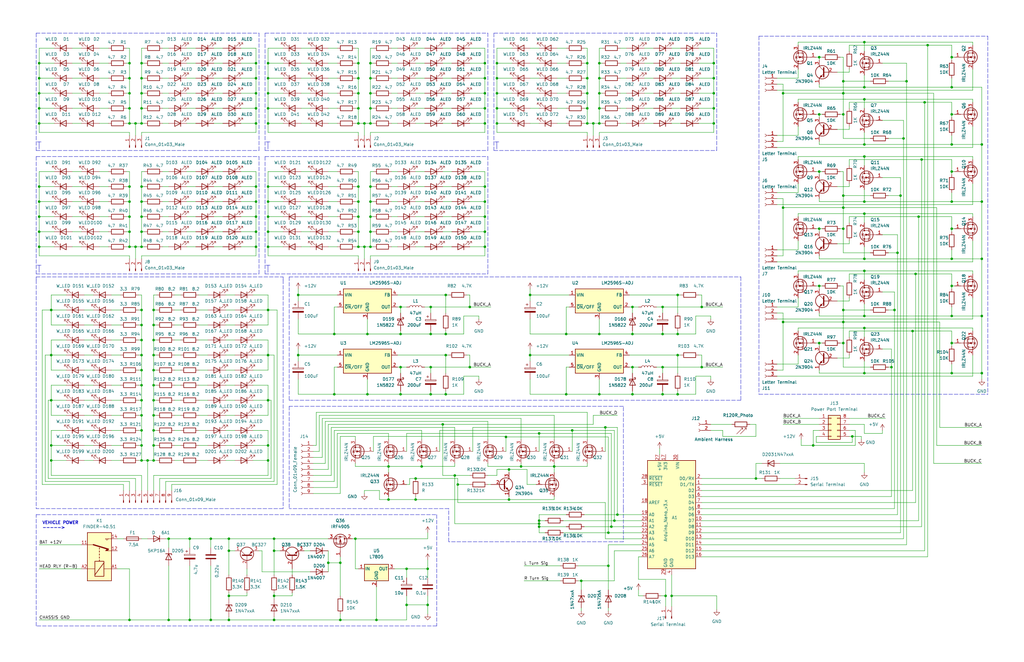
<source format=kicad_sch>
(kicad_sch (version 20211123) (generator eeschema)
  (paper "B")
  (title_block (title "Toyota Satoshi Emblem LED Board") (date "2022-02-16") (rev "1.10"))
  (junction (at 59.69 26.67))
  (junction (at 113.03 194.31))
  (junction (at 21.59 187.96))
  (junction (at 140.97 166.37))
  (junction (at 252.73 26.67))
  (junction (at 300.99 52.07))
  (junction (at 387.35 91.44))
  (junction (at 168.91 129.54))
  (junction (at 204.47 26.67))
  (junction (at 59.69 181.61))
  (junction (at 252.73 45.72))
  (junction (at 401.32 24.13))
  (junction (at 62.23 194.31))
  (junction (at 384.81 139.7))
  (junction (at 364.49 41.91))
  (junction (at 64.77 149.86))
  (junction (at 96.52 232.41))
  (junction (at 156.2099 97.7899))
  (junction (at 21.59 130.81))
  (junction (at 256.54 238.76))
  (junction (at 143.51 261.62))
  (junction (at 113.03 33.02))
  (junction (at 214.63 210.82))
  (junction (at 156.21 26.67))
  (junction (at 138.43 237.49))
  (junction (at 345.44 24.13))
  (junction (at 355.6 82.55))
  (junction (at 388.62 67.31))
  (junction (at 285.75 149.86))
  (junction (at 115.57 232.41))
  (junction (at 16.51 97.79))
  (junction (at 59.69 130.81))
  (junction (at 180.34 240.03))
  (junction (at 187.96 124.46))
  (junction (at 401.32 144.78))
  (junction (at 355.6 135.89))
  (junction (at 54.61 104.14))
  (junction (at 213.36 184.3965))
  (junction (at 204.4699 85.0899))
  (junction (at 54.61 52.07))
  (junction (at 295.91 154.94))
  (junction (at 151.13 52.07))
  (junction (at 345.44 72.39))
  (junction (at 54.61 97.79))
  (junction (at 198.12 154.94))
  (junction (at 279.4 154.94))
  (junction (at 204.47 39.37))
  (junction (at 113.03 149.86))
  (junction (at 364.49 17.78))
  (junction (at 96.52 227.33))
  (junction (at 54.61 45.72))
  (junction (at 355.6 39.37))
  (junction (at 238.76 166.37))
  (junction (at 414.02 60.96))
  (junction (at 163.83 196.85))
  (junction (at 156.21 33.02))
  (junction (at 59.69 45.72))
  (junction (at 151.13 33.02))
  (junction (at 345.44 144.78))
  (junction (at 64.77 162.56))
  (junction (at 345.44 96.52))
  (junction (at 156.21 52.07))
  (junction (at 247.65 45.72))
  (junction (at 209.55 26.67))
  (junction (at 266.7 140.97))
  (junction (at 107.95 45.72))
  (junction (at 227.33 220.98))
  (junction (at 21.59 149.86))
  (junction (at 257.81 222.25))
  (junction (at 187.96 166.37))
  (junction (at 300.99 39.37))
  (junction (at 107.95 26.67))
  (junction (at 283.21 251.46))
  (junction (at 355.6 144.78))
  (junction (at 54.61 85.09))
  (junction (at 364.49 138.43))
  (junction (at 64.77 137.16))
  (junction (at 204.47 33.02))
  (junction (at 364.49 114.3))
  (junction (at 107.95 78.74))
  (junction (at 151.13 39.37))
  (junction (at 113.03 52.07))
  (junction (at 80.01 261.62))
  (junction (at 401.32 48.26))
  (junction (at 377.19 130.81))
  (junction (at 54.61 39.37))
  (junction (at 59.69 187.96))
  (junction (at 163.83 210.82))
  (junction (at 204.47 52.07))
  (junction (at 386.08 115.57))
  (junction (at 259.08 219.71))
  (junction (at 401.32 157.48))
  (junction (at 59.69 104.14))
  (junction (at 113.03 45.72))
  (junction (at 285.75 124.46))
  (junction (at 115.57 251.46))
  (junction (at 16.51 52.07))
  (junction (at 227.33 222.25))
  (junction (at 364.49 60.96))
  (junction (at 175.26 201.93))
  (junction (at 238.76 140.97))
  (junction (at 113.03 168.91))
  (junction (at 279.4 140.97))
  (junction (at 355.6 130.81))
  (junction (at 16.51 91.44))
  (junction (at 59.69 137.16))
  (junction (at 143.51 237.49))
  (junction (at 21.59 194.31))
  (junction (at 113.0299 104.1399))
  (junction (at 64.77 187.96))
  (junction (at 88.9 227.33))
  (junction (at 181.61 166.37))
  (junction (at 364.49 157.48))
  (junction (at 59.69 97.79))
  (junction (at 88.9 261.62))
  (junction (at 266.7 166.37))
  (junction (at 107.95 39.37))
  (junction (at 256.54 224.79))
  (junction (at 168.91 166.37))
  (junction (at 330.2 87.63))
  (junction (at 113.03 39.37))
  (junction (at 250.19 52.07))
  (junction (at 279.4 166.37))
  (junction (at 252.73 140.97))
  (junction (at 247.65 33.02))
  (junction (at 156.21 45.72))
  (junction (at 401.32 60.96))
  (junction (at 153.67 52.07))
  (junction (at 198.12 129.54))
  (junction (at 107.95 52.07))
  (junction (at 414.02 85.09))
  (junction (at 181.61 129.54))
  (junction (at 401.32 96.52))
  (junction (at 295.91 129.54))
  (junction (at 375.92 154.94))
  (junction (at 16.51 33.02))
  (junction (at 359.41 184.15))
  (junction (at 151.1299 97.7899))
  (junction (at 204.4699 78.7399))
  (junction (at 247.65 39.37))
  (junction (at 355.6 48.26))
  (junction (at 285.75 140.97))
  (junction (at 59.69 168.91))
  (junction (at 252.73 33.02))
  (junction (at 193.04 204.47))
  (junction (at 187.96 140.97))
  (junction (at 113.0299 97.7899))
  (junction (at 191.77 200.66))
  (junction (at 204.47 45.72))
  (junction (at 151.13 26.67))
  (junction (at 107.95 33.02))
  (junction (at 378.46 106.68))
  (junction (at 245.11 245.11))
  (junction (at 300.99 26.67))
  (junction (at 247.65 26.67))
  (junction (at 59.69 39.37))
  (junction (at 171.45 255.27))
  (junction (at 414.02 133.35))
  (junction (at 59.69 149.86))
  (junction (at 16.51 39.37))
  (junction (at 300.99 33.02))
  (junction (at 59.69 156.21))
  (junction (at 175.26 210.82))
  (junction (at 158.75 261.62))
  (junction (at 107.95 85.09))
  (junction (at 401.32 120.65))
  (junction (at 113.03 130.81))
  (junction (at 285.75 166.37))
  (junction (at 57.15 52.07))
  (junction (at 266.7 154.94))
  (junction (at 54.61 33.02))
  (junction (at 204.4699 91.4399))
  (junction (at 154.94 140.97))
  (junction (at 280.67 251.46))
  (junction (at 57.15 104.14))
  (junction (at 401.32 133.35))
  (junction (at 223.52 149.86))
  (junction (at 364.49 90.17))
  (junction (at 71.12 261.62))
  (junction (at 168.91 140.97))
  (junction (at 209.55 52.07))
  (junction (at 96.52 251.46))
  (junction (at 227.33 219.71))
  (junction (at 59.69 33.02))
  (junction (at 401.32 72.39))
  (junction (at 115.57 227.33))
  (junction (at 223.52 124.46))
  (junction (at 59.69 175.26))
  (junction (at 64.77 181.61))
  (junction (at 115.57 261.62))
  (junction (at 64.77 143.51))
  (junction (at 401.32 109.22))
  (junction (at 151.13 45.72))
  (junction (at 355.6 34.29))
  (junction (at 59.69 78.74))
  (junction (at 364.49 109.22))
  (junction (at 186.69 179.07))
  (junction (at 16.51 85.09))
  (junction (at 391.16 19.05))
  (junction (at 153.6699 104.1399))
  (junction (at 113.0299 91.4399))
  (junction (at 16.51 26.67))
  (junction (at 414.02 157.48))
  (junction (at 107.95 104.14))
  (junction (at 209.55 45.72))
  (junction (at 149.86 227.33))
  (junction (at 252.73 39.37))
  (junction (at 255.27 180.34))
  (junction (at 107.95 91.44))
  (junction (at 156.2099 104.1399))
  (junction (at 266.7 129.54))
  (junction (at 64.77 156.21))
  (junction (at 113.03 26.67))
  (junction (at 204.4699 104.1399))
  (junction (at 279.4 129.54))
  (junction (at 345.44 120.65))
  (junction (at 140.97 140.97))
  (junction (at 330.2 39.37))
  (junction (at 209.55 39.37))
  (junction (at 233.68 196.85))
  (junction (at 364.49 66.04))
  (junction (at 156.2099 85.0899))
  (junction (at 171.45 240.03))
  (junction (at 54.61 91.44))
  (junction (at 187.96 149.86))
  (junction (at 177.8 196.85))
  (junction (at 151.1299 85.0899))
  (junction (at 113.03 187.96))
  (junction (at 180.34 255.27))
  (junction (at 125.73 124.46))
  (junction (at 16.51 78.74))
  (junction (at 156.21 39.37))
  (junction (at 214.63 198.12))
  (junction (at 318.77 201.93))
  (junction (at 330.2 135.89))
  (junction (at 181.61 140.97))
  (junction (at 300.99 45.72))
  (junction (at 168.91 154.94))
  (junction (at 21.59 168.91))
  (junction (at 64.77 130.81))
  (junction (at 389.89 43.18))
  (junction (at 181.61 154.94))
  (junction (at 209.55 33.02))
  (junction (at 59.69 143.51))
  (junction (at 64.77 175.26))
  (junction (at 64.77 194.31))
  (junction (at 113.0299 85.0899))
  (junction (at 59.69 162.56))
  (junction (at 414.02 109.22))
  (junction (at 355.6 96.52))
  (junction (at 379.73 82.55))
  (junction (at 80.01 227.33))
  (junction (at 227.33 182.88))
  (junction (at 54.61 261.62))
  (junction (at 96.52 261.62))
  (junction (at 16.51 104.14))
  (junction (at 382.27 34.29))
  (junction (at 156.2099 91.4399))
  (junction (at 154.94 166.37))
  (junction (at 151.1299 91.4399))
  (junction (at 54.61 78.74))
  (junction (at 401.32 85.09))
  (junction (at 16.51 45.72))
  (junction (at 156.2099 78.7399))
  (junction (at 364.49 133.35))
  (junction (at 151.1299 78.7399))
  (junction (at 71.12 227.33))
  (junction (at 252.73 52.07))
  (junction (at 59.69 194.31))
  (junction (at 241.3 181.61))
  (junction (at 113.0299 78.7399))
  (junction (at 59.69 91.44))
  (junction (at 204.4699 97.7899))
  (junction (at 260.35 217.17))
  (junction (at 355.6 87.63))
  (junction (at 381 58.42))
  (junction (at 59.69 52.07))
  (junction (at 64.77 168.91))
  (junction (at 151.1299 104.1399))
  (junction (at 54.61 26.67))
  (junction (at 252.73 166.37))
  (junction (at 59.69 85.09))
  (junction (at 364.49 85.09))
  (junction (at 247.65 52.07))
  (junction (at 107.95 97.79))
  (junction (at 125.73 149.86))
  (junction (at 345.44 48.26))
  (junction (at 342.9 187.96))
  (junction (at 364.49 36.83))
  (junction (at 219.71 196.85))
  (junction (at 401.32 36.83))
  (wire (pts (xy 142.24 124.46) (xy 125.73 124.46)))
  (wire (pts (xy 140.97 181.61) (xy 140.97 203.2)))
  (wire (pts (xy 59.69 72.39) (xy 60.96 72.39)))
  (wire (pts (xy 186.6899 104.1399) (xy 190.4999 104.1399)))
  (wire (pts (xy 358.14 179.07) (xy 364.49 179.07)))
  (wire (pts (xy 59.69 194.31) (xy 62.23 194.31)))
  (wire (pts (xy 134.62 175.26) (xy 233.68 175.26)))
  (wire (pts (xy 227.33 220.98) (xy 227.33 219.71)))
  (wire (pts (xy 279.4 154.94) (xy 279.4 157.48)))
  (wire (pts (xy 401.32 60.96) (xy 401.32 57.15)))
  (wire (pts (xy 198.1199 85.0899) (xy 204.4699 85.0899)))
  (wire (pts (xy 219.71 196.85) (xy 233.68 196.85)))
  (wire (pts (xy 252.73 39.37) (xy 252.73 45.72)))
  (wire (pts (xy 72.39 207.01) (xy 72.39 204.47)))
  (wire (pts (xy 59.69 181.61) (xy 58.42 181.61)))
  (wire (pts (xy 113.03 175.26) (xy 113.03 168.91)))
  (wire (pts (xy 246.38 217.17) (xy 260.35 217.17)))
  (wire (pts (xy 364.49 114.3) (xy 364.49 118.11)))
  (wire (pts (xy 59.69 143.51) (xy 58.42 143.51)))
  (wire (pts (xy 142.24 205.74) (xy 142.24 182.88)))
  (wire (pts (xy 280.67 251.46) (xy 278.765 251.46)))
  (wire (pts (xy 59.69 149.86) (xy 59.69 156.21)))
  (wire (pts (xy 78.74 39.37) (xy 82.55 39.37)))
  (wire (pts (xy 115.57 251.46) (xy 123.19 251.46)))
  (wire (pts (xy 119.3799 85.0899) (xy 113.0299 85.0899)))
  (wire (pts (xy 59.69 33.02) (xy 59.69 39.37)))
  (wire (pts (xy 181.61 129.54) (xy 181.61 132.08)))
  (wire (pts (xy 401.32 36.83) (xy 401.32 33.02)))
  (wire (pts (xy 113.0299 97.7899) (xy 119.3799 97.7899)))
  (wire (pts (xy 336.55 138.43) (xy 336.55 139.7)))
  (wire (pts (xy 142.24 129.54) (xy 140.97 129.54)))
  (wire (pts (xy 59.69 168.91) (xy 59.69 162.56)))
  (wire (pts (xy 175.2599 72.3899) (xy 179.0699 72.3899)))
  (wire (pts (xy 384.81 139.7) (xy 401.32 139.7)))
  (wire (pts (xy 142.24 26.67) (xy 138.43 26.67)))
  (wire (pts (xy 265.43 129.54) (xy 266.7 129.54)))
  (wire (pts (xy 16.51 33.02) (xy 16.51 26.67)))
  (wire (pts (xy 34.29 85.09) (xy 30.48 85.09)))
  (wire (pts (xy 83.82 162.56) (xy 87.63 162.56)))
  (wire (pts (xy 90.17 20.32) (xy 93.98 20.32)))
  (wire (pts (xy 130.8099 78.7399) (xy 126.9999 78.7399)))
  (wire (pts (xy 107.95 85.09) (xy 107.95 91.44)))
  (wire (pts (xy 374.65 58.42) (xy 381 58.42)))
  (wire (pts (xy 165.0999 97.7899) (xy 167.6399 97.7899)))
  (wire (pts (xy 168.91 140.97) (xy 168.91 139.7)))
  (wire (pts (xy 151.13 55.88) (xy 113.03 55.88)))
  (wire (pts (xy 175.2599 104.1399) (xy 179.0699 104.1399)))
  (polyline (pts (xy 295.91 116.84) (xy 312.42 116.84)))
  (wire (pts (xy 107.95 72.39) (xy 101.6 72.39)))
  (wire (pts (xy 180.34 240.03) (xy 171.45 240.03)))
  (wire (pts (xy 96.52 250.19) (xy 96.52 251.46)))
  (wire (pts (xy 245.11 248.92) (xy 245.11 245.11)))
  (wire (pts (xy 364.49 85.09) (xy 345.44 85.09)))
  (wire (pts (xy 358.14 102.87) (xy 358.14 101.6)))
  (wire (pts (xy 139.7 200.66) (xy 139.7 180.34)))
  (wire (pts (xy 254 26.67) (xy 252.73 26.67)))
  (wire (pts (xy 410.21 62.23) (xy 327.66 62.23)))
  (wire (pts (xy 83.82 137.16) (xy 87.63 137.16)))
  (wire (pts (xy 107.95 78.74) (xy 101.6 78.74)))
  (wire (pts (xy 204.4699 104.1399) (xy 204.4699 107.9499)))
  (wire (pts (xy 227.33 26.67) (xy 223.52 26.67)))
  (wire (pts (xy 287.02 149.86) (xy 285.75 149.86)))
  (wire (pts (xy 68.58 72.39) (xy 71.12 72.39)))
  (wire (pts (xy 142.2399 85.0899) (xy 138.4299 85.0899)))
  (wire (pts (xy 379.73 74.93) (xy 372.11 74.93)))
  (wire (pts (xy 95.25 175.26) (xy 99.06 175.26)))
  (wire (pts (xy 318.77 195.58) (xy 318.77 201.93)))
  (wire (pts (xy 54.61 26.67) (xy 54.61 33.02)))
  (wire (pts (xy 156.2099 91.4399) (xy 157.4799 91.4399)))
  (wire (pts (xy 175.26 201.93) (xy 193.04 201.93)))
  (wire (pts (xy 21.59 168.91) (xy 27.94 168.91)))
  (wire (pts (xy 64.77 156.21) (xy 66.04 156.21)))
  (wire (pts (xy 50.8 175.26) (xy 46.99 175.26)))
  (wire (pts (xy 389.89 232.41) (xy 295.91 232.41)))
  (wire (pts (xy 130.8099 85.0899) (xy 126.9999 85.0899)))
  (wire (pts (xy 58.42 175.26) (xy 59.69 175.26)))
  (wire (pts (xy 54.61 107.95) (xy 16.51 107.95)))
  (wire (pts (xy 233.68 196.85) (xy 233.68 199.39)))
  (wire (pts (xy 336.55 53.34) (xy 336.55 57.15)))
  (wire (pts (xy 132.08 205.74) (xy 142.24 205.74)))
  (wire (pts (xy 143.51 184.15) (xy 143.51 208.28)))
  (wire (pts (xy 269.24 251.46) (xy 271.145 251.46)))
  (wire (pts (xy 271.78 52.07) (xy 275.59 52.07)))
  (wire (pts (xy 364.49 138.43) (xy 364.49 142.24)))
  (wire (pts (xy 107.95 91.44) (xy 101.6 91.44)))
  (wire (pts (xy 49.53 240.03) (xy 54.61 240.03)))
  (polyline (pts (xy 15.24 116.84) (xy 119.38 116.84)))
  (wire (pts (xy 163.83 196.85) (xy 163.83 199.39)))
  (wire (pts (xy 64.77 162.56) (xy 66.04 162.56)))
  (wire (pts (xy 345.44 109.22) (xy 345.44 107.95)))
  (wire (pts (xy 198.12 154.94) (xy 181.61 154.94)))
  (wire (pts (xy 204.47 33.02) (xy 204.47 39.37)))
  (wire (pts (xy 113.0299 85.0899) (xy 113.0299 78.7399)))
  (wire (pts (xy 59.69 26.67) (xy 59.69 20.32)))
  (polyline (pts (xy 15.24 66.04) (xy 15.24 115.57)))
  (wire (pts (xy 16.51 229.87) (xy 34.29 229.87)))
  (wire (pts (xy 260.35 175.26) (xy 250.19 175.26)))
  (wire (pts (xy 107.95 97.79) (xy 107.95 104.14)))
  (wire (pts (xy 396.24 180.34) (xy 414.02 180.34)))
  (wire (pts (xy 245.11 256.54) (xy 245.11 257.81)))
  (wire (pts (xy 345.44 60.96) (xy 345.44 59.69)))
  (wire (pts (xy 59.69 181.61) (xy 59.69 187.96)))
  (wire (pts (xy 353.06 127) (xy 358.14 127)))
  (polyline (pts (xy 208.28 63.5) (xy 302.26 63.5)))
  (wire (pts (xy 16.51 97.79) (xy 22.86 97.79)))
  (wire (pts (xy 401.32 43.18) (xy 401.32 48.26)))
  (wire (pts (xy 345.44 24.13) (xy 346.71 24.13)))
  (wire (pts (xy 295.91 234.95) (xy 391.16 234.95)))
  (wire (pts (xy 113.0299 72.3899) (xy 119.3799 72.3899)))
  (wire (pts (xy 109.22 232.41) (xy 110.49 232.41)))
  (wire (pts (xy 195.58 133.35) (xy 195.58 140.97)))
  (wire (pts (xy 381 50.8) (xy 372.11 50.8)))
  (polyline (pts (xy 121.92 116.84) (xy 295.91 116.84)))
  (wire (pts (xy 62.23 194.31) (xy 62.23 207.01)))
  (wire (pts (xy 64.77 168.91) (xy 64.77 175.26)))
  (wire (pts (xy 153.67 207.01) (xy 160.02 207.01)))
  (wire (pts (xy 78.74 97.79) (xy 82.55 97.79)))
  (wire (pts (xy 54.61 55.88) (xy 16.51 55.88)))
  (polyline (pts (xy 15.24 116.84) (xy 15.24 118.11)))
  (wire (pts (xy 153.67 208.28) (xy 153.67 207.01)))
  (wire (pts (xy 168.91 154.94) (xy 168.91 157.48)))
  (wire (pts (xy 191.77 196.85) (xy 177.8 196.85)))
  (wire (pts (xy 204.47 52.07) (xy 198.12 52.07)))
  (wire (pts (xy 50.8 143.51) (xy 46.99 143.51)))
  (wire (pts (xy 261.62 45.72) (xy 264.16 45.72)))
  (wire (pts (xy 204.47 33.02) (xy 204.47 26.67)))
  (wire (pts (xy 107.95 104.14) (xy 107.95 107.95)))
  (wire (pts (xy 156.21 45.72) (xy 157.48 45.72)))
  (wire (pts (xy 367.03 154.94) (xy 355.6 154.94)))
  (wire (pts (xy 327.66 153.67) (xy 336.55 153.67)))
  (wire (pts (xy 99.06 232.41) (xy 96.52 232.41)))
  (wire (pts (xy 204.4699 91.4399) (xy 204.4699 97.7899)))
  (wire (pts (xy 266.7 140.97) (xy 279.4 140.97)))
  (wire (pts (xy 125.73 124.46) (xy 125.73 127)))
  (wire (pts (xy 57.15 104.14) (xy 57.15 109.22)))
  (polyline (pts (xy 15.24 217.17) (xy 184.15 217.17)))
  (wire (pts (xy 358.14 45.72) (xy 358.14 43.18)))
  (wire (pts (xy 175.26 210.82) (xy 214.63 210.82)))
  (wire (pts (xy 345.44 96.52) (xy 345.44 97.79)))
  (wire (pts (xy 345.44 181.61) (xy 342.9 181.61)))
  (wire (pts (xy 175.26 26.67) (xy 179.07 26.67)))
  (wire (pts (xy 358.14 151.13) (xy 358.14 149.86)))
  (wire (pts (xy 293.37 166.37) (xy 285.75 166.37)))
  (wire (pts (xy 21.59 124.46) (xy 27.94 124.46)))
  (wire (pts (xy 133.35 173.99) (xy 133.35 187.96)))
  (wire (pts (xy 327.66 83.82) (xy 330.2 83.82)))
  (polyline (pts (xy 111.7599 66.0399) (xy 205.7399 66.0399)))
  (wire (pts (xy 344.17 184.15) (xy 345.44 184.15)))
  (wire (pts (xy 113.03 26.67) (xy 119.38 26.67)))
  (wire (pts (xy 227.33 182.88) (xy 227.33 190.5)))
  (wire (pts (xy 16.51 91.44) (xy 16.51 97.79)))
  (wire (pts (xy 113.03 162.56) (xy 106.68 162.56)))
  (wire (pts (xy 142.24 182.88) (xy 163.83 182.88)))
  (wire (pts (xy 50.8 162.56) (xy 46.99 162.56)))
  (wire (pts (xy 295.91 149.86) (xy 295.91 154.94)))
  (wire (pts (xy 59.69 168.91) (xy 59.69 175.26)))
  (wire (pts (xy 330.2 39.37) (xy 330.2 35.56)))
  (wire (pts (xy 156.2099 78.7399) (xy 156.2099 85.0899)))
  (wire (pts (xy 252.73 39.37) (xy 254 39.37)))
  (wire (pts (xy 113.0299 91.4399) (xy 113.0299 97.7899)))
  (wire (pts (xy 83.82 149.86) (xy 87.63 149.86)))
  (wire (pts (xy 364.49 133.35) (xy 401.32 133.35)))
  (polyline (pts (xy 119.38 116.84) (xy 119.38 118.11)))
  (wire (pts (xy 414.02 109.22) (xy 401.32 109.22)))
  (wire (pts (xy 45.72 91.44) (xy 41.91 91.44)))
  (wire (pts (xy 247.65 45.72) (xy 247.65 52.07)))
  (wire (pts (xy 300.99 26.67) (xy 294.64 26.67)))
  (wire (pts (xy 336.55 90.17) (xy 364.49 90.17)))
  (wire (pts (xy 151.13 26.67) (xy 151.13 33.02)))
  (wire (pts (xy 151.1299 97.7899) (xy 149.8599 97.7899)))
  (wire (pts (xy 285.75 140.97) (xy 279.4 140.97)))
  (wire (pts (xy 259.08 219.71) (xy 270.51 219.71)))
  (wire (pts (xy 382.27 34.29) (xy 382.27 229.87)))
  (wire (pts (xy 78.74 33.02) (xy 82.55 33.02)))
  (wire (pts (xy 243.84 238.76) (xy 256.54 238.76)))
  (wire (pts (xy 60.96 78.74) (xy 59.69 78.74)))
  (wire (pts (xy 410.21 125.73) (xy 410.21 134.62)))
  (wire (pts (xy 337.82 185.42) (xy 337.82 187.96)))
  (wire (pts (xy 285.75 139.7) (xy 285.75 140.97)))
  (wire (pts (xy 187.96 166.37) (xy 181.61 166.37)))
  (wire (pts (xy 21.59 130.81) (xy 27.94 130.81)))
  (wire (pts (xy 276.86 129.54) (xy 279.4 129.54)))
  (polyline (pts (xy 320.04 15.24) (xy 416.56 15.24)))
  (wire (pts (xy 401.32 139.7) (xy 401.32 144.78)))
  (wire (pts (xy 151.13 26.67) (xy 151.13 20.32)))
  (wire (pts (xy 345.44 96.52) (xy 346.71 96.52)))
  (wire (pts (xy 238.76 33.02) (xy 234.95 33.02)))
  (wire (pts (xy 389.89 43.18) (xy 389.89 232.41)))
  (wire (pts (xy 280.67 244.475) (xy 280.67 251.46)))
  (wire (pts (xy 107.95 39.37) (xy 101.6 39.37)))
  (wire (pts (xy 16.51 85.09) (xy 16.51 91.44)))
  (wire (pts (xy 45.72 20.32) (xy 41.91 20.32)))
  (wire (pts (xy 238.76 26.67) (xy 234.95 26.67)))
  (wire (pts (xy 247.65 39.37) (xy 247.65 45.72)))
  (wire (pts (xy 204.47 39.37) (xy 204.47 45.72)))
  (wire (pts (xy 283.21 33.02) (xy 287.02 33.02)))
  (wire (pts (xy 132.08 198.12) (xy 138.43 198.12)))
  (wire (pts (xy 227.33 52.07) (xy 223.52 52.07)))
  (wire (pts (xy 233.68 195.58) (xy 233.68 196.85)))
  (wire (pts (xy 142.24 52.07) (xy 138.43 52.07)))
  (wire (pts (xy 59.69 52.07) (xy 60.96 52.07)))
  (wire (pts (xy 330.2 107.95) (xy 327.66 107.95)))
  (wire (pts (xy 181.61 154.94) (xy 181.61 157.48)))
  (wire (pts (xy 293.37 140.97) (xy 285.75 140.97)))
  (polyline (pts (xy 111.7599 66.0399) (xy 111.7599 115.5699)))
  (wire (pts (xy 115.57 261.62) (xy 143.51 261.62)))
  (wire (pts (xy 342.9 187.96) (xy 360.68 187.96)))
  (wire (pts (xy 204.47 39.37) (xy 198.12 39.37)))
  (wire (pts (xy 59.69 104.14) (xy 60.96 104.14)))
  (wire (pts (xy 149.86 227.33) (xy 180.34 227.33)))
  (wire (pts (xy 364.49 66.04) (xy 364.49 69.85)))
  (wire (pts (xy 113.03 149.86) (xy 115.57 149.86)))
  (wire (pts (xy 364.49 66.04) (xy 410.21 66.04)))
  (wire (pts (xy 414.02 157.48) (xy 414.02 160.02)))
  (wire (pts (xy 300.99 39.37) (xy 300.99 45.72)))
  (wire (pts (xy 54.61 52.07) (xy 57.15 52.07)))
  (wire (pts (xy 316.23 179.07) (xy 318.77 179.07)))
  (wire (pts (xy 220.98 245.11) (xy 236.22 245.11)))
  (wire (pts (xy 156.21 26.67) (xy 156.21 33.02)))
  (wire (pts (xy 39.37 181.61) (xy 35.56 181.61)))
  (wire (pts (xy 187.96 140.97) (xy 181.61 140.97)))
  (wire (pts (xy 252.73 166.37) (xy 266.7 166.37)))
  (wire (pts (xy 327.66 110.49) (xy 410.21 110.49)))
  (wire (pts (xy 271.78 39.37) (xy 275.59 39.37)))
  (wire (pts (xy 209.55 198.12) (xy 214.63 198.12)))
  (wire (pts (xy 64.77 130.81) (xy 64.77 137.16)))
  (wire (pts (xy 158.75 261.62) (xy 143.51 261.62)))
  (polyline (pts (xy 184.15 217.17) (xy 184.15 264.16)))
  (wire (pts (xy 204.4699 91.4399) (xy 198.1199 91.4399)))
  (wire (pts (xy 165.1 39.37) (xy 167.64 39.37)))
  (wire (pts (xy 107.95 104.14) (xy 101.6 104.14)))
  (wire (pts (xy 193.04 204.47) (xy 193.04 212.09)))
  (wire (pts (xy 45.72 33.02) (xy 41.91 33.02)))
  (wire (pts (xy 353.06 102.87) (xy 358.14 102.87)))
  (wire (pts (xy 336.55 138.43) (xy 364.49 138.43)))
  (wire (pts (xy 149.86 26.67) (xy 151.13 26.67)))
  (wire (pts (xy 180.34 236.22) (xy 180.34 240.03)))
  (wire (pts (xy 71.12 238.76) (xy 71.12 261.62)))
  (wire (pts (xy 54.61 57.15) (xy 54.61 55.88)))
  (wire (pts (xy 64.77 181.61) (xy 66.04 181.61)))
  (wire (pts (xy 156.2099 104.1399) (xy 157.4799 104.1399)))
  (wire (pts (xy 54.61 109.22) (xy 54.61 107.95)))
  (wire (pts (xy 247.65 52.07) (xy 246.38 52.07)))
  (wire (pts (xy 59.69 130.81) (xy 59.69 124.46)))
  (wire (pts (xy 283.21 52.07) (xy 287.02 52.07)))
  (wire (pts (xy 336.55 41.91) (xy 336.55 43.18)))
  (wire (pts (xy 156.21 52.07) (xy 157.48 52.07)))
  (polyline (pts (xy 15.24 63.5) (xy 109.22 63.5)))
  (wire (pts (xy 16.51 78.74) (xy 16.51 72.39)))
  (wire (pts (xy 186.69 179.07) (xy 250.19 179.07)))
  (wire (pts (xy 21.59 181.61) (xy 27.94 181.61)))
  (wire (pts (xy 205.74 200.66) (xy 209.55 200.66)))
  (wire (pts (xy 401.32 48.26) (xy 401.32 49.53)))
  (wire (pts (xy 330.2 59.69) (xy 330.2 39.37)))
  (wire (pts (xy 172.72 204.47) (xy 172.72 201.93)))
  (wire (pts (xy 186.6899 78.7399) (xy 190.4999 78.7399)))
  (wire (pts (xy 227.33 182.88) (xy 257.81 182.88)))
  (wire (pts (xy 213.36 184.15) (xy 213.36 184.3965)))
  (wire (pts (xy 283.21 39.37) (xy 287.02 39.37)))
  (wire (pts (xy 71.12 227.33) (xy 80.01 227.33)))
  (polyline (pts (xy 312.42 168.91) (xy 295.91 168.91)))
  (wire (pts (xy 222.25 204.47) (xy 226.06 204.47)))
  (polyline (pts (xy 416.56 15.24) (xy 416.56 166.37)))
  (wire (pts (xy 345.44 24.13) (xy 345.44 25.4)))
  (wire (pts (xy 96.52 232.41) (xy 96.52 227.33)))
  (wire (pts (xy 209.55 33.02) (xy 209.55 26.67)))
  (wire (pts (xy 223.52 121.92) (xy 223.52 124.46)))
  (wire (pts (xy 355.6 120.65) (xy 355.6 130.81)))
  (wire (pts (xy 142.2399 78.7399) (xy 138.4299 78.7399)))
  (wire (pts (xy 252.73 55.88) (xy 300.99 55.88)))
  (wire (pts (xy 106.68 175.26) (xy 113.03 175.26)))
  (wire (pts (xy 198.12 129.54) (xy 207.01 129.54)))
  (wire (pts (xy 327.66 105.41) (xy 336.55 105.41)))
  (wire (pts (xy 266.7 129.54) (xy 266.7 132.08)))
  (wire (pts (xy 39.37 156.21) (xy 35.56 156.21)))
  (wire (pts (xy 336.55 114.3) (xy 336.55 115.57)))
  (wire (pts (xy 154.94 166.37) (xy 168.91 166.37)))
  (wire (pts (xy 54.61 97.79) (xy 54.61 104.14)))
  (wire (pts (xy 101.6 85.09) (xy 107.95 85.09)))
  (wire (pts (xy 60.96 33.02) (xy 59.69 33.02)))
  (wire (pts (xy 223.52 134.62) (xy 223.52 140.97)))
  (wire (pts (xy 142.24 149.86) (xy 125.73 149.86)))
  (wire (pts (xy 123.19 240.03) (xy 123.19 242.57)))
  (wire (pts (xy 68.58 33.02) (xy 71.12 33.02)))
  (wire (pts (xy 149.86 196.85) (xy 149.86 195.58)))
  (wire (pts (xy 358.14 176.53) (xy 373.38 176.53)))
  (wire (pts (xy 321.31 195.58) (xy 318.77 195.58)))
  (wire (pts (xy 379.73 74.93) (xy 379.73 82.55)))
  (wire (pts (xy 410.21 149.86) (xy 410.21 158.75)))
  (wire (pts (xy 227.33 217.17) (xy 227.33 219.71)))
  (wire (pts (xy 64.77 207.01) (xy 64.77 200.66)))
  (wire (pts (xy 167.64 129.54) (xy 168.91 129.54)))
  (wire (pts (xy 54.61 203.2) (xy 54.61 207.01)))
  (wire (pts (xy 279.4 165.1) (xy 279.4 166.37)))
  (wire (pts (xy 271.78 20.32) (xy 275.59 20.32)))
  (wire (pts (xy 358.14 54.61) (xy 358.14 53.34)))
  (wire (pts (xy 345.44 144.78) (xy 345.44 146.05)))
  (wire (pts (xy 204.47 20.32) (xy 198.12 20.32)))
  (wire (pts (xy 50.8 181.61) (xy 46.99 181.61)))
  (wire (pts (xy 175.26 45.72) (xy 179.07 45.72)))
  (wire (pts (xy 54.61 104.14) (xy 57.15 104.14)))
  (wire (pts (xy 132.08 200.66) (xy 139.7 200.66)))
  (wire (pts (xy 45.72 97.79) (xy 41.91 97.79)))
  (wire (pts (xy 257.81 222.25) (xy 270.51 222.25)))
  (wire (pts (xy 344.17 186.69) (xy 344.17 184.15)))
  (wire (pts (xy 247.65 195.58) (xy 247.65 196.85)))
  (wire (pts (xy 21.59 156.21) (xy 27.94 156.21)))
  (wire (pts (xy 364.49 60.96) (xy 401.32 60.96)))
  (wire (pts (xy 156.2099 85.0899) (xy 156.2099 91.4399)))
  (polyline (pts (xy 111.7599 115.5699) (xy 205.7399 115.5699)))
  (wire (pts (xy 209.55 26.67) (xy 215.9 26.67)))
  (wire (pts (xy 265.43 154.94) (xy 266.7 154.94)))
  (wire (pts (xy 165.1 52.07) (xy 167.64 52.07)))
  (wire (pts (xy 330.2 156.21) (xy 330.2 135.89)))
  (wire (pts (xy 414.02 60.96) (xy 414.02 36.83)))
  (wire (pts (xy 283.21 251.46) (xy 283.21 255.905)))
  (wire (pts (xy 158.75 247.65) (xy 158.75 261.62)))
  (wire (pts (xy 54.61 85.09) (xy 54.61 91.44)))
  (wire (pts (xy 88.9 238.76) (xy 88.9 261.62)))
  (wire (pts (xy 175.2599 85.0899) (xy 179.0699 85.0899)))
  (wire (pts (xy 204.4699 78.7399) (xy 198.1199 78.7399)))
  (wire (pts (xy 132.08 203.2) (xy 140.97 203.2)))
  (wire (pts (xy 107.95 33.02) (xy 107.95 26.67)))
  (wire (pts (xy 175.26 39.37) (xy 179.07 39.37)))
  (wire (pts (xy 171.45 251.46) (xy 171.45 255.27)))
  (wire (pts (xy 132.08 195.58) (xy 137.16 195.58)))
  (wire (pts (xy 229.87 224.79) (xy 227.33 224.79)))
  (wire (pts (xy 294.64 149.86) (xy 295.91 149.86)))
  (wire (pts (xy 410.21 115.57) (xy 410.21 114.3)))
  (wire (pts (xy 318.77 184.15) (xy 304.8 184.15)))
  (wire (pts (xy 204.4699 85.0899) (xy 204.4699 91.4399)))
  (wire (pts (xy 64.77 200.66) (xy 113.03 200.66)))
  (wire (pts (xy 355.6 82.55) (xy 367.03 82.55)))
  (wire (pts (xy 241.3 181.61) (xy 241.3 190.5)))
  (wire (pts (xy 54.61 45.72) (xy 54.61 52.07)))
  (wire (pts (xy 21.59 194.31) (xy 21.59 200.66)))
  (wire (pts (xy 195.58 158.75) (xy 195.58 166.37)))
  (wire (pts (xy 78.74 85.09) (xy 82.55 85.09)))
  (wire (pts (xy 175.2599 78.7399) (xy 179.0699 78.7399)))
  (wire (pts (xy 205.74 177.8) (xy 205.74 185.42)))
  (wire (pts (xy 354.33 24.13) (xy 355.6 24.13)))
  (wire (pts (xy 165.1 20.32) (xy 167.64 20.32)))
  (wire (pts (xy 374.65 154.94) (xy 375.92 154.94)))
  (wire (pts (xy 401.32 67.31) (xy 401.32 72.39)))
  (wire (pts (xy 167.64 154.94) (xy 168.91 154.94)))
  (wire (pts (xy 187.96 124.46) (xy 187.96 132.08)))
  (wire (pts (xy 378.46 99.06) (xy 378.46 106.68)))
  (wire (pts (xy 171.45 255.27) (xy 180.34 255.27)))
  (wire (pts (xy 125.73 134.62) (xy 125.73 140.97)))
  (wire (pts (xy 186.6899 91.4399) (xy 190.4999 91.4399)))
  (wire (pts (xy 107.95 91.44) (xy 107.95 97.79)))
  (wire (pts (xy 252.73 26.67) (xy 252.73 20.32)))
  (wire (pts (xy 336.55 41.91) (xy 364.49 41.91)))
  (wire (pts (xy 113.03 130.81) (xy 113.03 124.46)))
  (wire (pts (xy 214.63 198.12) (xy 222.25 198.12)))
  (wire (pts (xy 355.6 154.94) (xy 355.6 144.78)))
  (wire (pts (xy 180.34 224.79) (xy 180.34 227.33)))
  (wire (pts (xy 68.58 91.44) (xy 71.12 91.44)))
  (wire (pts (xy 179.07 129.54) (xy 181.61 129.54)))
  (wire (pts (xy 355.6 39.37) (xy 355.6 48.26)))
  (wire (pts (xy 185.42 181.61) (xy 241.3 181.61)))
  (wire (pts (xy 367.03 106.68) (xy 355.6 106.68)))
  (wire (pts (xy 283.21 26.67) (xy 287.02 26.67)))
  (polyline (pts (xy 119.38 214.63) (xy 15.24 214.63)))
  (wire (pts (xy 367.03 58.42) (xy 355.6 58.42)))
  (wire (pts (xy 401.32 120.65) (xy 401.32 121.92)))
  (wire (pts (xy 90.17 85.09) (xy 93.98 85.09)))
  (wire (pts (xy 269.24 248.92) (xy 269.24 251.46)))
  (polyline (pts (xy 15.24 264.16) (xy 15.24 217.17)))
  (wire (pts (xy 336.55 101.6) (xy 336.55 105.41)))
  (wire (pts (xy 364.49 133.35) (xy 345.44 133.35)))
  (wire (pts (xy 379.73 224.79) (xy 295.91 224.79)))
  (wire (pts (xy 247.65 26.67) (xy 247.65 33.02)))
  (wire (pts (xy 125.73 140.97) (xy 140.97 140.97)))
  (wire (pts (xy 186.69 26.67) (xy 190.5 26.67)))
  (wire (pts (xy 69.85 227.33) (xy 71.12 227.33)))
  (wire (pts (xy 198.12 124.46) (xy 198.12 129.54)))
  (wire (pts (xy 138.43 179.07) (xy 186.69 179.07)))
  (wire (pts (xy 59.69 200.66) (xy 59.69 207.01)))
  (wire (pts (xy 163.83 196.85) (xy 163.83 195.58)))
  (wire (pts (xy 140.97 166.37) (xy 154.94 166.37)))
  (wire (pts (xy 22.86 85.09) (xy 16.51 85.09)))
  (wire (pts (xy 378.46 106.68) (xy 378.46 217.17)))
  (wire (pts (xy 293.37 133.35) (xy 293.37 140.97)))
  (wire (pts (xy 256.54 238.76) (xy 256.54 248.92)))
  (wire (pts (xy 336.55 114.3) (xy 364.49 114.3)))
  (wire (pts (xy 384.81 139.7) (xy 384.81 207.01)))
  (wire (pts (xy 156.2099 109.2199) (xy 156.2099 107.9499)))
  (wire (pts (xy 90.17 72.39) (xy 93.98 72.39)))
  (wire (pts (xy 180.34 243.84) (xy 180.34 240.03)))
  (wire (pts (xy 181.61 139.7) (xy 181.61 140.97)))
  (wire (pts (xy 68.58 104.14) (xy 71.12 104.14)))
  (wire (pts (xy 59.69 91.44) (xy 60.96 91.44)))
  (wire (pts (xy 283.21 242.57) (xy 283.21 251.46)))
  (wire (pts (xy 34.29 45.72) (xy 30.48 45.72)))
  (wire (pts (xy 151.13 45.72) (xy 149.86 45.72)))
  (wire (pts (xy 193.04 201.93) (xy 193.04 204.47)))
  (wire (pts (xy 364.49 90.17) (xy 364.49 93.98)))
  (wire (pts (xy 132.08 208.28) (xy 143.51 208.28)))
  (wire (pts (xy 359.41 186.69) (xy 344.17 186.69)))
  (wire (pts (xy 167.64 124.46) (xy 187.96 124.46)))
  (wire (pts (xy 39.37 162.56) (xy 35.56 162.56)))
  (wire (pts (xy 54.61 91.44) (xy 54.61 97.79)))
  (wire (pts (xy 138.43 237.49) (xy 138.43 241.3)))
  (wire (pts (xy 327.66 38.1) (xy 410.21 38.1)))
  (wire (pts (xy 149.86 240.03) (xy 151.13 240.03)))
  (wire (pts (xy 252.73 20.32) (xy 254 20.32)))
  (wire (pts (xy 114.3 168.91) (xy 113.03 168.91)))
  (polyline (pts (xy 262.89 228.6) (xy 189.23 228.6)))
  (wire (pts (xy 388.62 67.31) (xy 388.62 222.25)))
  (wire (pts (xy 285.75 165.1) (xy 285.75 166.37)))
  (wire (pts (xy 134.62 190.5) (xy 134.62 175.26)))
  (wire (pts (xy 256.54 238.76) (xy 256.54 229.87)))
  (wire (pts (xy 358.14 118.11) (xy 358.14 115.57)))
  (wire (pts (xy 358.14 93.98) (xy 358.14 91.44)))
  (wire (pts (xy 193.04 204.47) (xy 198.12 204.47)))
  (wire (pts (xy 279.4 129.54) (xy 279.4 132.08)))
  (wire (pts (xy 140.97 129.54) (xy 140.97 140.97)))
  (wire (pts (xy 21.59 162.56) (xy 27.94 162.56)))
  (wire (pts (xy 386.08 115.57) (xy 386.08 212.09)))
  (wire (pts (xy 204.47 45.72) (xy 204.47 52.07)))
  (wire (pts (xy 318.77 179.07) (xy 318.77 184.15)))
  (wire (pts (xy 358.14 43.18) (xy 389.89 43.18)))
  (wire (pts (xy 151.13 57.15) (xy 151.13 55.88)))
  (wire (pts (xy 163.83 185.42) (xy 163.83 182.88)))
  (wire (pts (xy 50.8 156.21) (xy 46.99 156.21)))
  (wire (pts (xy 186.6899 85.0899) (xy 190.4999 85.0899)))
  (wire (pts (xy 260.35 180.34) (xy 260.35 217.17)))
  (wire (pts (xy 204.4699 97.7899) (xy 198.1199 97.7899)))
  (wire (pts (xy 39.37 149.86) (xy 35.56 149.86)))
  (wire (pts (xy 401.32 24.13) (xy 402.59 24.13)))
  (wire (pts (xy 135.89 176.53) (xy 135.89 193.04)))
  (wire (pts (xy 364.49 90.17) (xy 410.21 90.17)))
  (wire (pts (xy 359.41 184.15) (xy 363.22 184.15)))
  (wire (pts (xy 20.32 168.91) (xy 21.59 168.91)))
  (wire (pts (xy 157.48 33.02) (xy 156.21 33.02)))
  (wire (pts (xy 372.11 182.88) (xy 372.11 181.61)))
  (wire (pts (xy 401.32 144.78) (xy 401.32 146.05)))
  (wire (pts (xy 295.91 129.54) (xy 304.8 129.54)))
  (wire (pts (xy 157.48 184.15) (xy 213.36 184.15)))
  (wire (pts (xy 336.55 17.78) (xy 336.55 19.05)))
  (wire (pts (xy 358.14 142.24) (xy 358.14 139.7)))
  (wire (pts (xy 54.61 45.72) (xy 53.34 45.72)))
  (polyline (pts (xy 302.26 63.5) (xy 302.26 13.97)))
  (wire (pts (xy 157.4799 85.0899) (xy 156.2099 85.0899)))
  (wire (pts (xy 54.61 39.37) (xy 54.61 45.72)))
  (wire (pts (xy 153.67 52.07) (xy 156.21 52.07)))
  (wire (pts (xy 142.24 45.72) (xy 138.43 45.72)))
  (wire (pts (xy 21.59 143.51) (xy 27.94 143.51)))
  (wire (pts (xy 330.2 135.89) (xy 355.6 135.89)))
  (wire (pts (xy 52.07 204.47) (xy 17.78 204.47)))
  (wire (pts (xy 261.62 26.67) (xy 264.16 26.67)))
  (polyline (pts (xy 121.92 168.91) (xy 295.91 168.91)))
  (wire (pts (xy 149.8599 85.0899) (xy 151.1299 85.0899)))
  (polyline (pts (xy 121.92 171.45) (xy 121.92 214.63)))
  (wire (pts (xy 358.14 91.44) (xy 387.35 91.44)))
  (wire (pts (xy 240.03 129.54) (xy 238.76 129.54)))
  (wire (pts (xy 54.61 39.37) (xy 53.34 39.37)))
  (wire (pts (xy 113.03 137.16) (xy 113.03 130.81)))
  (wire (pts (xy 107.95 20.32) (xy 101.6 20.32)))
  (wire (pts (xy 39.37 143.51) (xy 35.56 143.51)))
  (wire (pts (xy 209.55 33.02) (xy 209.55 39.37)))
  (wire (pts (xy 156.2099 107.9499) (xy 204.4699 107.9499)))
  (wire (pts (xy 344.17 96.52) (xy 345.44 96.52)))
  (wire (pts (xy 142.24 39.37) (xy 138.43 39.37)))
  (wire (pts (xy 57.15 52.07) (xy 59.69 52.07)))
  (wire (pts (xy 345.44 36.83) (xy 345.44 35.56)))
  (wire (pts (xy 113.03 45.72) (xy 119.38 45.72)))
  (wire (pts (xy 364.49 114.3) (xy 410.21 114.3)))
  (wire (pts (xy 66.04 137.16) (xy 64.77 137.16)))
  (wire (pts (xy 16.51 55.88) (xy 16.51 52.07)))
  (wire (pts (xy 54.61 26.67) (xy 54.61 20.32)))
  (wire (pts (xy 410.21 29.21) (xy 410.21 38.1)))
  (wire (pts (xy 187.96 165.1) (xy 187.96 166.37)))
  (wire (pts (xy 238.76 222.25) (xy 227.33 222.25)))
  (polyline (pts (xy 121.92 116.84) (xy 121.92 168.91)))
  (wire (pts (xy 113.03 194.31) (xy 106.68 194.31)))
  (wire (pts (xy 358.14 69.85) (xy 358.14 67.31)))
  (wire (pts (xy 78.74 20.32) (xy 82.55 20.32)))
  (wire (pts (xy 156.21 55.88) (xy 204.47 55.88)))
  (wire (pts (xy 198.12 154.94) (xy 207.01 154.94)))
  (wire (pts (xy 345.44 157.48) (xy 345.44 156.21)))
  (wire (pts (xy 59.69 45.72) (xy 60.96 45.72)))
  (wire (pts (xy 364.49 80.01) (xy 364.49 85.09)))
  (wire (pts (xy 354.33 48.26) (xy 355.6 48.26)))
  (wire (pts (xy 219.71 196.85) (xy 219.71 195.58)))
  (wire (pts (xy 21.59 149.86) (xy 19.05 149.86)))
  (wire (pts (xy 34.29 91.44) (xy 30.48 91.44)))
  (wire (pts (xy 327.66 134.62) (xy 410.21 134.62)))
  (wire (pts (xy 191.77 220.98) (xy 227.33 220.98)))
  (wire (pts (xy 17.78 130.81) (xy 17.78 204.47)))
  (wire (pts (xy 186.69 33.02) (xy 190.5 33.02)))
  (wire (pts (xy 83.82 175.26) (xy 87.63 175.26)))
  (wire (pts (xy 57.15 104.14) (xy 59.69 104.14)))
  (wire (pts (xy 387.35 219.71) (xy 295.91 219.71)))
  (wire (pts (xy 177.8 195.58) (xy 177.8 196.85)))
  (wire (pts (xy 304.8 184.15) (xy 304.8 181.61)))
  (wire (pts (xy 283.21 45.72) (xy 287.02 45.72)))
  (wire (pts (xy 238.76 166.37) (xy 252.73 166.37)))
  (wire (pts (xy 154.94 140.97) (xy 168.91 140.97)))
  (wire (pts (xy 59.69 55.88) (xy 107.95 55.88)))
  (wire (pts (xy 223.52 140.97) (xy 238.76 140.97)))
  (wire (pts (xy 364.49 41.91) (xy 364.49 45.72)))
  (wire (pts (xy 364.49 152.4) (xy 364.49 157.48)))
  (wire (pts (xy 45.72 85.09) (xy 41.91 85.09)))
  (wire (pts (xy 157.4799 78.7399) (xy 156.2099 78.7399)))
  (wire (pts (xy 401.32 91.44) (xy 401.32 96.52)))
  (wire (pts (xy 389.89 43.18) (xy 401.32 43.18)))
  (wire (pts (xy 83.82 130.81) (xy 87.63 130.81)))
  (wire (pts (xy 364.49 157.48) (xy 345.44 157.48)))
  (wire (pts (xy 16.51 261.62) (xy 54.61 261.62)))
  (wire (pts (xy 223.52 124.46) (xy 223.52 127)))
  (wire (pts (xy 78.74 26.67) (xy 82.55 26.67)))
  (wire (pts (xy 73.66 124.46) (xy 76.2 124.46)))
  (wire (pts (xy 345.44 72.39) (xy 346.71 72.39)))
  (wire (pts (xy 186.69 200.66) (xy 191.77 200.66)))
  (wire (pts (xy 364.49 36.83) (xy 401.32 36.83)))
  (wire (pts (xy 300.99 33.02) (xy 300.99 39.37)))
  (wire (pts (xy 294.64 33.02) (xy 300.99 33.02)))
  (wire (pts (xy 299.72 158.75) (xy 293.37 158.75)))
  (wire (pts (xy 45.72 45.72) (xy 41.91 45.72)))
  (wire (pts (xy 90.17 91.44) (xy 93.98 91.44)))
  (wire (pts (xy 156.2099 91.4399) (xy 156.2099 97.7899)))
  (wire (pts (xy 73.66 175.26) (xy 76.2 175.26)))
  (wire (pts (xy 107.95 45.72) (xy 101.6 45.72)))
  (wire (pts (xy 54.61 91.44) (xy 53.34 91.44)))
  (wire (pts (xy 204.4699 104.1399) (xy 198.1199 104.1399)))
  (polyline (pts (xy 109.22 63.5) (xy 109.22 13.97)))
  (wire (pts (xy 364.49 60.96) (xy 345.44 60.96)))
  (wire (pts (xy 353.06 30.48) (xy 358.14 30.48)))
  (wire (pts (xy 300.99 45.72) (xy 294.64 45.72)))
  (wire (pts (xy 16.51 39.37) (xy 22.86 39.37)))
  (wire (pts (xy 107.95 52.07) (xy 101.6 52.07)))
  (wire (pts (xy 142.24 33.02) (xy 138.43 33.02)))
  (wire (pts (xy 238.76 39.37) (xy 234.95 39.37)))
  (wire (pts (xy 414.02 109.22) (xy 414.02 133.35)))
  (wire (pts (xy 140.97 181.61) (xy 177.8 181.61)))
  (wire (pts (xy 247.65 185.42) (xy 247.65 173.99)))
  (wire (pts (xy 375.92 147.32) (xy 375.92 154.94)))
  (wire (pts (xy 233.68 210.82) (xy 233.68 209.55)))
  (wire (pts (xy 16.51 26.67) (xy 22.86 26.67)))
  (wire (pts (xy 54.61 97.79) (xy 53.34 97.79)))
  (wire (pts (xy 394.97 187.96) (xy 414.02 187.96)))
  (wire (pts (xy 156.21 57.15) (xy 156.21 55.88)))
  (wire (pts (xy 353.06 54.61) (xy 358.14 54.61)))
  (wire (pts (xy 16.51 240.03) (xy 34.29 240.03)))
  (wire (pts (xy 175.2599 91.4399) (xy 179.0699 91.4399)))
  (wire (pts (xy 336.55 125.73) (xy 336.55 129.54)))
  (wire (pts (xy 377.19 123.19) (xy 377.19 130.81)))
  (wire (pts (xy 410.21 139.7) (xy 410.21 138.43)))
  (wire (pts (xy 73.66 156.21) (xy 76.2 156.21)))
  (wire (pts (xy 39.37 194.31) (xy 35.56 194.31)))
  (wire (pts (xy 71.12 261.62) (xy 54.61 261.62)))
  (wire (pts (xy 243.84 245.11) (xy 245.11 245.11)))
  (wire (pts (xy 327.66 57.15) (xy 336.55 57.15)))
  (wire (pts (xy 247.65 20.32) (xy 246.38 20.32)))
  (wire (pts (xy 142.2399 91.4399) (xy 138.4299 91.4399)))
  (wire (pts (xy 78.74 45.72) (xy 82.55 45.72)))
  (wire (pts (xy 160.02 210.82) (xy 163.83 210.82)))
  (wire (pts (xy 364.49 55.88) (xy 364.49 60.96)))
  (wire (pts (xy 53.34 78.74) (xy 54.61 78.74)))
  (wire (pts (xy 68.58 39.37) (xy 71.12 39.37)))
  (wire (pts (xy 80.01 227.33) (xy 88.9 227.33)))
  (wire (pts (xy 59.69 156.21) (xy 58.42 156.21)))
  (wire (pts (xy 250.19 52.07) (xy 252.73 52.07)))
  (wire (pts (xy 336.55 77.47) (xy 336.55 81.28)))
  (wire (pts (xy 374.65 130.81) (xy 377.19 130.81)))
  (wire (pts (xy 135.89 176.53) (xy 219.71 176.53)))
  (wire (pts (xy 353.06 78.74) (xy 358.14 78.74)))
  (wire (pts (xy 355.6 72.39) (xy 355.6 82.55)))
  (wire (pts (xy 330.2 132.08) (xy 327.66 132.08)))
  (wire (pts (xy 344.17 24.13) (xy 345.44 24.13)))
  (wire (pts (xy 364.49 157.48) (xy 401.32 157.48)))
  (wire (pts (xy 364.49 182.88) (xy 372.11 182.88)))
  (wire (pts (xy 377.19 130.81) (xy 377.19 214.63)))
  (wire (pts (xy 327.66 86.36) (xy 410.21 86.36)))
  (wire (pts (xy 401.32 48.26) (xy 402.59 48.26)))
  (wire (pts (xy 58.42 168.91) (xy 59.69 168.91)))
  (wire (pts (xy 318.77 201.93) (xy 321.31 201.93)))
  (wire (pts (xy 299.72 133.35) (xy 293.37 133.35)))
  (wire (pts (xy 53.34 26.67) (xy 54.61 26.67)))
  (wire (pts (xy 336.55 149.86) (xy 336.55 153.67)))
  (wire (pts (xy 115.57 149.86) (xy 115.57 203.2)))
  (wire (pts (xy 255.27 227.33) (xy 270.51 227.33)))
  (wire (pts (xy 16.51 45.72) (xy 22.86 45.72)))
  (wire (pts (xy 344.17 144.78) (xy 345.44 144.78)))
  (wire (pts (xy 130.81 52.07) (xy 127 52.07)))
  (wire (pts (xy 247.65 26.67) (xy 247.65 20.32)))
  (wire (pts (xy 90.17 78.74) (xy 93.98 78.74)))
  (wire (pts (xy 180.34 251.46) (xy 180.34 255.27)))
  (wire (pts (xy 372.11 99.06) (xy 378.46 99.06)))
  (wire (pts (xy 16.51 33.02) (xy 16.51 39.37)))
  (wire (pts (xy 158.75 261.62) (xy 171.45 261.62)))
  (wire (pts (xy 364.49 109.22) (xy 401.32 109.22)))
  (wire (pts (xy 107.95 26.67) (xy 101.6 26.67)))
  (wire (pts (xy 113.03 26.67) (xy 113.03 20.32)))
  (wire (pts (xy 204.4699 72.3899) (xy 198.1199 72.3899)))
  (wire (pts (xy 78.74 78.74) (xy 82.55 78.74)))
  (wire (pts (xy 401.32 72.39) (xy 401.32 73.66)))
  (wire (pts (xy 113.03 33.02) (xy 113.03 39.37)))
  (wire (pts (xy 285.75 149.86) (xy 285.75 157.48)))
  (wire (pts (xy 410.21 77.47) (xy 410.21 86.36)))
  (wire (pts (xy 201.93 158.75) (xy 195.58 158.75)))
  (wire (pts (xy 45.72 72.39) (xy 41.91 72.39)))
  (wire (pts (xy 344.17 48.26) (xy 345.44 48.26)))
  (wire (pts (xy 285.75 124.46) (xy 285.75 132.08)))
  (wire (pts (xy 83.82 194.31) (xy 87.63 194.31)))
  (wire (pts (xy 186.6899 72.3899) (xy 190.4999 72.3899)))
  (wire (pts (xy 354.33 144.78) (xy 355.6 144.78)))
  (wire (pts (xy 123.19 251.46) (xy 123.19 250.19)))
  (wire (pts (xy 142.2399 104.1399) (xy 138.4299 104.1399)))
  (wire (pts (xy 96.52 261.62) (xy 115.57 261.62)))
  (wire (pts (xy 401.32 60.96) (xy 414.02 60.96)))
  (wire (pts (xy 247.65 45.72) (xy 246.38 45.72)))
  (wire (pts (xy 151.1299 91.4399) (xy 151.1299 97.7899)))
  (wire (pts (xy 256.54 229.87) (xy 270.51 229.87)))
  (wire (pts (xy 156.21 20.32) (xy 157.48 20.32)))
  (wire (pts (xy 78.74 52.07) (xy 82.55 52.07)))
  (wire (pts (xy 21.59 137.16) (xy 21.59 130.81)))
  (wire (pts (xy 130.81 26.67) (xy 127 26.67)))
  (wire (pts (xy 358.14 139.7) (xy 384.81 139.7)))
  (wire (pts (xy 372.11 147.32) (xy 375.92 147.32)))
  (wire (pts (xy 59.69 149.86) (xy 58.42 149.86)))
  (wire (pts (xy 142.24 20.32) (xy 138.43 20.32)))
  (wire (pts (xy 171.45 182.88) (xy 227.33 182.88)))
  (wire (pts (xy 64.77 149.86) (xy 66.04 149.86)))
  (wire (pts (xy 238.76 52.07) (xy 234.95 52.07)))
  (wire (pts (xy 201.93 160.02) (xy 201.93 158.75)))
  (wire (pts (xy 153.67 52.07) (xy 153.67 57.15)))
  (wire (pts (xy 345.44 48.26) (xy 345.44 49.53)))
  (wire (pts (xy 57.15 201.93) (xy 20.32 201.93)))
  (wire (pts (xy 252.73 57.15) (xy 252.73 55.88)))
  (wire (pts (xy 153.6699 104.1399) (xy 153.6699 109.2199)))
  (wire (pts (xy 364.49 17.78) (xy 410.21 17.78)))
  (wire (pts (xy 34.29 78.74) (xy 30.48 78.74)))
  (wire (pts (xy 113.03 181.61) (xy 113.03 187.96)))
  (wire (pts (xy 59.69 187.96) (xy 58.42 187.96)))
  (wire (pts (xy 66.04 168.91) (xy 64.77 168.91)))
  (wire (pts (xy 327.66 158.75) (xy 410.21 158.75)))
  (wire (pts (xy 113.03 149.86) (xy 106.68 149.86)))
  (wire (pts (xy 138.43 237.49) (xy 143.51 237.49)))
  (wire (pts (xy 115.57 203.2) (xy 69.85 203.2)))
  (wire (pts (xy 336.55 66.04) (xy 364.49 66.04)))
  (wire (pts (xy 364.49 109.22) (xy 345.44 109.22)))
  (wire (pts (xy 59.69 45.72) (xy 59.69 52.07)))
  (wire (pts (xy 256.54 184.3965) (xy 256.54 224.79)))
  (wire (pts (xy 90.17 52.07) (xy 93.98 52.07)))
  (wire (pts (xy 209.55 52.07) (xy 215.9 52.07)))
  (wire (pts (xy 187.96 149.86) (xy 187.96 157.48)))
  (wire (pts (xy 166.37 240.03) (xy 171.45 240.03)))
  (wire (pts (xy 181.61 165.1) (xy 181.61 166.37)))
  (wire (pts (xy 149.86 184.15) (xy 143.51 184.15)))
  (wire (pts (xy 16.51 52.07) (xy 22.86 52.07)))
  (wire (pts (xy 107.95 26.67) (xy 107.95 20.32)))
  (wire (pts (xy 113.03 149.86) (xy 113.03 156.21)))
  (wire (pts (xy 114.3 168.91) (xy 114.3 201.93)))
  (wire (pts (xy 214.63 199.39) (xy 214.63 198.12)))
  (wire (pts (xy 113.03 181.61) (xy 106.68 181.61)))
  (wire (pts (xy 59.69 109.22) (xy 59.69 107.95)))
  (wire (pts (xy 342.9 187.96) (xy 342.9 181.61)))
  (wire (pts (xy 138.43 232.41) (xy 138.43 237.49)))
  (wire (pts (xy 252.73 160.02) (xy 252.73 166.37)))
  (wire (pts (xy 354.33 72.39) (xy 355.6 72.39)))
  (wire (pts (xy 387.35 91.44) (xy 387.35 219.71)))
  (wire (pts (xy 250.19 52.07) (xy 250.19 57.15)))
  (wire (pts (xy 374.65 82.55) (xy 379.73 82.55)))
  (wire (pts (xy 113.03 130.81) (xy 106.68 130.81)))
  (wire (pts (xy 113.03 143.51) (xy 106.68 143.51)))
  (wire (pts (xy 364.49 128.27) (xy 364.49 133.35)))
  (polyline (pts (xy 119.38 118.11) (xy 119.38 214.63)))
  (wire (pts (xy 57.15 207.01) (xy 57.15 201.93)))
  (wire (pts (xy 59.69 20.32) (xy 60.96 20.32)))
  (wire (pts (xy 90.17 39.37) (xy 93.98 39.37)))
  (wire (pts (xy 59.69 156.21) (xy 59.69 162.56)))
  (wire (pts (xy 238.76 154.94) (xy 238.76 166.37)))
  (wire (pts (xy 414.02 36.83) (xy 401.32 36.83)))
  (wire (pts (xy 64.77 124.46) (xy 66.04 124.46)))
  (wire (pts (xy 16.51 78.74) (xy 22.86 78.74)))
  (polyline (pts (xy 208.28 13.97) (xy 302.26 13.97)))
  (wire (pts (xy 344.17 120.65) (xy 345.44 120.65)))
  (wire (pts (xy 330.2 87.63) (xy 355.6 87.63)))
  (wire (pts (xy 172.72 201.93) (xy 175.26 201.93)))
  (wire (pts (xy 401.32 109.22) (xy 401.32 105.41)))
  (wire (pts (xy 163.83 196.85) (xy 177.8 196.85)))
  (wire (pts (xy 199.39 180.34) (xy 255.27 180.34)))
  (wire (pts (xy 401.32 24.13) (xy 401.32 25.4)))
  (wire (pts (xy 165.0999 104.1399) (xy 167.6399 104.1399)))
  (wire (pts (xy 50.8 130.81) (xy 46.99 130.81)))
  (wire (pts (xy 302.26 251.46) (xy 302.26 257.175)))
  (wire (pts (xy 330.2 179.07) (xy 345.44 179.07)))
  (wire (pts (xy 59.69 97.79) (xy 59.69 104.14)))
  (wire (pts (xy 16.51 26.67) (xy 16.51 20.32)))
  (wire (pts (xy 354.33 96.52) (xy 355.6 96.52)))
  (polyline (pts (xy 15.24 66.04) (xy 109.22 66.04)))
  (wire (pts (xy 358.14 30.48) (xy 358.14 29.21)))
  (wire (pts (xy 67.31 207.01) (xy 67.31 201.93)))
  (wire (pts (xy 16.51 39.37) (xy 16.51 45.72)))
  (wire (pts (xy 209.55 20.32) (xy 215.9 20.32)))
  (wire (pts (xy 209.55 45.72) (xy 209.55 52.07)))
  (wire (pts (xy 130.8099 91.4399) (xy 126.9999 91.4399)))
  (wire (pts (xy 21.59 149.86) (xy 21.59 156.21)))
  (wire (pts (xy 330.2 135.89) (xy 330.2 132.08)))
  (wire (pts (xy 157.48 190.5) (xy 157.48 184.15)))
  (wire (pts (xy 59.69 39.37) (xy 59.69 45.72)))
  (wire (pts (xy 59.69 26.67) (xy 59.69 33.02)))
  (wire (pts (xy 168.91 140.97) (xy 181.61 140.97)))
  (wire (pts (xy 165.1 26.67) (xy 167.64 26.67)))
  (polyline (pts (xy 320.04 166.37) (xy 416.56 166.37)))
  (wire (pts (xy 90.17 33.02) (xy 93.98 33.02)))
  (wire (pts (xy 113.03 52.07) (xy 119.38 52.07)))
  (wire (pts (xy 168.91 154.94) (xy 171.45 154.94)))
  (wire (pts (xy 50.8 194.31) (xy 46.99 194.31)))
  (wire (pts (xy 113.03 45.72) (xy 113.03 52.07)))
  (wire (pts (xy 388.62 67.31) (xy 401.32 67.31)))
  (wire (pts (xy 304.8 181.61) (xy 299.72 181.61)))
  (wire (pts (xy 54.61 52.07) (xy 53.34 52.07)))
  (wire (pts (xy 255.27 180.34) (xy 260.35 180.34)))
  (wire (pts (xy 295.91 201.93) (xy 318.77 201.93)))
  (wire (pts (xy 21.59 130.81) (xy 21.59 124.46)))
  (wire (pts (xy 327.66 59.69) (xy 330.2 59.69)))
  (wire (pts (xy 345.44 144.78) (xy 346.71 144.78)))
  (wire (pts (xy 72.39 204.47) (xy 116.84 204.47)))
  (wire (pts (xy 163.83 210.82) (xy 175.26 210.82)))
  (wire (pts (xy 96.52 251.46) (xy 104.14 251.46)))
  (wire (pts (xy 149.86 33.02) (xy 151.13 33.02)))
  (wire (pts (xy 247.65 57.15) (xy 247.65 55.88)))
  (wire (pts (xy 165.0999 78.7399) (xy 167.6399 78.7399)))
  (wire (pts (xy 160.02 207.01) (xy 160.02 210.82)))
  (wire (pts (xy 377.19 123.19) (xy 372.11 123.19)))
  (wire (pts (xy 175.26 20.32) (xy 179.07 20.32)))
  (wire (pts (xy 156.21 33.02) (xy 156.21 39.37)))
  (wire (pts (xy 180.34 255.27) (xy 180.34 259.08)))
  (wire (pts (xy 156.2099 72.3899) (xy 157.4799 72.3899)))
  (wire (pts (xy 64.77 130.81) (xy 64.77 124.46)))
  (wire (pts (xy 101.6 33.02) (xy 107.95 33.02)))
  (wire (pts (xy 16.51 97.79) (xy 16.51 104.14)))
  (wire (pts (xy 256.54 224.79) (xy 270.51 224.79)))
  (wire (pts (xy 345.44 72.39) (xy 345.44 73.66)))
  (wire (pts (xy 130.8099 104.1399) (xy 126.9999 104.1399)))
  (wire (pts (xy 113.03 20.32) (xy 119.38 20.32)))
  (wire (pts (xy 68.58 78.74) (xy 71.12 78.74)))
  (wire (pts (xy 151.13 45.72) (xy 151.13 52.07)))
  (wire (pts (xy 175.2599 97.7899) (xy 179.0699 97.7899)))
  (wire (pts (xy 196.85 124.46) (xy 198.12 124.46)))
  (wire (pts (xy 327.66 81.28) (xy 336.55 81.28)))
  (wire (pts (xy 401.32 115.57) (xy 401.32 120.65)))
  (polyline (pts (xy 15.24 118.11) (xy 15.24 214.63)))
  (wire (pts (xy 246.38 222.25) (xy 257.81 222.25)))
  (wire (pts (xy 34.29 33.02) (xy 30.48 33.02)))
  (wire (pts (xy 186.6899 97.7899) (xy 190.4999 97.7899)))
  (wire (pts (xy 278.13 189.23) (xy 278.13 191.77)))
  (wire (pts (xy 283.21 20.32) (xy 287.02 20.32)))
  (wire (pts (xy 213.36 184.3965) (xy 213.36 190.5)))
  (wire (pts (xy 186.69 20.32) (xy 190.5 20.32)))
  (wire (pts (xy 68.58 45.72) (xy 71.12 45.72)))
  (wire (pts (xy 414.02 157.48) (xy 401.32 157.48)))
  (wire (pts (xy 374.65 34.29) (xy 382.27 34.29)))
  (wire (pts (xy 130.81 33.02) (xy 127 33.02)))
  (wire (pts (xy 171.45 240.03) (xy 171.45 243.84)))
  (wire (pts (xy 300.99 52.07) (xy 300.99 55.88)))
  (wire (pts (xy 96.52 260.35) (xy 96.52 261.62)))
  (wire (pts (xy 165.0999 72.3899) (xy 167.6399 72.3899)))
  (wire (pts (xy 95.25 130.81) (xy 99.06 130.81)))
  (wire (pts (xy 64.77 175.26) (xy 64.77 181.61)))
  (wire (pts (xy 68.58 26.67) (xy 71.12 26.67)))
  (wire (pts (xy 34.29 72.39) (xy 30.48 72.39)))
  (wire (pts (xy 189.23 149.86) (xy 187.96 149.86)))
  (wire (pts (xy 276.86 154.94) (xy 279.4 154.94)))
  (wire (pts (xy 71.12 231.14) (xy 71.12 227.33)))
  (wire (pts (xy 401.32 157.48) (xy 401.32 153.67)))
  (wire (pts (xy 64.77 187.96) (xy 66.04 187.96)))
  (wire (pts (xy 209.55 39.37) (xy 215.9 39.37)))
  (wire (pts (xy 83.82 168.91) (xy 87.63 168.91)))
  (wire (pts (xy 401.32 96.52) (xy 402.59 96.52)))
  (polyline (pts (xy 262.89 171.45) (xy 121.92 171.45)))
  (wire (pts (xy 142.24 154.94) (xy 140.97 154.94)))
  (wire (pts (xy 95.25 181.61) (xy 99.06 181.61)))
  (wire (pts (xy 115.57 261.62) (xy 115.57 260.35)))
  (wire (pts (xy 171.45 190.5) (xy 171.45 182.88)))
  (wire (pts (xy 271.78 45.72) (xy 275.59 45.72)))
  (wire (pts (xy 138.43 198.12) (xy 138.43 179.07)))
  (wire (pts (xy 113.0299 97.7899) (xy 113.0299 104.1399)))
  (wire (pts (xy 54.61 240.03) (xy 54.61 261.62)))
  (wire (pts (xy 191.77 195.58) (xy 191.77 196.85)))
  (wire (pts (xy 355.6 34.29) (xy 367.03 34.29)))
  (wire (pts (xy 364.49 41.91) (xy 410.21 41.91)))
  (wire (pts (xy 328.93 195.58) (xy 364.49 195.58)))
  (wire (pts (xy 96.52 251.46) (xy 96.52 252.73)))
  (wire (pts (xy 68.58 52.07) (xy 71.12 52.07)))
  (wire (pts (xy 27.94 137.16) (xy 21.59 137.16)))
  (wire (pts (xy 83.82 156.21) (xy 87.63 156.21)))
  (wire (pts (xy 59.69 187.96) (xy 59.69 194.31)))
  (wire (pts (xy 149.86 185.42) (xy 149.86 184.15)))
  (wire (pts (xy 73.66 143.51) (xy 76.2 143.51)))
  (wire (pts (xy 382.27 229.87) (xy 295.91 229.87)))
  (wire (pts (xy 54.61 20.32) (xy 53.34 20.32)))
  (wire (pts (xy 66.04 130.81) (xy 64.77 130.81)))
  (wire (pts (xy 355.6 106.68) (xy 355.6 96.52)))
  (wire (pts (xy 106.68 137.16) (xy 113.03 137.16)))
  (wire (pts (xy 257.81 182.88) (xy 257.81 222.25)))
  (wire (pts (xy 295.91 154.94) (xy 304.8 154.94)))
  (wire (pts (xy 299.72 134.62) (xy 299.72 133.35)))
  (polyline (pts (xy 312.42 116.84) (xy 312.42 168.91)))
  (wire (pts (xy 266.7 166.37) (xy 279.4 166.37)))
  (wire (pts (xy 88.9 261.62) (xy 96.52 261.62)))
  (wire (pts (xy 21.59 200.66) (xy 59.69 200.66)))
  (wire (pts (xy 254 33.02) (xy 252.73 33.02)))
  (wire (pts (xy 209.55 200.66) (xy 209.55 198.12)))
  (wire (pts (xy 95.25 149.86) (xy 99.06 149.86)))
  (wire (pts (xy 358.14 19.05) (xy 391.16 19.05)))
  (wire (pts (xy 151.1299 78.7399) (xy 151.1299 85.0899)))
  (wire (pts (xy 156.2099 97.7899) (xy 156.2099 104.1399)))
  (wire (pts (xy 137.16 177.8) (xy 205.74 177.8)))
  (wire (pts (xy 391.16 19.05) (xy 401.32 19.05)))
  (wire (pts (xy 90.17 45.72) (xy 93.98 45.72)))
  (wire (pts (xy 116.84 130.81) (xy 113.03 130.81)))
  (wire (pts (xy 64.77 143.51) (xy 64.77 149.86)))
  (wire (pts (xy 255.27 180.34) (xy 255.27 190.5)))
  (wire (pts (xy 355.6 130.81) (xy 355.6 135.89)))
  (wire (pts (xy 59.69 78.74) (xy 59.69 72.39)))
  (wire (pts (xy 113.03 55.88) (xy 113.03 52.07)))
  (wire (pts (xy 113.03 168.91) (xy 113.03 162.56)))
  (wire (pts (xy 59.69 194.31) (xy 58.42 194.31)))
  (polyline (pts (xy 205.74 63.5) (xy 205.74 13.97)))
  (wire (pts (xy 16.51 20.32) (xy 22.86 20.32)))
  (wire (pts (xy 156.21 39.37) (xy 157.48 39.37)))
  (wire (pts (xy 110.49 232.41) (xy 110.49 241.3)))
  (wire (pts (xy 401.32 96.52) (xy 401.32 97.79)))
  (wire (pts (xy 113.03 187.96) (xy 106.68 187.96)))
  (wire (pts (xy 95.25 168.91) (xy 99.06 168.91)))
  (wire (pts (xy 219.71 185.42) (xy 219.71 176.53)))
  (wire (pts (xy 381 227.33) (xy 295.91 227.33)))
  (wire (pts (xy 78.74 104.14) (xy 82.55 104.14)))
  (wire (pts (xy 355.6 135.89) (xy 355.6 144.78)))
  (wire (pts (xy 95.25 143.51) (xy 99.06 143.51)))
  (wire (pts (xy 53.34 33.02) (xy 54.61 33.02)))
  (wire (pts (xy 59.69 143.51) (xy 59.69 149.86)))
  (wire (pts (xy 328.93 201.93) (xy 335.28 201.93)))
  (polyline (pts (xy 262.89 214.63) (xy 262.89 171.45)))
  (wire (pts (xy 295.91 124.46) (xy 295.91 129.54)))
  (wire (pts (xy 227.33 33.02) (xy 223.52 33.02)))
  (wire (pts (xy 53.34 85.09) (xy 54.61 85.09)))
  (wire (pts (xy 52.07 207.01) (xy 52.07 204.47)))
  (wire (pts (xy 73.66 149.86) (xy 76.2 149.86)))
  (wire (pts (xy 189.23 124.46) (xy 187.96 124.46)))
  (wire (pts (xy 283.21 251.46) (xy 302.26 251.46)))
  (wire (pts (xy 130.81 45.72) (xy 127 45.72)))
  (wire (pts (xy 209.55 55.88) (xy 209.55 52.07)))
  (wire (pts (xy 246.38 26.67) (xy 247.65 26.67)))
  (wire (pts (xy 125.73 147.32) (xy 125.73 149.86)))
  (wire (pts (xy 223.52 160.02) (xy 223.52 166.37)))
  (wire (pts (xy 113.0299 91.4399) (xy 119.3799 91.4399)))
  (wire (pts (xy 133.35 173.99) (xy 247.65 173.99)))
  (wire (pts (xy 355.6 87.63) (xy 355.6 96.52)))
  (wire (pts (xy 261.62 39.37) (xy 264.16 39.37)))
  (wire (pts (xy 132.08 193.04) (xy 135.89 193.04)))
  (wire (pts (xy 149.86 240.03) (xy 149.86 227.33)))
  (wire (pts (xy 153.6699 104.1399) (xy 156.2099 104.1399)))
  (wire (pts (xy 245.11 245.11) (xy 259.08 245.11)))
  (wire (pts (xy 21.59 194.31) (xy 27.94 194.31)))
  (wire (pts (xy 186.69 39.37) (xy 190.5 39.37)))
  (wire (pts (xy 261.62 20.32) (xy 264.16 20.32)))
  (wire (pts (xy 62.23 194.31) (xy 64.77 194.31)))
  (wire (pts (xy 175.26 33.02) (xy 179.07 33.02)))
  (wire (pts (xy 261.62 33.02) (xy 264.16 33.02)))
  (wire (pts (xy 149.86 227.33) (xy 148.59 227.33)))
  (wire (pts (xy 227.33 20.32) (xy 223.52 20.32)))
  (wire (pts (xy 381 50.8) (xy 381 58.42)))
  (wire (pts (xy 115.57 232.41) (xy 115.57 242.57)))
  (wire (pts (xy 132.08 190.5) (xy 134.62 190.5)))
  (wire (pts (xy 59.69 162.56) (xy 58.42 162.56)))
  (wire (pts (xy 227.33 219.71) (xy 229.87 219.71)))
  (wire (pts (xy 256.54 256.54) (xy 256.54 257.81)))
  (wire (pts (xy 240.03 124.46) (xy 223.52 124.46)))
  (wire (pts (xy 16.51 72.39) (xy 22.86 72.39)))
  (wire (pts (xy 213.36 184.3965) (xy 256.54 184.3965)))
  (wire (pts (xy 20.32 168.91) (xy 20.32 201.93)))
  (wire (pts (xy 355.6 24.13) (xy 355.6 34.29)))
  (wire (pts (xy 238.76 20.32) (xy 234.95 20.32)))
  (wire (pts (xy 165.1 33.02) (xy 167.64 33.02)))
  (wire (pts (xy 110.49 241.3) (xy 130.81 241.3)))
  (wire (pts (xy 168.91 129.54) (xy 168.91 132.08)))
  (wire (pts (xy 215.9 33.02) (xy 209.55 33.02)))
  (wire (pts (xy 96.52 227.33) (xy 115.57 227.33)))
  (wire (pts (xy 143.51 237.49) (xy 143.51 234.95)))
  (wire (pts (xy 375.92 154.94) (xy 375.92 209.55)))
  (wire (pts (xy 238.76 140.97) (xy 252.73 140.97)))
  (wire (pts (xy 364.49 36.83) (xy 345.44 36.83)))
  (polyline (pts (xy 111.76 13.97) (xy 111.76 63.5)))
  (wire (pts (xy 240.03 149.86) (xy 223.52 149.86)))
  (wire (pts (xy 358.14 115.57) (xy 386.08 115.57)))
  (wire (pts (xy 165.0999 85.0899) (xy 167.6399 85.0899)))
  (wire (pts (xy 293.37 158.75) (xy 293.37 166.37)))
  (wire (pts (xy 201.93 133.35) (xy 195.58 133.35)))
  (wire (pts (xy 345.44 133.35) (xy 345.44 132.08)))
  (wire (pts (xy 205.74 196.85) (xy 205.74 195.58)))
  (wire (pts (xy 355.6 34.29) (xy 355.6 39.37)))
  (wire (pts (xy 204.47 26.67) (xy 204.47 20.32)))
  (wire (pts (xy 113.03 156.21) (xy 106.68 156.21)))
  (wire (pts (xy 113.0299 104.1399) (xy 119.3799 104.1399)))
  (wire (pts (xy 279.4 139.7) (xy 279.4 140.97)))
  (wire (pts (xy 227.33 224.79) (xy 227.33 222.25)))
  (wire (pts (xy 246.38 33.02) (xy 247.65 33.02)))
  (wire (pts (xy 252.73 52.07) (xy 254 52.07)))
  (polyline (pts (xy 320.04 15.24) (xy 320.04 166.37)))
  (wire (pts (xy 247.65 33.02) (xy 247.65 39.37)))
  (wire (pts (xy 300.99 45.72) (xy 300.99 52.07)))
  (wire (pts (xy 393.7 39.37) (xy 393.7 195.58)))
  (wire (pts (xy 255.27 212.09) (xy 193.04 212.09)))
  (wire (pts (xy 50.8 137.16) (xy 46.99 137.16)))
  (wire (pts (xy 259.08 232.41) (xy 270.51 232.41)))
  (wire (pts (xy 391.16 19.05) (xy 391.16 234.95)))
  (wire (pts (xy 156.2099 78.7399) (xy 156.2099 72.3899)))
  (wire (pts (xy 80.01 261.62) (xy 88.9 261.62)))
  (wire (pts (xy 54.61 104.14) (xy 53.34 104.14)))
  (wire (pts (xy 205.74 204.47) (xy 207.01 204.47)))
  (wire (pts (xy 34.29 104.14) (xy 30.48 104.14)))
  (wire (pts (xy 330.2 39.37) (xy 355.6 39.37)))
  (wire (pts (xy 39.37 130.81) (xy 35.56 130.81)))
  (wire (pts (xy 186.69 200.66) (xy 186.69 179.07)))
  (wire (pts (xy 378.46 217.17) (xy 295.91 217.17)))
  (wire (pts (xy 113.03 168.91) (xy 106.68 168.91)))
  (wire (pts (xy 69.85 203.2) (xy 69.85 207.01)))
  (wire (pts (xy 118.11 232.41) (xy 115.57 232.41)))
  (wire (pts (xy 151.13 39.37) (xy 151.13 45.72)))
  (polyline (pts (xy 189.23 214.63) (xy 121.92 214.63)))
  (wire (pts (xy 401.32 120.65) (xy 402.59 120.65)))
  (wire (pts (xy 90.17 97.79) (xy 93.98 97.79)))
  (wire (pts (xy 104.14 240.03) (xy 104.14 242.57)))
  (wire (pts (xy 113.03 124.46) (xy 106.68 124.46)))
  (wire (pts (xy 252.73 134.62) (xy 252.73 140.97)))
  (wire (pts (xy 198.12 33.02) (xy 204.47 33.02)))
  (wire (pts (xy 113.0299 85.0899) (xy 113.0299 91.4399)))
  (wire (pts (xy 386.08 115.57) (xy 401.32 115.57)))
  (wire (pts (xy 151.1299 109.2199) (xy 151.1299 107.9499)))
  (wire (pts (xy 151.1299 78.7399) (xy 151.1299 72.3899)))
  (wire (pts (xy 396.24 135.89) (xy 396.24 180.34)))
  (wire (pts (xy 39.37 124.46) (xy 35.56 124.46)))
  (wire (pts (xy 330.2 83.82) (xy 330.2 87.63)))
  (wire (pts (xy 113.0299 78.7399) (xy 119.3799 78.7399)))
  (wire (pts (xy 223.52 166.37) (xy 238.76 166.37)))
  (wire (pts (xy 295.91 212.09) (xy 386.08 212.09)))
  (wire (pts (xy 401.32 72.39) (xy 402.59 72.39)))
  (wire (pts (xy 247.65 196.85) (xy 233.68 196.85)))
  (wire (pts (xy 45.72 52.07) (xy 41.91 52.07)))
  (wire (pts (xy 128.27 232.41) (xy 130.81 232.41)))
  (wire (pts (xy 113.03 33.02) (xy 113.03 26.67)))
  (wire (pts (xy 107.95 97.79) (xy 101.6 97.79)))
  (wire (pts (xy 115.57 251.46) (xy 115.57 252.73)))
  (wire (pts (xy 414.02 85.09) (xy 414.02 109.22)))
  (wire (pts (xy 401.32 85.09) (xy 401.32 81.28)))
  (wire (pts (xy 64.77 187.96) (xy 64.77 194.31)))
  (wire (pts (xy 220.98 238.76) (xy 236.22 238.76)))
  (wire (pts (xy 104.14 251.46) (xy 104.14 250.19)))
  (wire (pts (xy 330.2 35.56) (xy 327.66 35.56)))
  (wire (pts (xy 414.02 133.35) (xy 414.02 157.48)))
  (wire (pts (xy 265.43 149.86) (xy 285.75 149.86)))
  (wire (pts (xy 364.49 31.75) (xy 364.49 36.83)))
  (wire (pts (xy 266.7 166.37) (xy 266.7 165.1)))
  (wire (pts (xy 88.9 227.33) (xy 96.52 227.33)))
  (wire (pts (xy 113.03 187.96) (xy 113.03 194.31)))
  (wire (pts (xy 358.14 127) (xy 358.14 125.73)))
  (wire (pts (xy 19.05 149.86) (xy 19.05 203.2)))
  (wire (pts (xy 95.25 156.21) (xy 99.06 156.21)))
  (wire (pts (xy 295.91 204.47) (xy 335.28 204.47)))
  (wire (pts (xy 50.8 168.91) (xy 46.99 168.91)))
  (wire (pts (xy 17.78 130.81) (xy 21.59 130.81)))
  (polyline (pts (xy 109.22 115.57) (xy 109.22 66.04)))
  (wire (pts (xy 364.49 17.78) (xy 364.49 21.59)))
  (wire (pts (xy 49.53 227.33) (xy 52.07 227.33)))
  (wire (pts (xy 271.78 33.02) (xy 275.59 33.02)))
  (wire (pts (xy 90.17 104.14) (xy 93.98 104.14)))
  (wire (pts (xy 381 58.42) (xy 381 227.33)))
  (wire (pts (xy 300.99 20.32) (xy 294.64 20.32)))
  (wire (pts (xy 336.55 66.04) (xy 336.55 67.31)))
  (wire (pts (xy 255.27 212.09) (xy 255.27 227.33)))
  (wire (pts (xy 107.95 33.02) (xy 107.95 39.37)))
  (wire (pts (xy 204.47 45.72) (xy 198.12 45.72)))
  (wire (pts (xy 410.21 91.44) (xy 410.21 90.17)))
  (wire (pts (xy 149.8599 78.7399) (xy 151.1299 78.7399)))
  (wire (pts (xy 73.66 194.31) (xy 76.2 194.31)))
  (wire (pts (xy 59.69 137.16) (xy 59.69 143.51)))
  (wire (pts (xy 375.92 209.55) (xy 295.91 209.55)))
  (wire (pts (xy 382.27 26.67) (xy 372.11 26.67)))
  (wire (pts (xy 73.66 162.56) (xy 76.2 162.56)))
  (polyline (pts (xy 262.89 214.63) (xy 262.89 228.6)))
  (wire (pts (xy 223.52 147.32) (xy 223.52 149.86)))
  (wire (pts (xy 83.82 143.51) (xy 87.63 143.51)))
  (wire (pts (xy 54.61 78.74) (xy 54.61 72.39)))
  (wire (pts (xy 177.8 181.61) (xy 177.8 185.42)))
  (wire (pts (xy 204.4699 97.7899) (xy 204.4699 104.1399)))
  (wire (pts (xy 50.8 187.96) (xy 46.99 187.96)))
  (wire (pts (xy 80.01 238.76) (xy 80.01 261.62)))
  (wire (pts (xy 34.29 26.67) (xy 30.48 26.67)))
  (wire (pts (xy 59.69 91.44) (xy 59.69 97.79)))
  (wire (pts (xy 295.91 129.54) (xy 279.4 129.54)))
  (wire (pts (xy 259.08 181.61) (xy 259.08 219.71)))
  (wire (pts (xy 393.7 195.58) (xy 414.02 195.58)))
  (polyline (pts (xy 15.24 115.57) (xy 109.22 115.57)))
  (wire (pts (xy 344.17 72.39) (xy 345.44 72.39)))
  (wire (pts (xy 345.44 120.65) (xy 346.71 120.65)))
  (wire (pts (xy 355.6 82.55) (xy 355.6 87.63)))
  (wire (pts (xy 59.69 39.37) (xy 60.96 39.37)))
  (wire (pts (xy 116.84 130.81) (xy 116.84 204.47)))
  (wire (pts (xy 113.03 39.37) (xy 119.38 39.37)))
  (wire (pts (xy 171.45 255.27) (xy 171.45 261.62)))
  (wire (pts (xy 90.17 26.67) (xy 93.98 26.67)))
  (wire (pts (xy 60.96 85.09) (xy 59.69 85.09)))
  (wire (pts (xy 95.25 137.16) (xy 99.06 137.16)))
  (wire (pts (xy 247.65 55.88) (xy 209.55 55.88)))
  (wire (pts (xy 130.81 39.37) (xy 127 39.37)))
  (wire (pts (xy 364.49 104.14) (xy 364.49 109.22)))
  (wire (pts (xy 401.32 19.05) (xy 401.32 24.13)))
  (wire (pts (xy 95.25 187.96) (xy 99.06 187.96)))
  (wire (pts (xy 21.59 149.86) (xy 27.94 149.86)))
  (wire (pts (xy 250.19 175.26) (xy 250.19 179.07)))
  (wire (pts (xy 68.58 85.09) (xy 71.12 85.09)))
  (wire (pts (xy 410.21 67.31) (xy 410.21 66.04)))
  (wire (pts (xy 175.26 52.07) (xy 179.07 52.07)))
  (wire (pts (xy 271.78 26.67) (xy 275.59 26.67)))
  (wire (pts (xy 119.38 33.02) (xy 113.03 33.02)))
  (wire (pts (xy 54.61 78.74) (xy 54.61 85.09)))
  (wire (pts (xy 241.3 181.61) (xy 259.08 181.61)))
  (wire (pts (xy 336.55 90.17) (xy 336.55 91.44)))
  (wire (pts (xy 355.6 130.81) (xy 367.03 130.81)))
  (wire (pts (xy 168.91 129.54) (xy 171.45 129.54)))
  (wire (pts (xy 187.96 139.7) (xy 187.96 140.97)))
  (wire (pts (xy 142.2399 72.3899) (xy 138.4299 72.3899)))
  (wire (pts (xy 21.59 181.61) (xy 21.59 187.96)))
  (wire (pts (xy 359.41 184.15) (xy 358.14 184.15)))
  (wire (pts (xy 209.55 45.72) (xy 215.9 45.72)))
  (wire (pts (xy 151.1299 91.4399) (xy 149.8599 91.4399)))
  (wire (pts (xy 83.82 124.46) (xy 87.63 124.46)))
  (wire (pts (xy 214.63 209.55) (xy 214.63 210.82)))
  (wire (pts (xy 115.57 250.19) (xy 115.57 251.46)))
  (wire (pts (xy 233.68 175.26) (xy 233.68 185.42)))
  (wire (pts (xy 227.33 45.72) (xy 223.52 45.72)))
  (wire (pts (xy 142.2399 97.7899) (xy 138.4299 97.7899)))
  (wire (pts (xy 151.1299 72.3899) (xy 149.8599 72.3899)))
  (wire (pts (xy 353.06 151.13) (xy 358.14 151.13)))
  (wire (pts (xy 68.58 20.32) (xy 71.12 20.32)))
  (wire (pts (xy 247.65 39.37) (xy 246.38 39.37)))
  (wire (pts (xy 154.94 160.02) (xy 154.94 166.37)))
  (wire (pts (xy 54.61 72.39) (xy 53.34 72.39)))
  (wire (pts (xy 39.37 175.26) (xy 35.56 175.26)))
  (wire (pts (xy 374.65 106.68) (xy 378.46 106.68)))
  (wire (pts (xy 151.13 20.32) (xy 149.86 20.32)))
  (wire (pts (xy 336.55 17.78) (xy 364.49 17.78)))
  (wire (pts (xy 58.42 137.16) (xy 59.69 137.16)))
  (wire (pts (xy 285.75 166.37) (xy 279.4 166.37)))
  (wire (pts (xy 113.0299 107.9499) (xy 113.0299 104.1399)))
  (wire (pts (xy 34.29 97.79) (xy 30.48 97.79)))
  (wire (pts (xy 327.66 129.54) (xy 336.55 129.54)))
  (wire (pts (xy 165.1 45.72) (xy 167.64 45.72)))
  (wire (pts (xy 179.07 154.94) (xy 181.61 154.94)))
  (polyline (pts (xy 208.28 13.97) (xy 208.28 63.5)))
  (wire (pts (xy 345.44 85.09) (xy 345.44 83.82)))
  (wire (pts (xy 163.83 209.55) (xy 163.83 210.82)))
  (wire (pts (xy 156.21 26.67) (xy 156.21 20.32)))
  (wire (pts (xy 252.73 45.72) (xy 254 45.72)))
  (wire (pts (xy 337.82 187.96) (xy 342.9 187.96)))
  (wire (pts (xy 151.13 52.07) (xy 149.86 52.07)))
  (wire (pts (xy 39.37 168.91) (xy 35.56 168.91)))
  (wire (pts (xy 157.48 26.67) (xy 156.21 26.67)))
  (wire (pts (xy 223.52 149.86) (xy 223.52 152.4)))
  (wire (pts (xy 191.77 200.66) (xy 198.12 200.66)))
  (wire (pts (xy 252.73 33.02) (xy 252.73 39.37)))
  (wire (pts (xy 401.32 85.09) (xy 414.02 85.09)))
  (wire (pts (xy 140.97 154.94) (xy 140.97 166.37)))
  (wire (pts (xy 191.77 200.66) (xy 191.77 220.98)))
  (wire (pts (xy 387.35 91.44) (xy 401.32 91.44)))
  (wire (pts (xy 16.51 107.95) (xy 16.51 104.14)))
  (wire (pts (xy 156.2099 97.7899) (xy 157.4799 97.7899)))
  (wire (pts (xy 156.21 45.72) (xy 156.21 52.07)))
  (wire (pts (xy 396.24 135.89) (xy 355.6 135.89)))
  (wire (pts (xy 252.73 140.97) (xy 266.7 140.97)))
  (wire (pts (xy 34.29 20.32) (xy 30.48 20.32)))
  (wire (pts (xy 360.68 181.61) (xy 358.14 181.61)))
  (wire (pts (xy 59.69 124.46) (xy 58.42 124.46)))
  (wire (pts (xy 45.72 39.37) (xy 41.91 39.37)))
  (wire (pts (xy 50.8 124.46) (xy 46.99 124.46)))
  (wire (pts (xy 222.25 198.12) (xy 222.25 204.47)))
  (wire (pts (xy 204.47 52.07) (xy 204.47 55.88)))
  (wire (pts (xy 151.1299 97.7899) (xy 151.1299 104.1399)))
  (wire (pts (xy 266.7 129.54) (xy 269.24 129.54)))
  (wire (pts (xy 252.73 26.67) (xy 252.73 33.02)))
  (wire (pts (xy 59.69 175.26) (xy 59.69 181.61)))
  (wire (pts (xy 71.12 261.62) (xy 80.01 261.62)))
  (wire (pts (xy 401.32 133.35) (xy 401.32 129.54)))
  (wire (pts (xy 21.59 187.96) (xy 27.94 187.96)))
  (wire (pts (xy 50.8 149.86) (xy 46.99 149.86)))
  (wire (pts (xy 19.05 203.2) (xy 54.61 203.2)))
  (wire (pts (xy 270.51 234.95) (xy 269.24 234.95)))
  (wire (pts (xy 327.66 156.21) (xy 330.2 156.21)))
  (wire (pts (xy 59.69 78.74) (xy 59.69 85.09)))
  (wire (pts (xy 107.95 45.72) (xy 107.95 52.07)))
  (wire (pts (xy 39.37 187.96) (xy 35.56 187.96)))
  (wire (pts (xy 287.02 124.46) (xy 285.75 124.46)))
  (polyline (pts (xy 111.76 13.97) (xy 205.74 13.97)))
  (wire (pts (xy 67.31 201.93) (xy 114.3 201.93)))
  (wire (pts (xy 191.77 180.34) (xy 191.77 185.42)))
  (wire (pts (xy 300.99 26.67) (xy 300.99 20.32)))
  (wire (pts (xy 34.29 39.37) (xy 30.48 39.37)))
  (wire (pts (xy 64.77 137.16) (xy 64.77 143.51)))
  (wire (pts (xy 130.8099 97.7899) (xy 126.9999 97.7899)))
  (wire (pts (xy 163.83 196.85) (xy 149.86 196.85)))
  (wire (pts (xy 156.21 39.37) (xy 156.21 45.72)))
  (wire (pts (xy 59.69 130.81) (xy 59.69 137.16)))
  (wire (pts (xy 16.51 85.09) (xy 16.51 78.74)))
  (wire (pts (xy 401.32 144.78) (xy 402.59 144.78)))
  (wire (pts (xy 59.69 227.33) (xy 62.23 227.33)))
  (wire (pts (xy 130.81 20.32) (xy 127 20.32)))
  (wire (pts (xy 95.25 162.56) (xy 99.06 162.56)))
  (wire (pts (xy 269.24 234.95) (xy 269.24 244.475)))
  (wire (pts (xy 64.77 156.21) (xy 64.77 162.56)))
  (wire (pts (xy 204.4699 78.7399) (xy 204.4699 72.3899)))
  (wire (pts (xy 78.74 72.39) (xy 82.55 72.39)))
  (wire (pts (xy 209.55 39.37) (xy 209.55 45.72)))
  (polyline (pts (xy 111.76 63.5) (xy 205.74 63.5)))
  (wire (pts (xy 227.33 222.25) (xy 227.33 220.98)))
  (wire (pts (xy 59.69 107.95) (xy 107.95 107.95)))
  (wire (pts (xy 66.04 175.26) (xy 64.77 175.26)))
  (polyline (pts (xy 205.7399 115.5699) (xy 205.7399 66.0399)))
  (wire (pts (xy 414.02 85.09) (xy 414.02 60.96)))
  (wire (pts (xy 151.13 33.02) (xy 151.13 39.37)))
  (wire (pts (xy 204.47 26.67) (xy 198.12 26.67)))
  (wire (pts (xy 198.12 129.54) (xy 181.61 129.54)))
  (wire (pts (xy 237.49 224.79) (xy 256.54 224.79)))
  (wire (pts (xy 115.57 227.33) (xy 138.43 227.33)))
  (wire (pts (xy 107.95 78.74) (xy 107.95 72.39)))
  (wire (pts (xy 73.66 181.61) (xy 76.2 181.61)))
  (wire (pts (xy 364.49 85.09) (xy 401.32 85.09)))
  (wire (pts (xy 83.82 181.61) (xy 87.63 181.61)))
  (wire (pts (xy 80.01 231.14) (xy 80.01 227.33)))
  (wire (pts (xy 359.41 184.15) (xy 359.41 186.69)))
  (wire (pts (xy 330.2 87.63) (xy 330.2 107.95)))
  (wire (pts (xy 21.59 175.26) (xy 21.59 168.91)))
  (wire (pts (xy 113.03 143.51) (xy 113.03 149.86)))
  (wire (pts (xy 252.73 45.72) (xy 252.73 52.07)))
  (wire (pts (xy 265.43 124.46) (xy 285.75 124.46)))
  (wire (pts (xy 165.0999 91.4399) (xy 167.6399 91.4399)))
  (wire (pts (xy 204.4699 85.0899) (xy 204.4699 78.7399)))
  (wire (pts (xy 299.72 160.02) (xy 299.72 158.75)))
  (polyline (pts (xy 15.24 13.97) (xy 15.24 63.5)))
  (wire (pts (xy 358.14 67.31) (xy 388.62 67.31)))
  (polyline (pts (xy 15.24 13.97) (xy 109.22 13.97)))
  (wire (pts (xy 113.03 194.31) (xy 113.03 200.66)))
  (wire (pts (xy 68.58 97.79) (xy 71.12 97.79)))
  (wire (pts (xy 266.7 154.94) (xy 269.24 154.94)))
  (wire (pts (xy 364.49 138.43) (xy 410.21 138.43)))
  (wire (pts (xy 21.59 187.96) (xy 21.59 194.31)))
  (wire (pts (xy 113.03 39.37) (xy 113.03 45.72)))
  (wire (pts (xy 139.7 180.34) (xy 191.77 180.34)))
  (wire (pts (xy 214.63 210.82) (xy 233.68 210.82)))
  (wire (pts (xy 280.67 244.475) (xy 269.24 244.475)))
  (wire (pts (xy 64.77 143.51) (xy 66.04 143.51)))
  (wire (pts (xy 151.1299 85.0899) (xy 151.1299 91.4399)))
  (wire (pts (xy 143.51 237.49) (xy 143.51 251.46)))
  (wire (pts (xy 261.62 52.07) (xy 264.16 52.07)))
  (wire (pts (xy 299.72 179.07) (xy 308.61 179.07)))
  (wire (pts (xy 167.64 149.86) (xy 187.96 149.86)))
  (wire (pts (xy 125.73 160.02) (xy 125.73 166.37)))
  (wire (pts (xy 175.26 209.55) (xy 175.26 210.82)))
  (wire (pts (xy 410.21 19.05) (xy 410.21 17.78)))
  (wire (pts (xy 377.19 214.63) (xy 295.91 214.63)))
  (wire (pts (xy 238.76 129.54) (xy 238.76 140.97)))
  (wire (pts (xy 27.94 175.26) (xy 21.59 175.26)))
  (wire (pts (xy 34.29 52.07) (xy 30.48 52.07)))
  (wire (pts (xy 209.55 26.67) (xy 209.55 20.32)))
  (wire (pts (xy 59.69 57.15) (xy 59.69 55.88)))
  (wire (pts (xy 355.6 39.37) (xy 393.7 39.37)))
  (wire (pts (xy 330.2 176.53) (xy 345.44 176.53)))
  (wire (pts (xy 140.97 140.97) (xy 154.94 140.97)))
  (wire (pts (xy 22.86 33.02) (xy 16.51 33.02)))
  (wire (pts (xy 107.95 52.07) (xy 107.95 55.88)))
  (wire (pts (xy 410.21 101.6) (xy 410.21 110.49)))
  (wire (pts (xy 45.72 26.67) (xy 41.91 26.67)))
  (wire (pts (xy 21.59 143.51) (xy 21.59 149.86)))
  (wire (pts (xy 21.59 168.91) (xy 21.59 162.56)))
  (wire (pts (xy 95.25 124.46) (xy 99.06 124.46)))
  (wire (pts (xy 259.08 245.11) (xy 259.08 232.41)))
  (wire (pts (xy 260.35 217.17) (xy 270.51 217.17)))
  (wire (pts (xy 83.82 187.96) (xy 87.63 187.96)))
  (wire (pts (xy 360.68 187.96) (xy 360.68 181.61)))
  (wire (pts (xy 125.73 121.92) (xy 125.73 124.46)))
  (wire (pts (xy 388.62 222.25) (xy 295.91 222.25)))
  (wire (pts (xy 115.57 232.41) (xy 115.57 227.33)))
  (wire (pts (xy 238.76 217.17) (xy 227.33 217.17)))
  (wire (pts (xy 201.93 134.62) (xy 201.93 133.35)))
  (wire (pts (xy 113.0299 78.7399) (xy 113.0299 72.3899)))
  (wire (pts (xy 16.51 104.14) (xy 22.86 104.14)))
  (wire (pts (xy 88.9 231.14) (xy 88.9 227.33)))
  (wire (pts (xy 185.42 190.5) (xy 185.42 181.61)))
  (wire (pts (xy 394.97 87.63) (xy 394.97 187.96)))
  (wire (pts (xy 125.73 166.37) (xy 140.97 166.37)))
  (wire (pts (xy 64.77 194.31) (xy 66.04 194.31)))
  (wire (pts (xy 64.77 149.86) (xy 64.77 156.21)))
  (wire (pts (xy 300.99 33.02) (xy 300.99 26.67)))
  (wire (pts (xy 186.69 45.72) (xy 190.5 45.72)))
  (wire (pts (xy 195.58 140.97) (xy 187.96 140.97)))
  (wire (pts (xy 199.39 190.5) (xy 199.39 180.34)))
  (wire (pts (xy 45.72 78.74) (xy 41.91 78.74)))
  (wire (pts (xy 336.55 29.21) (xy 336.55 33.02)))
  (wire (pts (xy 364.49 195.58) (xy 364.49 199.39)))
  (wire (pts (xy 59.69 97.79) (xy 60.96 97.79)))
  (wire (pts (xy 280.67 255.905) (xy 280.67 251.46)))
  (wire (pts (xy 195.58 166.37) (xy 187.96 166.37)))
  (wire (pts (xy 137.16 195.58) (xy 137.16 177.8)))
  (wire (pts (xy 379.73 82.55) (xy 379.73 224.79)))
  (wire (pts (xy 382.27 26.67) (xy 382.27 34.29)))
  (wire (pts (xy 132.08 187.96) (xy 133.35 187.96)))
  (wire (pts (xy 130.8099 72.3899) (xy 126.9999 72.3899)))
  (wire (pts (xy 266.7 154.94) (xy 266.7 157.48)))
  (wire (pts (xy 238.76 45.72) (xy 234.95 45.72)))
  (wire (pts (xy 364.49 179.07) (xy 364.49 182.88)))
  (wire (pts (xy 227.33 39.37) (xy 223.52 39.37)))
  (wire (pts (xy 300.99 52.07) (xy 294.64 52.07)))
  (wire (pts (xy 414.02 133.35) (xy 401.32 133.35)))
  (polyline (pts (xy 189.23 228.6) (xy 189.23 214.63)))
  (wire (pts (xy 196.85 149.86) (xy 198.12 149.86)))
  (wire (pts (xy 345.44 120.65) (xy 345.44 121.92)))
  (wire (pts (xy 327.66 33.02) (xy 336.55 33.02)))
  (wire (pts (xy 151.1299 107.9499) (xy 113.0299 107.9499)))
  (wire (pts (xy 151.13 39.37) (xy 149.86 39.37)))
  (wire (pts (xy 107.95 85.09) (xy 107.95 78.74)))
  (wire (pts (xy 410.21 43.18) (xy 410.21 41.91)))
  (wire (pts (xy 73.66 137.16) (xy 76.2 137.16)))
  (wire (pts (xy 355.6 58.42) (xy 355.6 48.26)))
  (wire (pts (xy 154.94 134.62) (xy 154.94 140.97)))
  (wire (pts (xy 59.69 85.09) (xy 59.69 91.44)))
  (wire (pts (xy 247.65 52.07) (xy 250.19 52.07)))
  (wire (pts (xy 363.22 185.42) (xy 363.22 184.15)))
  (wire (pts (xy 54.61 33.02) (xy 54.61 39.37)))
  (wire (pts (xy 410.21 53.34) (xy 410.21 62.23)))
  (wire (pts (xy 240.03 154.94) (xy 238.76 154.94)))
  (wire (pts (xy 16.51 91.44) (xy 22.86 91.44)))
  (wire (pts (xy 16.51 45.72) (xy 16.51 52.07)))
  (wire (pts (xy 73.66 187.96) (xy 76.2 187.96)))
  (wire (pts (xy 266.7 140.97) (xy 266.7 139.7)))
  (wire (pts (xy 39.37 137.16) (xy 35.56 137.16)))
  (wire (pts (xy 358.14 78.74) (xy 358.14 77.47)))
  (wire (pts (xy 45.72 104.14) (xy 41.91 104.14)))
  (wire (pts (xy 168.91 166.37) (xy 181.61 166.37)))
  (wire (pts (xy 151.1299 104.1399) (xy 149.8599 104.1399)))
  (wire (pts (xy 143.51 259.08) (xy 143.51 261.62)))
  (wire (pts (xy 295.91 154.94) (xy 279.4 154.94)))
  (wire (pts (xy 57.15 52.07) (xy 57.15 57.15)))
  (wire (pts (xy 151.1299 104.1399) (xy 153.6699 104.1399)))
  (wire (pts (xy 171.45 204.47) (xy 172.72 204.47)))
  (wire (pts (xy 125.73 149.86) (xy 125.73 152.4)))
  (wire (pts (xy 64.77 168.91) (xy 64.77 162.56)))
  (wire (pts (xy 78.74 91.44) (xy 82.55 91.44)))
  (wire (pts (xy 151.13 52.07) (xy 153.67 52.07)))
  (wire (pts (xy 73.66 130.81) (xy 76.2 130.81)))
  (wire (pts (xy 73.66 168.91) (xy 76.2 168.91)))
  (wire (pts (xy 295.91 207.01) (xy 384.81 207.01)))
  (wire (pts (xy 186.69 52.07) (xy 190.5 52.07)))
  (wire (pts (xy 60.96 26.67) (xy 59.69 26.67)))
  (wire (pts (xy 107.95 39.37) (xy 107.95 45.72)))
  (wire (pts (xy 64.77 181.61) (xy 64.77 187.96)))
  (wire (pts (xy 168.91 166.37) (xy 168.91 165.1)))
  (wire (pts (xy 95.25 194.31) (xy 99.06 194.31)))
  (wire (pts (xy 355.6 87.63) (xy 394.97 87.63)))
  (polyline (pts (xy 184.15 264.16) (xy 15.24 264.16)))
  (wire (pts (xy 345.44 48.26) (xy 346.71 48.26)))
  (wire (pts (xy 198.12 149.86) (xy 198.12 154.94)))
  (wire (pts (xy 358.14 21.59) (xy 358.14 19.05)))
  (wire (pts (xy 237.49 219.71) (xy 259.08 219.71)))
  (wire (pts (xy 300.99 39.37) (xy 294.64 39.37)))
  (wire (pts (xy 294.64 124.46) (xy 295.91 124.46)))
  (wire (pts (xy 219.71 196.85) (xy 205.74 196.85)))
  (wire (pts (xy 96.52 232.41) (xy 96.52 242.57)))
  (wire (pts (xy 58.42 130.81) (xy 59.69 130.81)))
  (wire (pts (xy 354.33 120.65) (xy 355.6 120.65)))
  (text "T" (at 111.7599 115.5699 0) (effects (font (size 3 3)) (justify left bottom)))
  (text "T" (at 208.28 63.5 0) (effects (font (size 3 3)) (justify left bottom)))
  (text "T" (at 15.24 115.57 0) (effects (font (size 3 3)) (justify left bottom)))
  (text "T" (at 111.76 63.5 0) (effects (font (size 3 3)) (justify left bottom)))
  (text "T" (at 15.24 63.5 0) (effects (font (size 3 3)) (justify left bottom)))
  (text "VEHICLE POWER\n----->" (at 17.78 223.52 0) (effects (font (size 1.27 1.27) (thickness 0.254) bold) (justify left bottom)))
  (label "BUCK_A" (at 304.8 154.94 180))
  (label "R Turn Sig" (at 220.98 245.11 0))
  (label "BUCK_A" (at 330.2 176.53 0))
  (label "BUCK_C" (at 373.38 176.53 180))
  (label "BUCK_A" (at 414.02 180.34 180))
  (label "BUCK_B" (at 414.02 187.96 180))
  (label "CHASSIS GND" (at 16.51 261.62 0))
  (label "BUCK_A" (at 207.01 154.94 180))
  (label "L Turn Sig" (at 220.98 238.76 0))
  (label "BUCK_D" (at 260.35 175.26 180))
  (label "BUCK_B" (at 330.2 179.07 0))
  (label "BUCK_A" (at 304.8 129.54 180))
  (label "BAT +12V" (at 16.51 229.87 0))
  (label "BUCK_A" (at 207.01 129.54 180))
  (label "HEAD RLY (R-B)" (at 16.51 240.03 0))
  (label "BUCK_C" (at 414.02 195.58 180))
  (symbol (lib_id "Device:LED") (at 194.3099 104.1399 180) (unit 1)
    (property "Reference" "D150" (at 194.3099 100.3299 0))
    (property "Value" "ALED" (at 200.6599 100.3299 0))
    (property "Footprint" "afootprints:5730 LED A" (effects hide))
  )
  (symbol (lib_id "Device:R") (at 350.52 120.65 90) (unit 1)
    (property "Reference" "R77" (at 350.52 118.11 90))
    (property "Value" "10K" (at 350.52 123.19 90))
  )
  (symbol (lib_id "Device:LED") (at 74.93 33.02 180) (unit 1)
    (property "Reference" "D19" (at 72.39 29.21 0))
    (property "Value" "ALED" (at 78.74 29.21 0))
    (property "Footprint" "afootprints:5730 LED A" (effects hide))
  )
  (symbol (lib_id "Device:R") (at 233.68 219.71 90) (unit 1)
    (property "Reference" "R135" (at 231.14 214.63 90))
    (property "Value" "10K" (at 234.95 214.63 90))
  )
  (symbol (lib_id "Device:LED") (at 86.36 33.02 180) (unit 1)
    (property "Reference" "D20" (at 85.09 29.21 0))
    (property "Value" "ALED" (at 91.44 29.21 0))
    (property "Footprint" "afootprints:5730 LED A" (effects hide))
  )
  (symbol (lib_id "Device:R") (at 80.01 175.26 90) (unit 1)
    (property "Reference" "R119" (at 77.47 172.72 90))
    (property "Value" "8.2" (at 82.55 172.72 90))
  )
  (symbol (lib_id "Device:LED") (at 97.79 39.37 180) (unit 1)
    (property "Reference" "D24" (at 97.79 35.56 0))
    (property "Value" "ALED" (at 104.14 35.56 0))
    (property "Footprint" "afootprints:5730 LED A" (effects hide))
  )
  (symbol (lib_id "Device:LED") (at 38.1 39.37 0) (mirror x) (unit 1)
    (property "Reference" "D8" (at 40.64 35.56 0))
    (property "Value" "WLED" (at 35.56 35.56 0))
    (property "Footprint" "afootprints:5730 LED W" (effects hide))
  )
  (symbol (lib_id "Device:LED") (at 97.79 78.74 180) (unit 1)
    (property "Reference" "D108" (at 97.79 74.93 0))
    (property "Value" "ALED" (at 104.14 74.93 0))
    (property "Footprint" "afootprints:5730 LED A" (effects hide))
  )
  (symbol (lib_id "power:+5V") (at 269.24 248.92 0) (unit 1)
    (property "Reference" "#PWR0112" (effects hide))
    (property "Value" "+5V" (at 264.795 248.285 0))
  )
  (symbol (lib_id "Device:LED") (at 290.83 26.67 180) (unit 1)
    (property "Reference" "D78" (at 290.83 22.86 0))
    (property "Value" "ALED" (at 297.18 22.86 0))
    (property "Footprint" "afootprints:5730 LED A" (effects hide))
  )
  (symbol (lib_id "Device:LED") (at 134.6199 78.7399 0) (mirror x) (unit 1)
    (property "Reference" "D124" (at 137.1599 74.9299 0))
    (property "Value" "WLED" (at 132.0799 74.9299 0))
    (property "Footprint" "afootprints:5730 LED W" (effects hide))
  )
  (symbol (lib_id "Device:LED") (at 194.31 33.02 180) (unit 1)
    (property "Reference" "D51" (at 194.31 29.21 0))
    (property "Value" "ALED" (at 200.66 29.21 0))
    (property "Footprint" "afootprints:5730 LED A" (effects hide))
  )
  (symbol (lib_id "Device:R") (at 80.01 156.21 90) (unit 1)
    (property "Reference" "R108" (at 77.47 153.67 90))
    (property "Value" "8.2" (at 82.55 153.67 90))
  )
  (symbol (lib_id "Transistor_BJT:2N3904") (at 347.98 127 0) (mirror y) (unit 1)
    (property "Reference" "Q20" (at 342.9 128.27 0) (effects (justify left)))
    (property "Value" "2N3904" (at 342.9 130.81 0) (effects (justify left)))
    (property "Datasheet" "https://www.onsemi.com/pub/Collateral/2N3903-D.PDF" (effects hide))
  )
  (symbol (lib_id "Device:R") (at 350.52 24.13 90) (unit 1)
    (property "Reference" "R61" (at 350.52 21.59 90))
    (property "Value" "10K" (at 350.52 26.67 90))
  )
  (symbol (lib_id "Diode:1N4007") (at 134.62 241.3 180) (unit 1)
    (property "Reference" "D206" (at 134.62 238.76 0))
    (property "Value" "1N4007" (at 133.35 243.84 0))
    (property "Datasheet" "http://www.vishay.com/docs/88503/1n4001.pdf" (effects hide))
  )
  (symbol (lib_id "Device:C_Polarized") (at 181.61 161.29 0) (unit 1)
    (property "Reference" "C7" (at 177.8 160.02 0) (effects (justify right)))
    (property "Value" "200uF" (at 177.8 162.56 0) (effects (justify right)))
  )
  (symbol (lib_id "Regulator_Switching:LM2596S-ADJ") (at 154.94 127 0) (unit 1)
    (property "Reference" "U1" (at 144.78 119.38 0))
    (property "Value" "LM2596S-ADJ" (at 162.56 119.38 0))
    (property "Datasheet" "http://www.ti.com/lit/ds/symlink/lm2596.pdf" (effects hide))
  )
  (symbol (lib_id "Device:LED") (at 31.75 137.16 0) (mirror x) (unit 1)
    (property "Reference" "D161" (at 33.02 133.35 0))
    (property "Value" "W_LED" (at 26.67 133.35 0))
  )
  (symbol (lib_id "Transistor_FET:IRLZ44N") (at 367.03 50.8 0) (mirror y) (unit 1)
    (property "Reference" "Q7" (at 367.03 44.45 0) (effects (justify right)))
    (property "Value" "IRLZ44N" (at 367.03 46.99 0) (effects (justify right)))
    (property "Datasheet" "http://www.irf.com/product-info/datasheets/data/irlz44n.pdf" (effects hide))
  )
  (symbol (lib_id "Device:R") (at 54.61 181.61 270) (mirror x) (unit 1)
    (property "Reference" "R121" (at 57.15 179.07 90))
    (property "Value" "3.3" (at 52.07 179.07 90))
  )
  (symbol (lib_id "Device:R") (at 69.85 130.81 90) (unit 1)
    (property "Reference" "R86" (at 67.31 128.27 90))
    (property "Value" "8.2" (at 72.39 128.27 90))
  )
  (symbol (lib_id "Connector:Conn_01x09_Male") (at 62.23 212.09 90) (unit 1)
    (property "Reference" "J16" (at 74.93 207.01 90))
    (property "Value" "Conn_01x09_Male" (at 82.55 210.82 90))
  )
  (symbol (lib_id "Transistor_BJT:2N3904") (at 347.98 78.74 0) (mirror y) (unit 1)
    (property "Reference" "Q12" (at 342.9 80.01 0) (effects (justify left)))
    (property "Value" "2N3904" (at 342.9 82.55 0) (effects (justify left)))
    (property "Datasheet" "https://www.onsemi.com/pub/Collateral/2N3903-D.PDF" (effects hide))
  )
  (symbol (lib_id "Device:LED") (at 134.62 20.32 0) (mirror x) (unit 1)
    (property "Reference" "D32" (at 137.16 16.51 0))
    (property "Value" "WLED" (at 132.08 16.51 0))
    (property "Footprint" "afootprints:5730 LED W" (effects hide))
  )
  (symbol (lib_id "Device:LED") (at 38.1 72.39 0) (mirror x) (unit 1)
    (property "Reference" "D92" (at 40.64 68.58 0))
    (property "Value" "WLED" (at 35.56 68.58 0))
    (property "Footprint" "afootprints:5730 LED W" (effects hide))
  )
  (symbol (lib_id "Device:LED") (at 86.36 39.37 180) (unit 1)
    (property "Reference" "D23" (at 85.09 35.56 0))
    (property "Value" "ALED" (at 91.44 35.56 0))
    (property "Footprint" "afootprints:5730 LED A" (effects hide))
  )
  (symbol (lib_id "Device:R") (at 401.32 77.47 0) (unit 1)
    (property "Reference" "R71" (at 400.05 76.2 0) (effects (justify right)))
    (property "Value" "10K" (at 400.05 78.74 0) (effects (justify right)))
  )
  (symbol (lib_id "Device:LED") (at 171.4499 97.7899 180) (unit 1)
    (property "Reference" "D145" (at 168.9099 93.9799 0))
    (property "Value" "ALED" (at 175.2599 93.9799 0))
    (property "Footprint" "afootprints:5730 LED A" (effects hide))
  )
  (symbol (lib_id "Transistor_FET:IRF4905") (at 143.51 229.87 270) (mirror x) (unit 1)
    (property "Reference" "Q36" (at 143.51 219.71 90))
    (property "Value" "IRF4905" (at 143.51 222.25 90))
    (property "Datasheet" "http://www.infineon.com/dgdl/irf4905.pdf?fileId=5546d462533600a4015355e32165197c" (effects hide))
  )
  (symbol (lib_id "Device:LED") (at 74.93 97.79 180) (unit 1)
    (property "Reference" "D115" (at 72.39 93.98 0))
    (property "Value" "ALED" (at 78.74 93.98 0))
    (property "Footprint" "afootprints:5730 LED A" (effects hide))
  )
  (symbol (lib_id "Device:LED") (at 91.44 168.91 180) (unit 1)
    (property "Reference" "D185" (at 88.9 165.1 0))
    (property "Value" "A_LED" (at 95.25 165.1 0))
  )
  (symbol (lib_id "Device:R") (at 54.61 175.26 270) (mirror x) (unit 1)
    (property "Reference" "R117" (at 57.15 172.72 90))
    (property "Value" "3.3" (at 52.07 172.72 90))
  )
  (symbol (lib_id "Device:R") (at 54.61 143.51 270) (mirror x) (unit 1)
    (property "Reference" "R94" (at 57.15 140.97 90))
    (property "Value" "3.3" (at 52.07 140.97 90))
  )
  (symbol (lib_id "Device:R") (at 64.77 20.32 90) (unit 1)
    (property "Reference" "R7" (at 62.23 17.78 90))
    (property "Value" "4.7" (at 67.31 17.78 90))
    (property "Footprint" "afootprints:1206 R" (effects hide))
  )
  (symbol (lib_id "Device:LED") (at 194.31 45.72 180) (unit 1)
    (property "Reference" "D57" (at 194.31 41.91 0))
    (property "Value" "ALED" (at 200.66 41.91 0))
    (property "Footprint" "afootprints:5730 LED A" (effects hide))
  )
  (symbol (lib_id "Device:LED") (at 38.1 52.07 0) (mirror x) (unit 1)
    (property "Reference" "D12" (at 40.64 48.26 0))
    (property "Value" "WLED" (at 35.56 48.26 0))
    (property "Footprint" "afootprints:5730 LED W" (effects hide))
  )
  (symbol (lib_id "Diode:1N47xxA") (at 245.11 252.73 270) (unit 1)
    (property "Reference" "D207" (at 247.65 251.4599 90) (effects (justify left)))
    (property "Value" "1N47xxA" (at 241.3 248.92 0) (effects (justify left)))
    (property "Datasheet" "https://www.vishay.com/docs/85816/1n4728a.pdf" (effects hide))
  )
  (symbol (lib_id "Regulator_Linear:L7805") (at 158.75 240.03 0) (unit 1)
    (property "Reference" "U5" (at 158.75 232.41 0))
    (property "Value" "L7805" (at 158.75 234.95 0))
    (property "Datasheet" "http://www.st.com/content/ccc/resource/technical/document/datasheet/41/4f/b3/b0/12/d4/47/88/CD00000444.pdf/files/CD00000444.pdf/jcr:content/translations/en.CD00000444.pdf" (effects hide))
  )
  (symbol (lib_id "Device:LED") (at 31.75 194.31 0) (mirror x) (unit 1)
    (property "Reference" "D199" (at 33.02 190.5 0))
    (property "Value" "W_LED" (at 26.67 190.5 0))
  )
  (symbol (lib_id "Device:LED") (at 102.87 156.21 180) (unit 1)
    (property "Reference" "D176" (at 101.6 152.4 0))
    (property "Value" "A_LED" (at 107.95 152.4 0))
  )
  (symbol (lib_id "Device:LED") (at 123.1899 104.1399 0) (mirror x) (unit 1)
    (property "Reference" "D131" (at 124.4599 100.3299 0))
    (property "Value" "WLED" (at 118.1099 100.3299 0))
    (property "Footprint" "afootprints:5730 LED W" (effects hide))
  )
  (symbol (lib_id "Device:LED") (at 31.75 130.81 0) (mirror x) (unit 1)
    (property "Reference" "D155" (at 33.02 127 0))
    (property "Value" "W_LED" (at 26.67 127 0))
  )
  (symbol (lib_id "Device:LED") (at 91.44 187.96 180) (unit 1)
    (property "Reference" "D197" (at 88.9 184.15 0))
    (property "Value" "A_LED" (at 95.25 184.15 0))
  )
  (symbol (lib_id "Device:LED") (at 134.62 26.67 0) (mirror x) (unit 1)
    (property "Reference" "D34" (at 137.16 22.86 0))
    (property "Value" "WLED" (at 132.08 22.86 0))
    (property "Footprint" "afootprints:5730 LED W" (effects hide))
  )
  (symbol (lib_id "Device:R") (at 69.85 149.86 90) (unit 1)
    (property "Reference" "R100" (at 67.31 147.32 90))
    (property "Value" "8.2" (at 72.39 147.32 90))
  )
  (symbol (lib_id "Transistor_FET:IRLZ44N") (at 407.67 144.78 0) (mirror x) (unit 1)
    (property "Reference" "Q22" (at 406.4 139.7 90) (effects (justify left)))
    (property "Value" "IRLZ44N" (at 406.4 147.32 90) (effects (justify left)))
    (property "Datasheet" "http://www.irf.com/product-info/datasheets/data/irlz44n.pdf" (effects hide))
  )
  (symbol (lib_id "Device:R") (at 64.77 91.44 90) (unit 1)
    (property "Reference" "R46" (at 62.23 88.9 90))
    (property "Value" "4.7" (at 67.31 88.9 90))
    (property "Footprint" "afootprints:1206 R" (effects hide))
  )
  (symbol (lib_id "Device:R") (at 161.29 20.32 90) (unit 1)
    (property "Reference" "R19" (at 158.75 17.78 90))
    (property "Value" "4.7" (at 163.83 17.78 90))
    (property "Footprint" "afootprints:1206 R" (effects hide))
  )
  (symbol (lib_id "Device:LED") (at 38.1 78.74 0) (mirror x) (unit 1)
    (property "Reference" "D94" (at 40.64 74.93 0))
    (property "Value" "WLED" (at 35.56 74.93 0))
    (property "Footprint" "afootprints:5730 LED W" (effects hide))
  )
  (symbol (lib_id "Device:LED") (at 123.1899 91.4399 0) (mirror x) (unit 1)
    (property "Reference" "D127" (at 124.4599 87.6299 0))
    (property "Value" "WLED" (at 118.1099 87.6299 0))
    (property "Footprint" "afootprints:5730 LED W" (effects hide))
  )
  (symbol (lib_id "Device:R") (at 54.61 124.46 270) (mirror x) (unit 1)
    (property "Reference" "R79" (at 57.15 121.92 90))
    (property "Value" "3.3" (at 52.07 121.92 90))
  )
  (symbol (lib_id "Device:LED") (at 43.18 149.86 0) (mirror x) (unit 1)
    (property "Reference" "D170" (at 45.72 146.05 0))
    (property "Value" "W_LED" (at 39.37 146.05 0))
  )
  (symbol (lib_id "Transistor_FET:IRLZ44N") (at 367.03 147.32 0) (mirror y) (unit 1)
    (property "Reference" "Q23" (at 367.03 140.97 0) (effects (justify right)))
    (property "Value" "IRLZ44N" (at 367.03 143.51 0) (effects (justify right)))
    (property "Datasheet" "http://www.irf.com/product-info/datasheets/data/irlz44n.pdf" (effects hide))
  )
  (symbol (lib_id "power:GND") (at 299.72 160.02 0) (unit 1)
    (property "Reference" "#PWR0114" (effects hide))
    (property "Value" "GND" (at 299.72 165.1 0))
  )
  (symbol (lib_id "Device:LED") (at 74.93 45.72 180) (unit 1)
    (property "Reference" "D25" (at 72.39 41.91 0))
    (property "Value" "ALED" (at 78.74 41.91 0))
    (property "Footprint" "afootprints:5730 LED A" (effects hide))
  )
  (symbol (lib_id "Device:LED") (at 102.87 124.46 180) (unit 1)
    (property "Reference" "D154" (at 101.6 120.65 0))
    (property "Value" "A_LED" (at 107.95 120.65 0))
  )
  (symbol (lib_id "Device:C_Polarized") (at 223.52 130.81 0) (unit 1)
    (property "Reference" "C2" (at 226.06 128.27 0) (effects (justify left)))
    (property "Value" "100uF" (at 226.06 133.35 0) (effects (justify left)))
  )
  (symbol (lib_id "Device:R") (at 80.01 168.91 90) (unit 1)
    (property "Reference" "R116" (at 77.47 166.37 90))
    (property "Value" "8.2" (at 82.55 166.37 90))
  )
  (symbol (lib_id "Device:LED") (at 86.36 45.72 180) (unit 1)
    (property "Reference" "D26" (at 85.09 41.91 0))
    (property "Value" "ALED" (at 91.44 41.91 0))
    (property "Footprint" "afootprints:5730 LED A" (effects hide))
  )
  (symbol (lib_id "Device:LED") (at 231.14 20.32 0) (mirror x) (unit 1)
    (property "Reference" "D62" (at 233.68 16.51 0))
    (property "Value" "WLED" (at 228.6 16.51 0))
    (property "Footprint" "afootprints:5730 LED W" (effects hide))
  )
  (symbol (lib_id "Transistor_FET:IRLZ44N") (at 339.09 120.65 180) (unit 1)
    (property "Reference" "Q17" (at 342.9 123.19 0) (effects (justify left)))
    (property "Value" "IRLZ44N" (at 346.71 116.84 0) (effects (justify left)))
    (property "Datasheet" "http://www.irf.com/product-info/datasheets/data/irlz44n.pdf" (effects hide))
  )
  (symbol (lib_id "Device:R") (at 242.57 39.37 270) (mirror x) (unit 1)
    (property "Reference" "R28" (at 245.11 36.83 90))
    (property "Value" "4.7" (at 240.03 36.83 90))
    (property "Footprint" "afootprints:1206 R" (effects hide))
  )
  (symbol (lib_id "Device:LED") (at 91.44 124.46 180) (unit 1)
    (property "Reference" "D153" (at 88.9 120.65 0))
    (property "Value" "A_LED" (at 95.25 120.65 0))
  )
  (symbol (lib_id "Device:LED") (at 123.19 39.37 0) (mirror x) (unit 1)
    (property "Reference" "D37" (at 124.46 35.56 0))
    (property "Value" "WLED" (at 118.11 35.56 0))
    (property "Footprint" "afootprints:5730 LED W" (effects hide))
  )
  (symbol (lib_id "Device:R") (at 146.0499 104.1399 270) (mirror x) (unit 1)
    (property "Reference" "R54" (at 148.5899 101.5999 90))
    (property "Value" "4.7" (at 143.5099 101.5999 90))
    (property "Footprint" "afootprints:1206 R" (effects hide))
  )
  (symbol (lib_id "Diode:1N47xxA") (at 325.12 195.58 0) (unit 1)
    (property "Reference" "D203" (at 321.31 191.77 0) (effects (justify left)))
    (property "Value" "1N47xxA" (at 326.39 191.77 0) (effects (justify left)))
    (property "Datasheet" "https://www.vishay.com/docs/85816/1n4728a.pdf" (effects hide))
  )
  (symbol (lib_id "power:+12V") (at 223.52 121.92 0) (unit 1)
    (property "Reference" "#PWR0108" (effects hide))
    (property "Value" "+12V" (at 228.6 120.65 0))
  )
  (symbol (lib_id "Transistor_FET:IRLZ44N") (at 339.09 144.78 180) (unit 1)
    (property "Reference" "Q21" (at 342.9 147.32 0) (effects (justify left)))
    (property "Value" "IRLZ44N" (at 346.71 140.97 0) (effects (justify left)))
    (property "Datasheet" "http://www.irf.com/product-info/datasheets/data/irlz44n.pdf" (effects hide))
  )
  (symbol (lib_id "Device:R") (at 201.93 200.66 90) (unit 1)
    (property "Reference" "R130" (at 199.39 198.12 90))
    (property "Value" "10K" (at 203.2 198.12 90))
  )
  (symbol (lib_id "Device:LED") (at 74.93 39.37 180) (unit 1)
    (property "Reference" "D22" (at 72.39 35.56 0))
    (property "Value" "ALED" (at 78.74 35.56 0))
    (property "Footprint" "afootprints:5730 LED A" (effects hide))
  )
  (symbol (lib_id "Device:LED") (at 43.18 168.91 0) (mirror x) (unit 1)
    (property "Reference" "D184" (at 45.72 165.1 0))
    (property "Value" "W_LED" (at 39.37 165.1 0))
  )
  (symbol (lib_id "Device:R") (at 370.84 34.29 270) (unit 1)
    (property "Reference" "R64" (at 372.11 31.75 90) (effects (justify left)))
    (property "Value" "10K" (at 367.03 31.75 90) (effects (justify left)))
  )
  (symbol (lib_id "power:GND") (at 245.11 257.81 0) (unit 1)
    (property "Reference" "#PWR0109" (effects hide))
    (property "Value" "GND" (at 245.11 262.89 0))
  )
  (symbol (lib_id "Device:R") (at 69.85 124.46 90) (unit 1)
    (property "Reference" "R80" (at 67.31 121.92 90))
    (property "Value" "8.2" (at 72.39 121.92 90))
  )
  (symbol (lib_id "Connector:Conn_01x03_Female") (at 322.58 35.56 0) (mirror y) (unit 1)
    (property "Reference" "J4" (at 321.31 27.94 0) (effects (justify right)))
    (property "Value" "Letter Terminal" (at 321.31 30.48 0) (effects (justify right)))
  )
  (symbol (lib_id "Device:R") (at 370.84 82.55 270) (unit 1)
    (property "Reference" "R72" (at 372.11 80.01 90) (effects (justify left)))
    (property "Value" "10K" (at 367.03 80.01 90) (effects (justify left)))
  )
  (symbol (lib_id "Device:LED") (at 26.67 104.14 0) (mirror x) (unit 1)
    (property "Reference" "D101" (at 27.94 100.33 0))
    (property "Value" "WLED" (at 21.59 100.33 0))
    (property "Footprint" "afootprints:5730 LED W" (effects hide))
  )
  (symbol (lib_id "Device:R") (at 161.29 39.37 90) (unit 1)
    (property "Reference" "R22" (at 158.75 36.83 90))
    (property "Value" "4.7" (at 163.83 36.83 90))
    (property "Footprint" "afootprints:1206 R" (effects hide))
  )
  (symbol (lib_id "Device:R") (at 54.61 130.81 270) (mirror x) (unit 1)
    (property "Reference" "R85" (at 57.15 128.27 90))
    (property "Value" "3.3" (at 52.07 128.27 90))
  )
  (symbol (lib_id "Device:R") (at 69.85 168.91 90) (unit 1)
    (property "Reference" "R115" (at 67.31 166.37 90))
    (property "Value" "8.2" (at 72.39 166.37 90))
  )
  (symbol (lib_id "Device:LED") (at 171.45 33.02 180) (unit 1)
    (property "Reference" "D49" (at 168.91 29.21 0))
    (property "Value" "ALED" (at 175.26 29.21 0))
    (property "Footprint" "afootprints:5730 LED A" (effects hide))
  )
  (symbol (lib_id "Device:R") (at 370.84 154.94 270) (unit 1)
    (property "Reference" "R105" (at 372.11 152.4 90) (effects (justify left)))
    (property "Value" "10K" (at 367.03 152.4 90) (effects (justify left)))
  )
  (symbol (lib_id "Device:R") (at 285.75 135.89 180) (unit 1)
    (property "Reference" "R90" (at 288.29 134.6199 0) (effects (justify right)))
    (property "Value" "1K" (at 288.29 137.1599 0) (effects (justify right)))
  )
  (symbol (lib_id "Device:R") (at 358.14 73.66 180) (unit 1)
    (property "Reference" "R70" (at 360.68 71.12 90) (effects (justify right)))
    (property "Value" "1K" (at 360.68 76.2 90) (effects (justify right)))
  )
  (symbol (lib_id "Device:LED") (at 171.4499 85.0899 180) (unit 1)
    (property "Reference" "D139" (at 168.9099 81.2799 0))
    (property "Value" "ALED" (at 175.2599 81.2799 0))
    (property "Footprint" "afootprints:5730 LED A" (effects hide))
  )
  (symbol (lib_id "Device:R") (at 49.53 72.39 270) (mirror x) (unit 1)
    (property "Reference" "R37" (at 52.07 69.85 90))
    (property "Value" "4.7" (at 46.99 69.85 90))
    (property "Footprint" "afootprints:1206 R" (effects hide))
  )
  (symbol (lib_id "power:GND") (at 302.26 257.175 0) (unit 1)
    (property "Reference" "#PWR0111" (effects hide))
    (property "Value" "GND" (at 302.26 262.255 0))
  )
  (symbol (lib_id "Connector:Conn_01x03_Female") (at 322.58 59.69 0) (mirror y) (unit 1)
    (property "Reference" "J5" (at 321.31 67.31 0) (effects (justify right)))
    (property "Value" "Letter Terminal" (at 321.31 64.77 0) (effects (justify right)))
  )
  (symbol (lib_id "Device:R") (at 54.61 149.86 270) (mirror x) (unit 1)
    (property "Reference" "R99" (at 57.15 147.32 90))
    (property "Value" "3.3" (at 52.07 147.32 90))
  )
  (symbol (lib_id "Device:LED") (at 134.62 52.07 0) (mirror x) (unit 1)
    (property "Reference" "D42" (at 137.16 48.26 0))
    (property "Value" "WLED" (at 132.08 48.26 0))
    (property "Footprint" "afootprints:5730 LED W" (effects hide))
  )
  (symbol (lib_id "Diode:1N5822") (at 168.91 135.89 270) (unit 1)
    (property "Reference" "D159" (at 166.37 134.62 90) (effects (justify right)))
    (property "Value" "1N5822" (at 166.37 137.16 90) (effects (justify right)))
    (property "Datasheet" "http://www.vishay.com/docs/88526/1n5820.pdf" (effects hide))
  )
  (symbol (lib_id "Regulator_Switching:LM2596S-ADJ") (at 252.73 127 0) (unit 1)
    (property "Reference" "U2" (at 242.57 119.38 0))
    (property "Value" "LM2596S-ADJ" (at 260.35 119.38 0))
    (property "Datasheet" "http://www.ti.com/lit/ds/symlink/lm2596.pdf" (effects hide))
  )
  (symbol (lib_id "Device:LED") (at 194.3099 72.3899 180) (unit 1)
    (property "Reference" "D135" (at 194.3099 68.5799 0))
    (property "Value" "ALED" (at 200.6599 68.5799 0))
    (property "Footprint" "afootprints:5730 LED A" (effects hide))
  )
  (symbol (lib_id "Device:LED") (at 123.1899 78.7399 0) (mirror x) (unit 1)
    (property "Reference" "D123" (at 124.4599 74.9299 0))
    (property "Value" "WLED" (at 118.1099 74.9299 0))
    (property "Footprint" "afootprints:5730 LED W" (effects hide))
  )
  (symbol (lib_id "Connector:Conn_01x03_Male") (at 153.6699 114.2999 90) (unit 1)
    (property "Reference" "J9" (at 157.4799 110.4899 90) (effects (justify right)))
    (property "Value" "Conn_01x03_Male" (at 157.4799 113.0299 90) (effects (justify right)))
  )
  (symbol (lib_id "Device:L") (at 175.26 129.54 90) (unit 1)
    (property "Reference" "L1" (at 175.26 127 90))
    (property "Value" "47uH" (at 175.26 132.08 90))
  )
  (symbol (lib_id "Device:LED") (at 134.6199 85.0899 0) (mirror x) (unit 1)
    (property "Reference" "D126" (at 137.1599 81.2799 0))
    (property "Value" "WLED" (at 132.0799 81.2799 0))
    (property "Footprint" "afootprints:5730 LED W" (effects hide))
  )
  (symbol (lib_id "Device:LED") (at 74.93 26.67 180) (unit 1)
    (property "Reference" "D16" (at 72.39 22.86 0))
    (property "Value" "ALED" (at 78.74 22.86 0))
    (property "Footprint" "afootprints:5730 LED A" (effects hide))
  )
  (symbol (lib_id "power:+12V") (at 125.73 121.92 0) (unit 1)
    (property "Reference" "#PWR0120" (effects hide))
    (property "Value" "+12V" (at 130.81 120.65 0))
  )
  (symbol (lib_id "Device:R") (at 257.81 52.07 90) (unit 1)
    (property "Reference" "R36" (at 255.27 49.53 90))
    (property "Value" "4.7" (at 260.35 49.53 90))
    (property "Footprint" "afootprints:1206 R" (effects hide))
  )
  (symbol (lib_id "Device:Fuse") (at 55.88 227.33 270) (unit 1)
    (property "Reference" "F1" (at 57.15 224.79 90) (effects (justify right)))
    (property "Value" "7.5A" (at 58.42 229.87 90) (effects (justify right)))
  )
  (symbol (lib_id "Device:LED") (at 279.4 20.32 180) (unit 1)
    (property "Reference" "D74" (at 278.13 16.51 0))
    (property "Value" "ALED" (at 284.48 16.51 0))
    (property "Footprint" "afootprints:5730 LED A" (effects hide))
  )
  (symbol (lib_id "Device:LED") (at 194.3099 78.7399 180) (unit 1)
    (property "Reference" "D138" (at 194.3099 74.9299 0))
    (property "Value" "ALED" (at 200.6599 74.9299 0))
    (property "Footprint" "afootprints:5730 LED A" (effects hide))
  )
  (symbol (lib_id "Device:LED") (at 171.45 45.72 180) (unit 1)
    (property "Reference" "D55" (at 168.91 41.91 0))
    (property "Value" "ALED" (at 175.26 41.91 0))
    (property "Footprint" "afootprints:5730 LED A" (effects hide))
  )
  (symbol (lib_id "Device:R") (at 175.26 205.74 180) (unit 1)
    (property "Reference" "R133" (at 177.8 204.4699 0) (effects (justify right)))
    (property "Value" "R" (at 177.8 207.0099 0) (effects (justify right)))
  )
  (symbol (lib_id "Transistor_BJT:2N3904") (at 212.09 204.47 0) (unit 1)
    (property "Reference" "Q34" (at 217.17 205.74 0) (effects (justify left)))
    (property "Value" "2N3904" (at 217.17 208.28 0) (effects (justify left)))
    (property "Datasheet" "https://www.onsemi.com/pub/Collateral/2N3903-D.PDF" (effects hide))
  )
  (symbol (lib_id "Device:R") (at 64.77 33.02 90) (unit 1)
    (property "Reference" "R9" (at 62.23 30.48 90))
    (property "Value" "4.7" (at 67.31 30.48 90))
    (property "Footprint" "afootprints:1206 R" (effects hide))
  )
  (symbol (lib_id "Connector_Generic:Conn_02x04_Counter_Clockwise") (at 350.52 179.07 0) (unit 1)
    (property "Reference" "J13" (at 351.79 170.18 0))
    (property "Value" "Power Port Terminal" (at 351.79 172.72 0))
  )
  (symbol (lib_id "Device:LED") (at 134.6199 91.4399 0) (mirror x) (unit 1)
    (property "Reference" "D128" (at 137.1599 87.6299 0))
    (property "Value" "WLED" (at 132.0799 87.6299 0))
    (property "Footprint" "afootprints:5730 LED W" (effects hide))
  )
  (symbol (lib_id "Device:LED") (at 123.1899 72.3899 0) (mirror x) (unit 1)
    (property "Reference" "D121" (at 124.4599 68.5799 0))
    (property "Value" "WLED" (at 118.1099 68.5799 0))
    (property "Footprint" "afootprints:5730 LED W" (effects hide))
  )
  (symbol (lib_id "Device:R") (at 104.14 246.38 180) (unit 1)
    (property "Reference" "R141" (at 105.41 245.11 0) (effects (justify right)))
    (property "Value" "3.3K" (at 105.41 247.65 0) (effects (justify right)))
  )
  (symbol (lib_id "Device:LED") (at 97.79 91.44 180) (unit 1)
    (property "Reference" "D114" (at 97.79 87.63 0))
    (property "Value" "ALED" (at 104.14 87.63 0))
    (property "Footprint" "afootprints:5730 LED A" (effects hide))
  )
  (symbol (lib_id "Device:R") (at 49.53 78.74 270) (mirror x) (unit 1)
    (property "Reference" "R38" (at 52.07 76.2 90))
    (property "Value" "4.7" (at 46.99 76.2 90))
    (property "Footprint" "afootprints:1206 R" (effects hide))
  )
  (symbol (lib_id "Device:LED") (at 134.6199 72.3899 0) (mirror x) (unit 1)
    (property "Reference" "D122" (at 137.1599 68.5799 0))
    (property "Value" "WLED" (at 132.0799 68.5799 0))
    (property "Footprint" "afootprints:5730 LED W" (effects hide))
  )
  (symbol (lib_id "Device:R") (at 49.53 26.67 270) (mirror x) (unit 1)
    (property "Reference" "R2" (at 52.07 24.13 90))
    (property "Value" "4.7" (at 46.99 24.13 90))
    (property "Footprint" "afootprints:1206 R" (effects hide))
  )
  (symbol (lib_id "Device:R_Photo") (at 312.42 179.07 90) (unit 1)
    (property "Reference" "R120" (at 307.34 175.26 90))
    (property "Value" "R_Photo" (at 313.69 175.26 90))
  )
  (symbol (lib_id "Transistor_FET:IRLZ44N") (at 407.67 48.26 0) (mirror x) (unit 1)
    (property "Reference" "Q6" (at 406.4 43.18 90) (effects (justify left)))
    (property "Value" "IRLZ44N" (at 406.4 50.8 90) (effects (justify left)))
    (property "Datasheet" "http://www.irf.com/product-info/datasheets/data/irlz44n.pdf" (effects hide))
  )
  (symbol (lib_id "Device:LED") (at 86.36 20.32 180) (unit 1)
    (property "Reference" "D14" (at 85.09 16.51 0))
    (property "Value" "ALED" (at 91.44 16.51 0))
    (property "Footprint" "afootprints:5730 LED A" (effects hide))
  )
  (symbol (lib_id "Device:R") (at 358.14 97.79 180) (unit 1)
    (property "Reference" "R74" (at 360.68 95.25 90) (effects (justify right)))
    (property "Value" "1K" (at 360.68 100.33 90) (effects (justify right)))
  )
  (symbol (lib_id "Device:R") (at 64.77 97.79 90) (unit 1)
    (property "Reference" "R47" (at 62.23 95.25 90))
    (property "Value" "4.7" (at 67.31 95.25 90))
    (property "Footprint" "afootprints:1206 R" (effects hide))
  )
  (symbol (lib_id "Device:LED") (at 97.79 45.72 180) (unit 1)
    (property "Reference" "D27" (at 97.79 41.91 0))
    (property "Value" "ALED" (at 104.14 41.91 0))
    (property "Footprint" "afootprints:5730 LED A" (effects hide))
  )
  (symbol (lib_id "Device:LED") (at 219.71 20.32 0) (mirror x) (unit 1)
    (property "Reference" "D61" (at 220.98 16.51 0))
    (property "Value" "WLED" (at 214.63 16.51 0))
    (property "Footprint" "afootprints:5730 LED W" (effects hide))
  )
  (symbol (lib_id "power:+5V") (at 278.13 189.23 0) (unit 1)
    (property "Reference" "#PWR0106" (effects hide))
    (property "Value" "+5V" (at 278.13 184.15 0))
  )
  (symbol (lib_id "Device:C_Polarized") (at 171.45 247.65 0) (unit 1)
    (property "Reference" "C11" (at 166.37 243.84 0) (effects (justify left)))
    (property "Value" "10u" (at 166.37 250.19 0) (effects (justify left)))
  )
  (symbol (lib_id "Transistor_FET:IRLZ44N") (at 407.67 96.52 0) (mirror x) (unit 1)
    (property "Reference" "Q14" (at 406.4 91.44 90) (effects (justify left)))
    (property "Value" "IRLZ44N" (at 406.4 99.06 90) (effects (justify left)))
    (property "Datasheet" "http://www.irf.com/product-info/datasheets/data/irlz44n.pdf" (effects hide))
  )
  (symbol (lib_id "Device:LED") (at 231.14 26.67 0) (mirror x) (unit 1)
    (property "Reference" "D64" (at 233.68 22.86 0))
    (property "Value" "WLED" (at 228.6 22.86 0))
    (property "Footprint" "afootprints:5730 LED W" (effects hide))
  )
  (symbol (lib_id "Device:LED") (at 290.83 33.02 180) (unit 1)
    (property "Reference" "D81" (at 290.83 29.21 0))
    (property "Value" "ALED" (at 297.18 29.21 0))
    (property "Footprint" "afootprints:5730 LED A" (effects hide))
  )
  (symbol (lib_id "Device:R") (at 242.57 222.25 90) (unit 1)
    (property "Reference" "R136" (at 240.03 226.06 90))
    (property "Value" "10K" (at 243.84 226.06 90))
  )
  (symbol (lib_id "Device:R") (at 54.61 162.56 270) (mirror x) (unit 1)
    (property "Reference" "R111" (at 57.15 160.02 90))
    (property "Value" "3.3" (at 52.07 160.02 90))
  )
  (symbol (lib_id "Device:R") (at 161.29 33.02 90) (unit 1)
    (property "Reference" "R21" (at 158.75 30.48 90))
    (property "Value" "4.7" (at 163.83 30.48 90))
    (property "Footprint" "afootprints:1206 R" (effects hide))
  )
  (symbol (lib_id "Device:LED") (at 86.36 85.09 180) (unit 1)
    (property "Reference" "D110" (at 85.09 81.28 0))
    (property "Value" "ALED" (at 91.44 81.28 0))
    (property "Footprint" "afootprints:5730 LED A" (effects hide))
  )
  (symbol (lib_id "Device:LED") (at 290.83 45.72 180) (unit 1)
    (property "Reference" "D87" (at 290.83 41.91 0))
    (property "Value" "ALED" (at 297.18 41.91 0))
    (property "Footprint" "afootprints:5730 LED A" (effects hide))
  )
  (symbol (lib_id "Device:LED") (at 171.45 26.67 180) (unit 1)
    (property "Reference" "D46" (at 168.91 22.86 0))
    (property "Value" "ALED" (at 175.26 22.86 0))
    (property "Footprint" "afootprints:5730 LED A" (effects hide))
  )
  (symbol (lib_id "Device:LED") (at 43.18 143.51 0) (mirror x) (unit 1)
    (property "Reference" "D166" (at 45.72 139.7 0))
    (property "Value" "W_LED" (at 39.37 139.7 0))
  )
  (symbol (lib_id "Device:R") (at 54.61 168.91 270) (mirror x) (unit 1)
    (property "Reference" "R114" (at 57.15 166.37 90))
    (property "Value" "3.3" (at 52.07 166.37 90))
  )
  (symbol (lib_id "Device:LED") (at 91.44 143.51 180) (unit 1)
    (property "Reference" "D167" (at 88.9 139.7 0))
    (property "Value" "A_LED" (at 95.25 139.7 0))
  )
  (symbol (lib_id "Device:R") (at 242.57 45.72 270) (mirror x) (unit 1)
    (property "Reference" "R29" (at 245.11 43.18 90))
    (property "Value" "4.7" (at 240.03 43.18 90))
    (property "Footprint" "afootprints:1206 R" (effects hide))
  )
  (symbol (lib_id "Device:R") (at 64.77 52.07 90) (unit 1)
    (property "Reference" "R12" (at 62.23 49.53 90))
    (property "Value" "4.7" (at 67.31 49.53 90))
    (property "Footprint" "afootprints:1206 R" (effects hide))
  )
  (symbol (lib_id "Device:LED") (at 38.1 45.72 0) (mirror x) (unit 1)
    (property "Reference" "D10" (at 40.64 41.91 0))
    (property "Value" "WLED" (at 35.56 41.91 0))
    (property "Footprint" "afootprints:5730 LED W" (effects hide))
  )
  (symbol (lib_id "Device:LED") (at 182.8799 104.1399 180) (unit 1)
    (property "Reference" "D149" (at 181.6099 100.3299 0))
    (property "Value" "ALED" (at 187.9599 100.3299 0))
    (property "Footprint" "afootprints:5730 LED A" (effects hide))
  )
  (symbol (lib_id "Device:R") (at 370.84 130.81 270) (unit 1)
    (property "Reference" "R88" (at 372.11 128.27 90) (effects (justify left)))
    (property "Value" "10K" (at 367.03 128.27 90) (effects (justify left)))
  )
  (symbol (lib_id "Device:LED") (at 102.87 143.51 180) (unit 1)
    (property "Reference" "D168" (at 101.6 139.7 0))
    (property "Value" "A_LED" (at 107.95 139.7 0))
  )
  (symbol (lib_id "Device:R") (at 257.81 39.37 90) (unit 1)
    (property "Reference" "R34" (at 255.27 36.83 90))
    (property "Value" "4.7" (at 260.35 36.83 90))
    (property "Footprint" "afootprints:1206 R" (effects hide))
  )
  (symbol (lib_id "Device:R") (at 69.85 156.21 90) (unit 1)
    (property "Reference" "R107" (at 67.31 153.67 90))
    (property "Value" "8.2" (at 72.39 153.67 90))
  )
  (symbol (lib_id "Device:R") (at 64.77 39.37 90) (unit 1)
    (property "Reference" "R10" (at 62.23 36.83 90))
    (property "Value" "4.7" (at 67.31 36.83 90))
    (property "Footprint" "afootprints:1206 R" (effects hide))
  )
  (symbol (lib_id "Device:LED") (at 267.97 33.02 180) (unit 1)
    (property "Reference" "D79" (at 265.43 29.21 0))
    (property "Value" "ALED" (at 271.78 29.21 0))
    (property "Footprint" "afootprints:5730 LED A" (effects hide))
  )
  (symbol (lib_id "Device:LED") (at 182.8799 97.7899 180) (unit 1)
    (property "Reference" "D146" (at 181.6099 93.9799 0))
    (property "Value" "ALED" (at 187.9599 93.9799 0))
    (property "Footprint" "afootprints:5730 LED A" (effects hide))
  )
  (symbol (lib_id "Device:R") (at 80.01 130.81 90) (unit 1)
    (property "Reference" "R87" (at 77.47 128.27 90))
    (property "Value" "8.2" (at 82.55 128.27 90))
  )
  (symbol (lib_id "Device:LED") (at 31.75 168.91 0) (mirror x) (unit 1)
    (property "Reference" "D183" (at 33.02 165.1 0))
    (property "Value" "W_LED" (at 26.67 165.1 0))
  )
  (symbol (lib_id "Connector:Conn_01x02_Male") (at 340.36 201.93 0) (mirror y) (unit 1)
    (property "Reference" "J15" (at 341.63 201.9299 0) (effects (justify right)))
    (property "Value" "Serial Terminal" (at 341.63 204.4699 0) (effects (justify right)))
  )
  (symbol (lib_id "Device:R") (at 240.03 238.76 90) (unit 1)
    (property "Reference" "R138" (at 237.49 236.22 90))
    (property "Value" "1K" (at 242.57 236.22 90))
  )
  (symbol (lib_id "Device:R") (at 54.61 194.31 270) (mirror x) (unit 1)
    (property "Reference" "R127" (at 57.15 191.77 90))
    (property "Value" "3.3" (at 52.07 191.77 90))
  )
  (symbol (lib_id "Device:R") (at 401.32 53.34 0) (unit 1)
    (property "Reference" "R67" (at 400.05 52.07 0) (effects (justify right)))
    (property "Value" "10K" (at 400.05 54.61 0) (effects (justify right)))
  )
  (symbol (lib_id "Device:LED") (at 123.19 52.07 0) (mirror x) (unit 1)
    (property "Reference" "D41" (at 124.46 48.26 0))
    (property "Value" "WLED" (at 118.11 48.26 0))
    (property "Footprint" "afootprints:5730 LED W" (effects hide))
  )
  (symbol (lib_id "Device:LED") (at 38.1 85.09 0) (mirror x) (unit 1)
    (property "Reference" "D96" (at 40.64 81.28 0))
    (property "Value" "WLED" (at 35.56 81.28 0))
    (property "Footprint" "afootprints:5730 LED W" (effects hide))
  )
  (symbol (lib_id "Device:C_Polarized") (at 80.01 234.95 0) (unit 1)
    (property "Reference" "C9" (at 81.28 231.14 0) (effects (justify left)))
    (property "Value" "4.7u" (at 82.55 242.57 90) (effects (justify left)))
  )
  (symbol (lib_id "Device:LED") (at 102.87 130.81 180) (unit 1)
    (property "Reference" "D158" (at 101.6 127 0))
    (property "Value" "A_LED" (at 107.95 127 0))
  )
  (symbol (lib_id "Device:R") (at 80.01 162.56 90) (unit 1)
    (property "Reference" "R113" (at 77.47 160.02 90))
    (property "Value" "8.2" (at 82.55 160.02 90))
  )
  (symbol (lib_id "Device:R") (at 358.14 146.05 180) (unit 1)
    (property "Reference" "R98" (at 360.68 143.51 90) (effects (justify right)))
    (property "Value" "1K" (at 360.68 148.59 90) (effects (justify right)))
  )
  (symbol (lib_id "Device:LED") (at 279.4 33.02 180) (unit 1)
    (property "Reference" "D80" (at 278.13 29.21 0))
    (property "Value" "ALED" (at 284.48 29.21 0))
    (property "Footprint" "afootprints:5730 LED A" (effects hide))
  )
  (symbol (lib_id "Device:LED") (at 231.14 45.72 0) (mirror x) (unit 1)
    (property "Reference" "D70" (at 233.68 41.91 0))
    (property "Value" "WLED" (at 228.6 41.91 0))
    (property "Footprint" "afootprints:5730 LED W" (effects hide))
  )
  (symbol (lib_id "power:+5V") (at 372.11 181.61 0) (unit 1)
    (property "Reference" "#PWR0103" (effects hide))
    (property "Value" "+5V" (at 368.3 179.07 0))
  )
  (symbol (lib_id "Device:LED") (at 43.18 156.21 0) (mirror x) (unit 1)
    (property "Reference" "D174" (at 45.72 152.4 0))
    (property "Value" "W_LED" (at 39.37 152.4 0))
  )
  (symbol (lib_id "Device:LED") (at 267.97 20.32 180) (unit 1)
    (property "Reference" "D73" (at 265.43 16.51 0))
    (property "Value" "ALED" (at 271.78 16.51 0))
    (property "Footprint" "afootprints:5730 LED A" (effects hide))
  )
  (symbol (lib_id "Device:LED") (at 182.88 26.67 180) (unit 1)
    (property "Reference" "D47" (at 181.61 22.86 0))
    (property "Value" "ALED" (at 187.96 22.86 0))
    (property "Footprint" "afootprints:5730 LED A" (effects hide))
  )
  (symbol (lib_id "Device:R") (at 161.29 26.67 90) (unit 1)
    (property "Reference" "R20" (at 158.75 24.13 90))
    (property "Value" "4.7" (at 163.83 24.13 90))
    (property "Footprint" "afootprints:1206 R" (effects hide))
  )
  (symbol (lib_id "Device:LED") (at 31.75 187.96 0) (mirror x) (unit 1)
    (property "Reference" "D195" (at 33.02 184.15 0))
    (property "Value" "W_LED" (at 26.67 184.15 0))
  )
  (symbol (lib_id "Device:LED") (at 26.67 91.44 0) (mirror x) (unit 1)
    (property "Reference" "D97" (at 27.94 87.63 0))
    (property "Value" "WLED" (at 21.59 87.63 0))
    (property "Footprint" "afootprints:5730 LED W" (effects hide))
  )
  (symbol (lib_id "Device:LED") (at 26.67 39.37 0) (mirror x) (unit 1)
    (property "Reference" "D7" (at 27.94 35.56 0))
    (property "Value" "WLED" (at 21.59 35.56 0))
    (property "Footprint" "afootprints:5730 LED W" (effects hide))
  )
  (symbol (lib_id "Device:R") (at 401.32 149.86 0) (unit 1)
    (property "Reference" "R104" (at 400.05 148.59 0) (effects (justify right)))
    (property "Value" "10K" (at 400.05 151.13 0) (effects (justify right)))
  )
  (symbol (lib_id "Device:R") (at 49.53 20.32 270) (mirror x) (unit 1)
    (property "Reference" "R1" (at 52.07 17.78 90))
    (property "Value" "4.7" (at 46.99 17.78 90))
    (property "Footprint" "afootprints:1206 R" (effects hide))
  )
  (symbol (lib_id "Diode:1N5822") (at 266.7 161.29 270) (unit 1)
    (property "Reference" "D178" (at 264.16 160.02 90) (effects (justify right)))
    (property "Value" "1N5822" (at 264.16 162.56 90) (effects (justify right)))
    (property "Datasheet" "http://www.vishay.com/docs/88526/1n5820.pdf" (effects hide))
  )
  (symbol (lib_id "Device:LED") (at 171.45 20.32 180) (unit 1)
    (property "Reference" "D43" (at 168.91 16.51 0))
    (property "Value" "ALED" (at 175.26 16.51 0))
    (property "Footprint" "afootprints:5730 LED A" (effects hide))
  )
  (symbol (lib_id "Device:R") (at 401.32 101.6 0) (unit 1)
    (property "Reference" "R75" (at 400.05 100.33 0) (effects (justify right)))
    (property "Value" "10K" (at 400.05 102.87 0) (effects (justify right)))
  )
  (symbol (lib_id "Device:R") (at 242.57 217.17 90) (unit 1)
    (property "Reference" "R134" (at 240.03 214.63 90))
    (property "Value" "10K" (at 243.84 214.63 90))
  )
  (symbol (lib_id "Transistor_FET:IRLZ44N") (at 367.03 74.93 0) (mirror y) (unit 1)
    (property "Reference" "Q11" (at 367.03 68.58 0) (effects (justify right)))
    (property "Value" "IRLZ44N" (at 367.03 71.12 0) (effects (justify right)))
    (property "Datasheet" "http://www.irf.com/product-info/datasheets/data/irlz44n.pdf" (effects hide))
  )
  (symbol (lib_id "Transistor_FET:IRLZ44N") (at 231.14 204.47 0) (mirror x) (unit 1)
    (property "Reference" "Q35" (at 227.33 207.01 0) (effects (justify left)))
    (property "Value" "IRLZ44N" (at 223.52 200.66 0) (effects (justify left)))
    (property "Datasheet" "http://www.irf.com/product-info/datasheets/data/irlz44n.pdf" (effects hide))
  )
  (symbol (lib_id "Diode:1N5822") (at 266.7 135.89 270) (unit 1)
    (property "Reference" "D160" (at 264.16 134.62 90) (effects (justify right)))
    (property "Value" "1N5822" (at 264.16 137.16 90) (effects (justify right)))
    (property "Datasheet" "http://www.vishay.com/docs/88526/1n5820.pdf" (effects hide))
  )
  (symbol (lib_id "Transistor_FET:IRLZ44N") (at 180.34 190.5 180) (unit 1)
    (property "Reference" "Q27" (at 184.15 193.04 0) (effects (justify left)))
    (property "Value" "IRLZ44N" (at 173.99 186.69 90) (effects (justify left)))
    (property "Datasheet" "http://www.irf.com/product-info/datasheets/data/irlz44n.pdf" (effects hide))
  )
  (symbol (lib_id "Device:LED") (at 194.31 52.07 180) (unit 1)
    (property "Reference" "D60" (at 194.31 48.26 0))
    (property "Value" "ALED" (at 200.66 48.26 0))
    (property "Footprint" "afootprints:5730 LED A" (effects hide))
  )
  (symbol (lib_id "Device:R") (at 64.77 45.72 90) (unit 1)
    (property "Reference" "R11" (at 62.23 43.18 90))
    (property "Value" "4.7" (at 67.31 43.18 90))
    (property "Footprint" "afootprints:1206 R" (effects hide))
  )
  (symbol (lib_id "Connector:Conn_01x03_Male") (at 153.67 62.23 90) (unit 1)
    (property "Reference" "J2" (at 157.48 58.42 90) (effects (justify right)))
    (property "Value" "Conn_01x03_Male" (at 157.48 60.96 90) (effects (justify right)))
  )
  (symbol (lib_id "Device:R") (at 123.19 246.38 180) (unit 1)
    (property "Reference" "R143" (at 124.46 245.11 0) (effects (justify right)))
    (property "Value" "1.5K" (at 124.46 247.65 0) (effects (justify right)))
  )
  (symbol (lib_id "Connector:Conn_01x03_Male") (at 57.15 62.23 90) (unit 1)
    (property "Reference" "J1" (at 60.96 58.42 90) (effects (justify right)))
    (property "Value" "Conn_01x03_Male" (at 60.96 60.96 90) (effects (justify right)))
  )
  (symbol (lib_id "Device:R") (at 49.53 45.72 270) (mirror x) (unit 1)
    (property "Reference" "R5" (at 52.07 43.18 90))
    (property "Value" "4.7" (at 46.99 43.18 90))
    (property "Footprint" "afootprints:1206 R" (effects hide))
  )
  (symbol (lib_id "Device:L") (at 175.26 154.94 90) (unit 1)
    (property "Reference" "L3" (at 175.26 152.4 90))
    (property "Value" "47uH" (at 175.26 157.48 90))
  )
  (symbol (lib_id "Device:LED") (at 279.4 39.37 180) (unit 1)
    (property "Reference" "D83" (at 278.13 35.56 0))
    (property "Value" "ALED" (at 284.48 35.56 0))
    (property "Footprint" "afootprints:5730 LED A" (effects hide))
  )
  (symbol (lib_id "power:+12V") (at 180.34 224.79 0) (unit 1)
    (property "Reference" "#PWR0116" (effects hide))
    (property "Value" "+12V" (at 180.34 219.71 0))
  )
  (symbol (lib_id "Device:LED") (at 182.88 52.07 180) (unit 1)
    (property "Reference" "D59" (at 181.61 48.26 0))
    (property "Value" "ALED" (at 187.96 48.26 0))
    (property "Footprint" "afootprints:5730 LED A" (effects hide))
  )
  (symbol (lib_id "Device:R") (at 193.04 149.86 90) (unit 1)
    (property "Reference" "R102" (at 190.5 146.05 90))
    (property "Value" "4.7K" (at 196.85 146.05 90))
  )
  (symbol (lib_id "Device:R") (at 325.12 201.93 90) (unit 1)
    (property "Reference" "R131" (at 322.58 199.39 90))
    (property "Value" "1K" (at 327.66 199.39 90))
  )
  (symbol (lib_id "Device:LED") (at 86.36 72.39 180) (unit 1)
    (property "Reference" "D104" (at 85.09 68.58 0))
    (property "Value" "ALED" (at 91.44 68.58 0))
    (property "Footprint" "afootprints:5730 LED A" (effects hide))
  )
  (symbol (lib_id "Transistor_FET:IRLZ44N") (at 407.67 120.65 0) (mirror x) (unit 1)
    (property "Reference" "Q18" (at 406.4 115.57 90) (effects (justify left)))
    (property "Value" "IRLZ44N" (at 406.4 123.19 90) (effects (justify left)))
    (property "Datasheet" "http://www.irf.com/product-info/datasheets/data/irlz44n.pdf" (effects hide))
  )
  (symbol (lib_id "Device:R") (at 69.85 175.26 90) (unit 1)
    (property "Reference" "R118" (at 67.31 172.72 90))
    (property "Value" "8.2" (at 72.39 172.72 90))
  )
  (symbol (lib_id "Device:LED") (at 182.8799 91.4399 180) (unit 1)
    (property "Reference" "D143" (at 181.6099 87.6299 0))
    (property "Value" "ALED" (at 187.9599 87.6299 0))
    (property "Footprint" "afootprints:5730 LED A" (effects hide))
  )
  (symbol (lib_id "Transistor_FET:IRLZ44N") (at 250.19 190.5 180) (unit 1)
    (property "Reference" "Q32" (at 254 193.04 0) (effects (justify left)))
    (property "Value" "IRLZ44N" (at 243.84 186.69 90) (effects (justify left)))
    (property "Datasheet" "http://www.irf.com/product-info/datasheets/data/irlz44n.pdf" (effects hide))
  )
  (symbol (lib_id "Device:R") (at 161.2899 97.7899 90) (unit 1)
    (property "Reference" "R59" (at 158.7499 95.2499 90))
    (property "Value" "4.7" (at 163.8299 95.2499 90))
    (property "Footprint" "afootprints:1206 R" (effects hide))
  )
  (symbol (lib_id "Device:R") (at 401.32 29.21 0) (unit 1)
    (property "Reference" "R63" (at 400.05 27.94 0) (effects (justify right)))
    (property "Value" "10K" (at 400.05 30.48 0) (effects (justify right)))
  )
  (symbol (lib_id "Device:R") (at 80.01 124.46 90) (unit 1)
    (property "Reference" "R81" (at 77.47 121.92 90))
    (property "Value" "8.2" (at 82.55 121.92 90))
  )
  (symbol (lib_id "Device:LED") (at 91.44 149.86 180) (unit 1)
    (property "Reference" "D171" (at 88.9 146.05 0))
    (property "Value" "A_LED" (at 95.25 146.05 0))
  )
  (symbol (lib_id "Device:LED") (at 102.87 194.31 180) (unit 1)
    (property "Reference" "D202" (at 101.6 190.5 0))
    (property "Value" "A_LED" (at 107.95 190.5 0))
  )
  (symbol (lib_id "Transistor_FET:IRLZ44N") (at 222.25 190.5 180) (unit 1)
    (property "Reference" "Q30" (at 226.06 193.04 0) (effects (justify left)))
    (property "Value" "IRLZ44N" (at 215.9 186.69 90) (effects (justify left)))
    (property "Datasheet" "http://www.irf.com/product-info/datasheets/data/irlz44n.pdf" (effects hide))
  )
  (symbol (lib_id "Device:LED") (at 74.93 72.39 180) (unit 1)
    (property "Reference" "D103" (at 72.39 68.58 0))
    (property "Value" "ALED" (at 78.74 68.58 0))
    (property "Footprint" "afootprints:5730 LED A" (effects hide))
  )
  (symbol (lib_id "Device:LED") (at 171.4499 78.7399 180) (unit 1)
    (property "Reference" "D136" (at 168.9099 74.9299 0))
    (property "Value" "ALED" (at 175.2599 74.9299 0))
    (property "Footprint" "afootprints:5730 LED A" (effects hide))
  )
  (symbol (lib_id "Device:LED") (at 74.93 20.32 180) (unit 1)
    (property "Reference" "D13" (at 72.39 16.51 0))
    (property "Value" "ALED" (at 78.74 16.51 0))
    (property "Footprint" "afootprints:5730 LED A" (effects hide))
  )
  (symbol (lib_id "Device:R") (at 64.77 78.74 90) (unit 1)
    (property "Reference" "R44" (at 62.23 76.2 90))
    (property "Value" "4.7" (at 67.31 76.2 90))
    (property "Footprint" "afootprints:1206 R" (effects hide))
  )
  (symbol (lib_id "Device:LED") (at 97.79 72.39 180) (unit 1)
    (property "Reference" "D105" (at 97.79 68.58 0))
    (property "Value" "ALED" (at 104.14 68.58 0))
    (property "Footprint" "afootprints:5730 LED A" (effects hide))
  )
  (symbol (lib_id "Device:R") (at 49.53 91.44 270) (mirror x) (unit 1)
    (property "Reference" "R40" (at 52.07 88.9 90))
    (property "Value" "4.7" (at 46.99 88.9 90))
    (property "Footprint" "afootprints:1206 R" (effects hide))
  )
  (symbol (lib_id "Device:LED") (at 231.14 52.07 0) (mirror x) (unit 1)
    (property "Reference" "D72" (at 233.68 48.26 0))
    (property "Value" "WLED" (at 228.6 48.26 0))
    (property "Footprint" "afootprints:5730 LED W" (effects hide))
  )
  (symbol (lib_id "Device:LED") (at 26.67 45.72 0) (mirror x) (unit 1)
    (property "Reference" "D9" (at 27.94 41.91 0))
    (property "Value" "WLED" (at 21.59 41.91 0))
    (property "Footprint" "afootprints:5730 LED W" (effects hide))
  )
  (symbol (lib_id "Device:R") (at 115.57 246.38 180) (unit 1)
    (property "Reference" "R142" (at 116.84 245.11 0) (effects (justify right)))
    (property "Value" "1.5K" (at 116.84 247.65 0) (effects (justify right)))
  )
  (symbol (lib_id "Device:LED") (at 97.79 104.14 180) (unit 1)
    (property "Reference" "D120" (at 97.79 100.33 0))
    (property "Value" "ALED" (at 104.14 100.33 0))
    (property "Footprint" "afootprints:5730 LED A" (effects hide))
  )
  (symbol (lib_id "Device:LED") (at 182.88 20.32 180) (unit 1)
    (property "Reference" "D44" (at 181.61 16.51 0))
    (property "Value" "ALED" (at 187.96 16.51 0))
    (property "Footprint" "afootprints:5730 LED A" (effects hide))
  )
  (symbol (lib_id "Device:LED") (at 279.4 52.07 180) (unit 1)
    (property "Reference" "D89" (at 278.13 48.26 0))
    (property "Value" "ALED" (at 284.48 48.26 0))
    (property "Footprint" "afootprints:5730 LED A" (effects hide))
  )
  (symbol (lib_id "Device:LED") (at 38.1 104.14 0) (mirror x) (unit 1)
    (property "Reference" "D102" (at 40.64 100.33 0))
    (property "Value" "WLED" (at 35.56 100.33 0))
    (property "Footprint" "afootprints:5730 LED W" (effects hide))
  )
  (symbol (lib_id "Diode:5KPxxA") (at 71.12 234.95 270) (unit 1)
    (property "Reference" "D205" (at 72.39 232.41 90) (effects (justify left)))
    (property "Value" "5KP16A" (at 62.23 232.41 90) (effects (justify left)))
    (property "Datasheet" "https://diotec.com/tl_files/diotec/files/pdf/datasheets/5kp65.pdf" (effects hide))
  )
  (symbol (lib_id "Device:R") (at 80.01 137.16 90) (unit 1)
    (property "Reference" "R93" (at 77.47 134.62 90))
    (property "Value" "8.2" (at 82.55 134.62 90))
  )
  (symbol (lib_id "Device:LED") (at 86.36 78.74 180) (unit 1)
    (property "Reference" "D107" (at 85.09 74.93 0))
    (property "Value" "ALED" (at 91.44 74.93 0))
    (property "Footprint" "afootprints:5730 LED A" (effects hide))
  )
  (symbol (lib_id "Device:LED") (at 279.4 26.67 180) (unit 1)
    (property "Reference" "D77" (at 278.13 22.86 0))
    (property "Value" "ALED" (at 284.48 22.86 0))
    (property "Footprint" "afootprints:5730 LED A" (effects hide))
  )
  (symbol (lib_id "Device:LED") (at 86.36 91.44 180) (unit 1)
    (property "Reference" "D113" (at 85.09 87.63 0))
    (property "Value" "ALED" (at 91.44 87.63 0))
    (property "Footprint" "afootprints:5730 LED A" (effects hide))
  )
  (symbol (lib_id "Device:LED") (at 31.75 162.56 0) (mirror x) (unit 1)
    (property "Reference" "D179" (at 33.02 158.75 0))
    (property "Value" "W_LED" (at 26.67 158.75 0))
  )
  (symbol (lib_id "Device:LED") (at 194.3099 97.7899 180) (unit 1)
    (property "Reference" "D147" (at 194.3099 93.9799 0))
    (property "Value" "ALED" (at 200.6599 93.9799 0))
    (property "Footprint" "afootprints:5730 LED A" (effects hide))
  )
  (symbol (lib_id "Device:LED") (at 171.4499 72.3899 180) (unit 1)
    (property "Reference" "D133" (at 168.9099 68.5799 0))
    (property "Value" "ALED" (at 175.2599 68.5799 0))
    (property "Footprint" "afootprints:5730 LED A" (effects hide))
  )
  (symbol (lib_id "Device:R") (at 370.84 106.68 270) (unit 1)
    (property "Reference" "R76" (at 372.11 104.14 90) (effects (justify left)))
    (property "Value" "10K" (at 367.03 104.14 90) (effects (justify left)))
  )
  (symbol (lib_id "Device:L") (at 273.05 154.94 90) (unit 1)
    (property "Reference" "L4" (at 273.05 152.4 90))
    (property "Value" "47uH" (at 273.05 157.48 90))
  )
  (symbol (lib_id "Device:R") (at 80.01 187.96 90) (unit 1)
    (property "Reference" "R126" (at 77.47 185.42 90))
    (property "Value" "8.2" (at 82.55 185.42 90))
  )
  (symbol (lib_id "Device:R") (at 350.52 144.78 90) (unit 1)
    (property "Reference" "R97" (at 350.52 142.24 90))
    (property "Value" "10K" (at 350.52 147.32 90))
  )
  (symbol (lib_id "Device:LED") (at 267.97 26.67 180) (unit 1)
    (property "Reference" "D76" (at 265.43 22.86 0))
    (property "Value" "ALED" (at 271.78 22.86 0))
    (property "Footprint" "afootprints:5730 LED A" (effects hide))
  )
  (symbol (lib_id "Device:LED") (at 123.19 20.32 0) (mirror x) (unit 1)
    (property "Reference" "D31" (at 124.46 16.51 0))
    (property "Value" "WLED" (at 118.11 16.51 0))
    (property "Footprint" "afootprints:5730 LED W" (effects hide))
  )
  (symbol (lib_id "Device:LED") (at 182.88 45.72 180) (unit 1)
    (property "Reference" "D56" (at 181.61 41.91 0))
    (property "Value" "ALED" (at 187.96 41.91 0))
    (property "Footprint" "afootprints:5730 LED A" (effects hide))
  )
  (symbol (lib_id "Device:LED") (at 97.79 97.79 180) (unit 1)
    (property "Reference" "D117" (at 97.79 93.98 0))
    (property "Value" "ALED" (at 104.14 93.98 0))
    (property "Footprint" "afootprints:5730 LED A" (effects hide))
  )
  (symbol (lib_id "Device:LED") (at 74.93 78.74 180) (unit 1)
    (property "Reference" "D106" (at 72.39 74.93 0))
    (property "Value" "ALED" (at 78.74 74.93 0))
    (property "Footprint" "afootprints:5730 LED A" (effects hide))
  )
  (symbol (lib_id "Device:R") (at 54.61 187.96 270) (mirror x) (unit 1)
    (property "Reference" "R124" (at 57.15 185.42 90))
    (property "Value" "3.3" (at 52.07 185.42 90))
  )
  (symbol (lib_id "Device:LED") (at 74.93 52.07 180) (unit 1)
    (property "Reference" "D28" (at 72.39 48.26 0))
    (property "Value" "ALED" (at 78.74 48.26 0))
    (property "Footprint" "afootprints:5730 LED A" (effects hide))
  )
  (symbol (lib_id "Transistor_BJT:BC327") (at 104.14 234.95 90) (unit 1)
    (property "Reference" "Q37" (at 101.6 229.87 90))
    (property "Value" "BC327" (at 109.22 229.87 90))
    (property "Datasheet" "http://www.onsemi.com/pub_link/Collateral/BC327-D.PDF" (effects hide))
  )
  (symbol (lib_id "Device:R") (at 80.01 143.51 90) (unit 1)
    (property "Reference" "R96" (at 77.47 140.97 90))
    (property "Value" "8.2" (at 82.55 140.97 90))
  )
  (symbol (lib_id "Transistor_FET:IRLZ44N") (at 367.03 99.06 0) (mirror y) (unit 1)
    (property "Reference" "Q15" (at 367.03 92.71 0) (effects (justify right)))
    (property "Value" "IRLZ44N" (at 367.03 95.25 0) (effects (justify right)))
    (property "Datasheet" "http://www.irf.com/product-info/datasheets/data/irlz44n.pdf" (effects hide))
  )
  (symbol (lib_id "power:GND") (at 363.22 185.42 0) (unit 1)
    (property "Reference" "#PWR0102" (effects hide))
    (property "Value" "GND" (at 367.03 186.69 0))
  )
  (symbol (lib_id "Device:LED") (at 43.18 137.16 0) (mirror x) (unit 1)
    (property "Reference" "D162" (at 45.72 133.35 0))
    (property "Value" "W_LED" (at 39.37 133.35 0))
  )
  (symbol (lib_id "Device:LED") (at 219.71 39.37 0) (mirror x) (unit 1)
    (property "Reference" "D67" (at 220.98 35.56 0))
    (property "Value" "WLED" (at 214.63 35.56 0))
    (property "Footprint" "afootprints:5730 LED W" (effects hide))
  )
  (symbol (lib_id "Device:LED") (at 38.1 33.02 0) (mirror x) (unit 1)
    (property "Reference" "D6" (at 40.64 29.21 0))
    (property "Value" "WLED" (at 35.56 29.21 0))
    (property "Footprint" "afootprints:5730 LED W" (effects hide))
  )
  (symbol (lib_id "Device:LED") (at 123.1899 85.0899 0) (mirror x) (unit 1)
    (property "Reference" "D125" (at 124.4599 81.2799 0))
    (property "Value" "WLED" (at 118.1099 81.2799 0))
    (property "Footprint" "afootprints:5730 LED W" (effects hide))
  )
  (symbol (lib_id "Transistor_FET:IRLZ44N") (at 166.37 190.5 180) (unit 1)
    (property "Reference" "Q26" (at 170.18 193.04 0) (effects (justify left)))
    (property "Value" "IRLZ44N" (at 160.02 186.69 90) (effects (justify left)))
    (property "Datasheet" "http://www.irf.com/product-info/datasheets/data/irlz44n.pdf" (effects hide))
  )
  (symbol (lib_id "Device:C_Polarized") (at 279.4 161.29 0) (unit 1)
    (property "Reference" "C8" (at 275.59 160.02 0) (effects (justify right)))
    (property "Value" "200uF" (at 275.59 162.56 0) (effects (justify right)))
  )
  (symbol (lib_id "Device:R") (at 233.68 224.79 90) (unit 1)
    (property "Reference" "R137" (at 231.14 227.33 90))
    (property "Value" "10K" (at 234.95 227.33 90))
  )
  (symbol (lib_id "Device:R") (at 146.05 39.37 270) (mirror x) (unit 1)
    (property "Reference" "R16" (at 148.59 36.83 90))
    (property "Value" "4.7" (at 143.51 36.83 90))
    (property "Footprint" "afootprints:1206 R" (effects hide))
  )
  (symbol (lib_id "Transistor_FET:IRLZ44N") (at 208.28 190.5 180) (unit 1)
    (property "Reference" "Q29" (at 212.09 193.04 0) (effects (justify left)))
    (property "Value" "IRLZ44N" (at 201.93 186.69 90) (effects (justify left)))
    (property "Datasheet" "http://www.irf.com/product-info/datasheets/data/irlz44n.pdf" (effects hide))
  )
  (symbol (lib_id "Device:LED") (at 31.75 175.26 0) (mirror x) (unit 1)
    (property "Reference" "D187" (at 33.02 171.45 0))
    (property "Value" "W_LED" (at 26.67 171.45 0))
  )
  (symbol (lib_id "Device:R") (at 80.01 181.61 90) (unit 1)
    (property "Reference" "R123" (at 77.47 179.07 90))
    (property "Value" "8.2" (at 82.55 179.07 90))
  )
  (symbol (lib_id "Device:R") (at 146.0499 78.7399 270) (mirror x) (unit 1)
    (property "Reference" "R50" (at 148.5899 76.1999 90))
    (property "Value" "4.7" (at 143.5099 76.1999 90))
    (property "Footprint" "afootprints:1206 R" (effects hide))
  )
  (symbol (lib_id "Device:LED") (at 43.18 130.81 0) (mirror x) (unit 1)
    (property "Reference" "D156" (at 45.72 127 0))
    (property "Value" "W_LED" (at 39.37 127 0))
  )
  (symbol (lib_id "Transistor_BJT:2N3904") (at 347.98 151.13 0) (mirror y) (unit 1)
    (property "Reference" "Q24" (at 342.9 152.4 0) (effects (justify left)))
    (property "Value" "2N3904" (at 342.9 154.94 0) (effects (justify left)))
    (property "Datasheet" "https://www.onsemi.com/pub/Collateral/2N3903-D.PDF" (effects hide))
  )
  (symbol (lib_id "Device:LED") (at 74.93 104.14 180) (unit 1)
    (property "Reference" "D118" (at 72.39 100.33 0))
    (property "Value" "ALED" (at 78.74 100.33 0))
    (property "Footprint" "afootprints:5730 LED A" (effects hide))
  )
  (symbol (lib_id "power:+12V") (at 223.52 147.32 0) (unit 1)
    (property "Reference" "#PWR0107" (effects hide))
    (property "Value" "+12V" (at 228.6 146.05 0))
  )
  (symbol (lib_id "Transistor_BJT:2N3904") (at 347.98 102.87 0) (mirror y) (unit 1)
    (property "Reference" "Q16" (at 342.9 104.14 0) (effects (justify left)))
    (property "Value" "2N3904" (at 342.9 106.68 0) (effects (justify left)))
    (property "Datasheet" "https://www.onsemi.com/pub/Collateral/2N3903-D.PDF" (effects hide))
  )
  (symbol (lib_id "Device:R") (at 350.52 48.26 90) (unit 1)
    (property "Reference" "R65" (at 350.52 45.72 90))
    (property "Value" "10K" (at 350.52 50.8 90))
  )
  (symbol (lib_id "Device:LED") (at 102.87 149.86 180) (unit 1)
    (property "Reference" "D172" (at 101.6 146.05 0))
    (property "Value" "A_LED" (at 107.95 146.05 0))
  )
  (symbol (lib_id "Device:LED") (at 97.79 33.02 180) (unit 1)
    (property "Reference" "D21" (at 97.79 29.21 0))
    (property "Value" "ALED" (at 104.14 29.21 0))
    (property "Footprint" "afootprints:5730 LED A" (effects hide))
  )
  (symbol (lib_id "Device:R") (at 64.77 85.09 90) (unit 1)
    (property "Reference" "R45" (at 62.23 82.55 90))
    (property "Value" "4.7" (at 67.31 82.55 90))
    (property "Footprint" "afootprints:1206 R" (effects hide))
  )
  (symbol (lib_id "Device:LED") (at 97.79 26.67 180) (unit 1)
    (property "Reference" "D18" (at 97.79 22.86 0))
    (property "Value" "ALED" (at 104.14 22.86 0))
    (property "Footprint" "afootprints:5730 LED A" (effects hide))
  )
  (symbol (lib_id "Device:LED") (at 91.44 181.61 180) (unit 1)
    (property "Reference" "D193" (at 88.9 177.8 0))
    (property "Value" "A_LED" (at 95.25 177.8 0))
  )
  (symbol (lib_id "Transistor_FET:IRLZ44N") (at 236.22 190.5 180) (unit 1)
    (property "Reference" "Q31" (at 240.03 193.04 0) (effects (justify left)))
    (property "Value" "IRLZ44N" (at 229.87 186.69 90) (effects (justify left)))
    (property "Datasheet" "http://www.irf.com/product-info/datasheets/data/irlz44n.pdf" (effects hide))
  )
  (symbol (lib_id "Device:LED") (at 31.75 156.21 0) (mirror x) (unit 1)
    (property "Reference" "D173" (at 33.02 152.4 0))
    (property "Value" "W_LED" (at 26.67 152.4 0))
  )
  (symbol (lib_id "Transistor_FET:IRLZ44N") (at 152.4 190.5 180) (unit 1)
    (property "Reference" "Q25" (at 156.21 193.04 0) (effects (justify left)))
    (property "Value" "IRLZ44N" (at 146.05 186.69 90) (effects (justify left)))
    (property "Datasheet" "http://www.irf.com/product-info/datasheets/data/irlz44n.pdf" (effects hide))
  )
  (symbol (lib_id "Device:LED") (at 194.31 26.67 180) (unit 1)
    (property "Reference" "D48" (at 194.31 22.86 0))
    (property "Value" "ALED" (at 200.66 22.86 0))
    (property "Footprint" "afootprints:5730 LED A" (effects hide))
  )
  (symbol (lib_id "Device:LED") (at 91.44 156.21 180) (unit 1)
    (property "Reference" "D175" (at 88.9 152.4 0))
    (property "Value" "A_LED" (at 95.25 152.4 0))
  )
  (symbol (lib_id "Device:R") (at 49.53 39.37 270) (mirror x) (unit 1)
    (property "Reference" "R4" (at 52.07 36.83 90))
    (property "Value" "4.7" (at 46.99 36.83 90))
    (property "Footprint" "afootprints:1206 R" (effects hide))
  )
  (symbol (lib_id "Transistor_FET:IRLZ44N") (at 407.67 24.13 0) (mirror x) (unit 1)
    (property "Reference" "Q2" (at 406.4 19.05 90) (effects (justify left)))
    (property "Value" "IRLZ44N" (at 406.4 26.67 90) (effects (justify left)))
    (property "Datasheet" "http://www.irf.com/product-info/datasheets/data/irlz44n.pdf" (effects hide))
  )
  (symbol (lib_id "Device:LED") (at 97.79 20.32 180) (unit 1)
    (property "Reference" "D15" (at 97.79 16.51 0))
    (property "Value" "ALED" (at 104.14 16.51 0))
    (property "Footprint" "afootprints:5730 LED A" (effects hide))
  )
  (symbol (lib_id "Device:LED") (at 182.8799 72.3899 180) (unit 1)
    (property "Reference" "D134" (at 181.6099 68.5799 0))
    (property "Value" "ALED" (at 187.9599 68.5799 0))
    (property "Footprint" "afootprints:5730 LED A" (effects hide))
  )
  (symbol (lib_id "Device:R") (at 146.05 52.07 270) (mirror x) (unit 1)
    (property "Reference" "R18" (at 148.59 49.53 90))
    (property "Value" "4.7" (at 143.51 49.53 90))
    (property "Footprint" "afootprints:1206 R" (effects hide))
  )
  (symbol (lib_id "Connector:Conn_01x03_Female") (at 322.58 107.95 0) (mirror y) (unit 1)
    (property "Reference" "J7" (at 321.31 115.57 0) (effects (justify right)))
    (property "Value" "Letter Terminal" (at 321.31 113.03 0) (effects (justify right)))
  )
  (symbol (lib_id "Device:R") (at 290.83 149.86 90) (unit 1)
    (property "Reference" "R103" (at 288.29 146.05 90))
    (property "Value" "4.7K" (at 294.64 146.05 90))
  )
  (symbol (lib_id "Device:R") (at 350.52 72.39 90) (unit 1)
    (property "Reference" "R69" (at 350.52 69.85 90))
    (property "Value" "10K" (at 350.52 74.93 90))
  )
  (symbol (lib_id "Connector:Conn_01x03_Female") (at 322.58 156.21 0) (mirror y) (unit 1)
    (property "Reference" "J11" (at 321.31 163.83 0) (effects (justify right)))
    (property "Value" "Letter Terminal" (at 321.31 161.29 0) (effects (justify right)))
  )
  (symbol (lib_id "Device:LED") (at 134.6199 97.7899 0) (mirror x) (unit 1)
    (property "Reference" "D130" (at 137.1599 93.9799 0))
    (property "Value" "WLED" (at 132.0799 93.9799 0))
    (property "Footprint" "afootprints:5730 LED W" (effects hide))
  )
  (symbol (lib_id "Transistor_FET:IRLZ44N") (at 339.09 96.52 180) (unit 1)
    (property "Reference" "Q13" (at 342.9 99.06 0) (effects (justify left)))
    (property "Value" "IRLZ44N" (at 346.71 92.71 0) (effects (justify left)))
    (property "Datasheet" "http://www.irf.com/product-info/datasheets/data/irlz44n.pdf" (effects hide))
  )
  (symbol (lib_id "Device:LED") (at 102.87 181.61 180) (unit 1)
    (property "Reference" "D194" (at 101.6 177.8 0))
    (property "Value" "A_LED" (at 107.95 177.8 0))
  )
  (symbol (lib_id "Connector:Conn_01x09_Female") (at 127 198.12 0) (mirror y) (unit 1)
    (property "Reference" "J14" (at 128.27 184.15 0))
    (property "Value" "Conn_01x09_Female" (at 124.46 198.12 90))
  )
  (symbol (lib_id "Device:LED") (at 86.36 97.79 180) (unit 1)
    (property "Reference" "D116" (at 85.09 93.98 0))
    (property "Value" "ALED" (at 91.44 93.98 0))
    (property "Footprint" "afootprints:5730 LED A" (effects hide))
  )
  (symbol (lib_id "Device:LED") (at 134.62 45.72 0) (mirror x) (unit 1)
    (property "Reference" "D40" (at 137.16 41.91 0))
    (property "Value" "WLED" (at 132.08 41.91 0))
    (property "Footprint" "afootprints:5730 LED W" (effects hide))
  )
  (symbol (lib_id "Device:R") (at 201.93 204.47 90) (unit 1)
    (property "Reference" "R132" (at 199.39 207.01 90))
    (property "Value" "1K" (at 203.2 207.01 90))
  )
  (symbol (lib_id "Device:R") (at 187.96 161.29 180) (unit 1)
    (property "Reference" "R109" (at 190.5 160.0199 0) (effects (justify right)))
    (property "Value" "1K" (at 190.5 162.5599 0) (effects (justify right)))
  )
  (symbol (lib_id "Device:LED") (at 171.45 52.07 180) (unit 1)
    (property "Reference" "D58" (at 168.91 48.26 0))
    (property "Value" "ALED" (at 175.26 48.26 0))
    (property "Footprint" "afootprints:5730 LED A" (effects hide))
  )
  (symbol (lib_id "Device:LED") (at 31.75 124.46 0) (mirror x) (unit 1)
    (property "Reference" "D151" (at 33.02 120.65 0))
    (property "Value" "W_LED" (at 26.67 120.65 0))
  )
  (symbol (lib_id "Device:LED") (at 267.97 45.72 180) (unit 1)
    (property "Reference" "D85" (at 265.43 41.91 0))
    (property "Value" "ALED" (at 271.78 41.91 0))
    (property "Footprint" "afootprints:5730 LED A" (effects hide))
  )
  (symbol (lib_id "Device:R") (at 242.57 26.67 270) (mirror x) (unit 1)
    (property "Reference" "R26" (at 245.11 24.13 90))
    (property "Value" "4.7" (at 240.03 24.13 90))
    (property "Footprint" "afootprints:1206 R" (effects hide))
  )
  (symbol (lib_id "Device:R") (at 193.04 124.46 90) (unit 1)
    (property "Reference" "R82" (at 190.5 120.65 90))
    (property "Value" "4.7K" (at 196.85 120.65 90))
  )
  (symbol (lib_id "Device:LED") (at 26.67 85.09 0) (mirror x) (unit 1)
    (property "Reference" "D95" (at 27.94 81.28 0))
    (property "Value" "WLED" (at 21.59 81.28 0))
    (property "Footprint" "afootprints:5730 LED W" (effects hide))
  )
  (symbol (lib_id "Device:C_Polarized") (at 181.61 135.89 0) (unit 1)
    (property "Reference" "C3" (at 177.8 134.62 0) (effects (justify right)))
    (property "Value" "200uF" (at 177.8 137.16 0) (effects (justify right)))
  )
  (symbol (lib_id "Transistor_FET:IRLZ44N") (at 194.31 190.5 180) (unit 1)
    (property "Reference" "Q28" (at 198.12 193.04 0) (effects (justify left)))
    (property "Value" "IRLZ44N" (at 187.96 186.69 90) (effects (justify left)))
    (property "Datasheet" "http://www.irf.com/product-info/datasheets/data/irlz44n.pdf" (effects hide))
  )
  (symbol (lib_id "Device:LED") (at 91.44 162.56 180) (unit 1)
    (property "Reference" "D181" (at 88.9 158.75 0))
    (property "Value" "A_LED" (at 95.25 158.75 0))
  )
  (symbol (lib_id "Device:R") (at 370.84 58.42 270) (unit 1)
    (property "Reference" "R68" (at 372.11 55.88 90) (effects (justify left)))
    (property "Value" "10K" (at 367.03 55.88 90) (effects (justify left)))
  )
  (symbol (lib_id "Device:R") (at 161.2899 91.4399 90) (unit 1)
    (property "Reference" "R58" (at 158.7499 88.8999 90))
    (property "Value" "4.7" (at 163.8299 88.8999 90))
    (property "Footprint" "afootprints:1206 R" (effects hide))
  )
  (symbol (lib_id "Device:R") (at 143.51 255.27 180) (unit 1)
    (property "Reference" "R145" (at 146.05 253.9999 0) (effects (justify right)))
    (property "Value" "10K" (at 146.05 256.5399 0) (effects (justify right)))
  )
  (symbol (lib_id "Transistor_FET:IRLZ44N") (at 339.09 72.39 180) (unit 1)
    (property "Reference" "Q9" (at 342.9 74.93 0) (effects (justify left)))
    (property "Value" "IRLZ44N" (at 346.71 68.58 0) (effects (justify left)))
    (property "Datasheet" "http://www.irf.com/product-info/datasheets/data/irlz44n.pdf" (effects hide))
  )
  (symbol (lib_id "Device:LED") (at 38.1 97.79 0) (mirror x) (unit 1)
    (property "Reference" "D100" (at 40.64 93.98 0))
    (property "Value" "WLED" (at 35.56 93.98 0))
    (property "Footprint" "afootprints:5730 LED W" (effects hide))
  )
  (symbol (lib_id "Device:LED") (at 31.75 143.51 0) (mirror x) (unit 1)
    (property "Reference" "D165" (at 33.02 139.7 0))
    (property "Value" "W_LED" (at 26.67 139.7 0))
  )
  (symbol (lib_id "Device:R") (at 285.75 161.29 180) (unit 1)
    (property "Reference" "R110" (at 288.29 160.0199 0) (effects (justify right)))
    (property "Value" "1K" (at 288.29 162.5599 0) (effects (justify right)))
  )
  (symbol (lib_id "Diode:1N47xxA") (at 115.57 256.54 270) (unit 1)
    (property "Reference" "D210" (at 118.11 255.2699 90) (effects (justify left)))
    (property "Value" "1N47xxA" (at 118.11 257.8099 90) (effects (justify left)))
    (property "Datasheet" "https://www.vishay.com/docs/85816/1n4728a.pdf" (effects hide))
  )
  (symbol (lib_id "Device:R") (at 161.2899 72.3899 90) (unit 1)
    (property "Reference" "R55" (at 158.7499 69.8499 90))
    (property "Value" "4.7" (at 163.8299 69.8499 90))
    (property "Footprint" "afootprints:1206 R" (effects hide))
  )
  (symbol (lib_id "Diode:1N47xxA") (at 256.54 252.73 270) (unit 1)
    (property "Reference" "D208" (at 259.08 251.4599 90) (effects (justify left)))
    (property "Value" "1N47xxA" (at 252.73 248.92 0) (effects (justify left)))
    (property "Datasheet" "https://www.vishay.com/docs/85816/1n4728a.pdf" (effects hide))
  )
  (symbol (lib_id "Device:LED") (at 134.6199 104.1399 0) (mirror x) (unit 1)
    (property "Reference" "D132" (at 137.1599 100.3299 0))
    (property "Value" "WLED" (at 132.0799 100.3299 0))
    (property "Footprint" "afootprints:5730 LED W" (effects hide))
  )
  (symbol (lib_id "Device:C") (at 180.34 247.65 0) (unit 1)
    (property "Reference" "C12" (at 176.53 243.84 0) (effects (justify left)))
    (property "Value" "0.1u" (at 175.26 250.19 0) (effects (justify left)))
  )
  (symbol (lib_id "Device:LED") (at 43.18 181.61 0) (mirror x) (unit 1)
    (property "Reference" "D192" (at 45.72 177.8 0))
    (property "Value" "W_LED" (at 39.37 177.8 0))
  )
  (symbol (lib_id "Device:LED") (at 219.71 33.02 0) (mirror x) (unit 1)
    (property "Reference" "D65" (at 220.98 29.21 0))
    (property "Value" "WLED" (at 214.63 29.21 0))
    (property "Footprint" "afootprints:5730 LED W" (effects hide))
  )
  (symbol (lib_id "power:GND") (at 364.49 199.39 0) (unit 1)
    (property "Reference" "#PWR0101" (effects hide))
    (property "Value" "GND" (at 364.49 204.47 0))
  )
  (symbol (lib_id "Connector:Conn_01x03_Female") (at 322.58 132.08 0) (mirror y) (unit 1)
    (property "Reference" "J10" (at 321.31 124.46 0) (effects (justify right)))
    (property "Value" "Letter Terminal" (at 321.31 127 0) (effects (justify right)))
  )
  (symbol (lib_id "Regulator_Switching:LM2596S-ADJ") (at 154.94 152.4 0) (unit 1)
    (property "Reference" "U3" (at 144.78 144.78 0))
    (property "Value" "LM2596S-ADJ" (at 162.56 144.78 0))
    (property "Datasheet" "http://www.ti.com/lit/ds/symlink/lm2596.pdf" (effects hide))
  )
  (symbol (lib_id "power:GND") (at 201.93 134.62 0) (unit 1)
    (property "Reference" "#PWR0121" (effects hide))
    (property "Value" "GND" (at 201.93 139.7 0))
  )
  (symbol (lib_id "power:GND") (at 201.93 160.02 0) (unit 1)
    (property "Reference" "#PWR0122" (effects hide))
    (property "Value" "GND" (at 201.93 165.1 0))
  )
  (symbol (lib_id "Device:R") (at 146.0499 97.7899 270) (mirror x) (unit 1)
    (property "Reference" "R53" (at 148.5899 95.2499 90))
    (property "Value" "4.7" (at 143.5099 95.2499 90))
    (property "Footprint" "afootprints:1206 R" (effects hide))
  )
  (symbol (lib_id "Device:LED") (at 182.8799 78.7399 180) (unit 1)
    (property "Reference" "D137" (at 181.6099 74.9299 0))
    (property "Value" "ALED" (at 187.9599 74.9299 0))
    (property "Footprint" "afootprints:5730 LED A" (effects hide))
  )
  (symbol (lib_id "Device:R") (at 274.955 251.46 90) (unit 1)
    (property "Reference" "R144" (at 271.145 254 90) (effects (justify right)))
    (property "Value" "10K" (at 274.955 254 90) (effects (justify right)))
  )
  (symbol (lib_id "Device:LED") (at 26.67 52.07 0) (mirror x) (unit 1)
    (property "Reference" "D11" (at 27.94 48.26 0))
    (property "Value" "WLED" (at 21.59 48.26 0))
    (property "Footprint" "afootprints:5730 LED W" (effects hide))
  )
  (symbol (lib_id "Device:LED") (at 26.67 26.67 0) (mirror x) (unit 1)
    (property "Reference" "D3" (at 27.94 22.86 0))
    (property "Value" "WLED" (at 21.59 22.86 0))
    (property "Footprint" "afootprints:5730 LED W" (effects hide))
  )
  (symbol (lib_id "Device:LED") (at 97.79 52.07 180) (unit 1)
    (property "Reference" "D30" (at 97.79 48.26 0))
    (property "Value" "ALED" (at 104.14 48.26 0))
    (property "Footprint" "afootprints:5730 LED A" (effects hide))
  )
  (symbol (lib_id "Device:R") (at 80.01 149.86 90) (unit 1)
    (property "Reference" "R101" (at 77.47 147.32 90))
    (property "Value" "8.2" (at 82.55 147.32 90))
  )
  (symbol (lib_id "Device:R") (at 161.2899 104.1399 90) (unit 1)
    (property "Reference" "R60" (at 158.7499 101.5999 90))
    (property "Value" "4.7" (at 163.8299 101.5999 90))
    (property "Footprint" "afootprints:1206 R" (effects hide))
  )
  (symbol (lib_id "Device:LED") (at 43.18 175.26 0) (mirror x) (unit 1)
    (property "Reference" "D188" (at 45.72 171.45 0))
    (property "Value" "W_LED" (at 39.37 171.45 0))
  )
  (symbol (lib_id "Device:R") (at 350.52 96.52 90) (unit 1)
    (property "Reference" "R73" (at 350.52 93.98 90))
    (property "Value" "10K" (at 350.52 99.06 90))
  )
  (symbol (lib_id "power:+12V") (at 337.82 185.42 0) (unit 1)
    (property "Reference" "#PWR0104" (effects hide))
    (property "Value" "+12V" (at 332.74 184.15 0))
  )
  (symbol (lib_id "Connector:Conn_01x03_Male") (at 250.19 62.23 90) (unit 1)
    (property "Reference" "J3" (at 254 58.42 90) (effects (justify right)))
    (property "Value" "Conn_01x03_Male" (at 254 60.96 90) (effects (justify right)))
  )
  (symbol (lib_id "Device:R") (at 49.53 104.14 270) (mirror x) (unit 1)
    (property "Reference" "R42" (at 52.07 101.6 90))
    (property "Value" "4.7" (at 46.99 101.6 90))
    (property "Footprint" "afootprints:1206 R" (effects hide))
  )
  (symbol (lib_id "power:GND") (at 299.72 134.62 0) (unit 1)
    (property "Reference" "#PWR0113" (effects hide))
    (property "Value" "GND" (at 299.72 139.7 0))
  )
  (symbol (lib_id "Device:R") (at 290.83 124.46 90) (unit 1)
    (property "Reference" "R83" (at 288.29 120.65 90))
    (property "Value" "4.7K" (at 294.64 120.65 90))
  )
  (symbol (lib_id "Device:LED") (at 182.88 39.37 180) (unit 1)
    (property "Reference" "D53" (at 181.61 35.56 0))
    (property "Value" "ALED" (at 187.96 35.56 0))
    (property "Footprint" "afootprints:5730 LED A" (effects hide))
  )
  (symbol (lib_id "Device:LED") (at 102.87 187.96 180) (unit 1)
    (property "Reference" "D198" (at 101.6 184.15 0))
    (property "Value" "A_LED" (at 107.95 184.15 0))
  )
  (symbol (lib_id "Device:R") (at 80.01 194.31 90) (unit 1)
    (property "Reference" "R129" (at 77.47 191.77 90))
    (property "Value" "8.2" (at 82.55 191.77 90))
  )
  (symbol (lib_id "Device:R") (at 242.57 33.02 270) (mirror x) (unit 1)
    (property "Reference" "R27" (at 245.11 30.48 90))
    (property "Value" "4,7" (at 240.03 30.48 90))
    (property "Footprint" "afootprints:1206 R" (effects hide))
  )
  (symbol (lib_id "Device:R") (at 146.05 20.32 270) (mirror x) (unit 1)
    (property "Reference" "R13" (at 148.59 17.78 90))
    (property "Value" "4.7" (at 143.51 17.78 90))
    (property "Footprint" "afootprints:1206 R" (effects hide))
  )
  (symbol (lib_id "Device:R") (at 49.53 85.09 270) (mirror x) (unit 1)
    (property "Reference" "R39" (at 52.07 82.55 90))
    (property "Value" "4,7" (at 46.99 82.55 90))
    (property "Footprint" "afootprints:1206 R" (effects hide))
  )
  (symbol (lib_id "Device:LED") (at 43.18 194.31 0) (mirror x) (unit 1)
    (property "Reference" "D200" (at 45.72 190.5 0))
    (property "Value" "W_LED" (at 39.37 190.5 0))
  )
  (symbol (lib_id "Device:LED") (at 31.75 181.61 0) (mirror x) (unit 1)
    (property "Reference" "D191" (at 33.02 177.8 0))
    (property "Value" "W_LED" (at 26.67 177.8 0))
  )
  (symbol (lib_id "Device:LED") (at 267.97 52.07 180) (unit 1)
    (property "Reference" "D88" (at 265.43 48.26 0))
    (property "Value" "ALED" (at 271.78 48.26 0))
    (property "Footprint" "afootprints:5730 LED A" (effects hide))
  )
  (symbol (lib_id "power:+5V") (at 180.34 236.22 0) (unit 1)
    (property "Reference" "#PWR0117" (effects hide))
    (property "Value" "+5V" (at 180.34 231.14 0))
  )
  (symbol (lib_id "Device:LED") (at 194.31 39.37 180) (unit 1)
    (property "Reference" "D54" (at 194.31 35.56 0))
    (property "Value" "ALED" (at 200.66 35.56 0))
    (property "Footprint" "afootprints:5730 LED A" (effects hide))
  )
  (symbol (lib_id "Device:R") (at 69.85 187.96 90) (unit 1)
    (property "Reference" "R125" (at 67.31 185.42 90))
    (property "Value" "8.2" (at 72.39 185.42 90))
  )
  (symbol (lib_id "Transistor_BJT:2N3904") (at 347.98 54.61 0) (mirror y) (unit 1)
    (property "Reference" "Q8" (at 342.9 55.88 0) (effects (justify left)))
    (property "Value" "2N3904" (at 342.9 58.42 0) (effects (justify left)))
    (property "Datasheet" "https://www.onsemi.com/pub/Collateral/2N3903-D.PDF" (effects hide))
  )
  (symbol (lib_id "Device:LED") (at 102.87 175.26 180) (unit 1)
    (property "Reference" "D190" (at 101.6 171.45 0))
    (property "Value" "A_LED" (at 107.95 171.45 0))
  )
  (symbol (lib_id "Device:LED") (at 74.93 85.09 180) (unit 1)
    (property "Reference" "D109" (at 72.39 81.28 0))
    (property "Value" "ALED" (at 78.74 81.28 0))
    (property "Footprint" "afootprints:5730 LED A" (effects hide))
  )
  (symbol (lib_id "power:GND") (at 414.02 160.02 0) (unit 1)
    (property "Reference" "#PWR0105" (effects hide))
    (property "Value" "GND" (at 414.02 165.1 0))
  )
  (symbol (lib_id "Device:C") (at 88.9 234.95 0) (unit 1)
    (property "Reference" "C10" (at 90.17 231.14 0) (effects (justify left)))
    (property "Value" "0.22u" (at 91.44 243.84 90) (effects (justify left)))
  )
  (symbol (lib_id "Diode:1N5822") (at 168.91 161.29 270) (unit 1)
    (property "Reference" "D177" (at 166.37 160.02 90) (effects (justify right)))
    (property "Value" "1N5822" (at 166.37 162.56 90) (effects (justify right)))
    (property "Datasheet" "http://www.vishay.com/docs/88526/1n5820.pdf" (effects hide))
  )
  (symbol (lib_id "power:GND") (at 256.54 257.81 0) (unit 1)
    (property "Reference" "#PWR0110" (effects hide))
    (property "Value" "GND" (at 256.54 262.89 0))
  )
  (symbol (lib_id "Device:R") (at 358.14 25.4 180) (unit 1)
    (property "Reference" "R62" (at 360.68 22.86 90) (effects (justify right)))
    (property "Value" "1K" (at 360.68 27.94 90) (effects (justify right)))
  )
  (symbol (lib_id "Device:R") (at 257.81 20.32 90) (unit 1)
    (property "Reference" "R31" (at 255.27 17.78 90))
    (property "Value" "4.7" (at 260.35 17.78 90))
    (property "Footprint" "afootprints:1206 R" (effects hide))
  )
  (symbol (lib_id "Device:LED") (at 123.19 26.67 0) (mirror x) (unit 1)
    (property "Reference" "D33" (at 124.46 22.86 0))
    (property "Value" "WLED" (at 118.11 22.86 0))
    (property "Footprint" "afootprints:5730 LED W" (effects hide))
  )
  (symbol (lib_id "Device:LED") (at 123.19 33.02 0) (mirror x) (unit 1)
    (property "Reference" "D35" (at 124.46 29.21 0))
    (property "Value" "WLED" (at 118.11 29.21 0))
    (property "Footprint" "afootprints:5730 LED W" (effects hide))
  )
  (symbol (lib_id "Device:C_Polarized") (at 125.73 156.21 0) (unit 1)
    (property "Reference" "C5" (at 128.27 153.67 0) (effects (justify left)))
    (property "Value" "100uF" (at 128.27 158.75 0) (effects (justify left)))
  )
  (symbol (lib_id "Device:LED") (at 219.71 26.67 0) (mirror x) (unit 1)
    (property "Reference" "D63" (at 220.98 22.86 0))
    (property "Value" "WLED" (at 214.63 22.86 0))
    (property "Footprint" "afootprints:5730 LED W" (effects hide))
  )
  (symbol (lib_id "Device:R") (at 401.32 125.73 0) (unit 1)
    (property "Reference" "R84" (at 400.05 124.46 0) (effects (justify right)))
    (property "Value" "10K" (at 400.05 127 0) (effects (justify right)))
  )
  (symbol (lib_id "Relay:FINDER-40.51") (at 41.91 234.95 270) (mirror x) (unit 1)
    (property "Reference" "K1" (at 41.91 219.71 90))
    (property "Value" "FINDER-40.51" (at 41.91 222.25 90))
    (property "Datasheet" "http://gfinder.findernet.com/assets/Series/353/S40EN.pdf" (effects hide))
  )
  (symbol (lib_id "Device:R") (at 257.81 33.02 90) (unit 1)
    (property "Reference" "R33" (at 255.27 30.48 90))
    (property "Value" "4.7" (at 260.35 30.48 90))
    (property "Footprint" "afootprints:1206 R" (effects hide))
  )
  (symbol (lib_id "Diode:1N4007") (at 134.62 232.41 180) (unit 1)
    (property "Reference" "D204" (at 134.62 229.87 0))
    (property "Value" "1N4007" (at 133.35 234.95 0))
    (property "Datasheet" "http://www.vishay.com/docs/88503/1n4001.pdf" (effects hide))
  )
  (symbol (lib_id "Device:LED") (at 123.1899 97.7899 0) (mirror x) (unit 1)
    (property "Reference" "D129" (at 124.4599 93.9799 0))
    (property "Value" "WLED" (at 118.1099 93.9799 0))
    (property "Footprint" "afootprints:5730 LED W" (effects hide))
  )
  (symbol (lib_id "Transistor_FET:IRLZ44N") (at 407.67 72.39 0) (mirror x) (unit 1)
    (property "Reference" "Q10" (at 406.4 67.31 90) (effects (justify left)))
    (property "Value" "IRLZ44N" (at 406.4 74.93 90) (effects (justify left)))
    (property "Datasheet" "http://www.irf.com/product-info/datasheets/data/irlz44n.pdf" (effects hide))
  )
  (symbol (lib_id "Device:R") (at 69.85 194.31 90) (unit 1)
    (property "Reference" "R128" (at 67.31 191.77 90))
    (property "Value" "8.2" (at 72.39 191.77 90))
  )
  (symbol (lib_id "Device:R") (at 49.53 97.79 270) (mirror x) (unit 1)
    (property "Reference" "R41" (at 52.07 95.25 90))
    (property "Value" "4.7" (at 46.99 95.25 90))
    (property "Footprint" "afootprints:1206 R" (effects hide))
  )
  (symbol (lib_id "Device:LED") (at 102.87 162.56 180) (unit 1)
    (property "Reference" "D182" (at 101.6 158.75 0))
    (property "Value" "A_LED" (at 107.95 158.75 0))
  )
  (symbol (lib_id "Device:R") (at 161.2899 78.7399 90) (unit 1)
    (property "Reference" "R56" (at 158.7499 76.1999 90))
    (property "Value" "4.7" (at 163.8299 76.1999 90))
    (property "Footprint" "afootprints:1206 R" (effects hide))
  )
  (symbol (lib_id "Device:LED") (at 171.4499 104.1399 180) (unit 1)
    (property "Reference" "D148" (at 168.9099 100.3299 0))
    (property "Value" "ALED" (at 175.2599 100.3299 0))
    (property "Footprint" "afootprints:5730 LED A" (effects hide))
  )
  (symbol (lib_id "Device:R") (at 64.77 26.67 90) (unit 1)
    (property "Reference" "R8" (at 62.23 24.13 90))
    (property "Value" "4.7" (at 67.31 24.13 90))
    (property "Footprint" "afootprints:1206 R" (effects hide))
  )
  (symbol (lib_id "power:+12V") (at 125.73 147.32 0) (unit 1)
    (property "Reference" "#PWR0119" (effects hide))
    (property "Value" "+12V" (at 130.81 146.05 0))
  )
  (symbol (lib_id "Diode:1N47xxA") (at 96.52 256.54 270) (unit 1)
    (property "Reference" "D209" (at 99.06 255.2699 90) (effects (justify left)))
    (property "Value" "1N47xxA" (at 99.06 257.8099 90) (effects (justify left)))
    (property "Datasheet" "https://www.vishay.com/docs/85816/1n4728a.pdf" (effects hide))
  )
  (symbol (lib_id "Device:LED") (at 31.75 149.86 0) (mirror x) (unit 1)
    (property "Reference" "D169" (at 33.02 146.05 0))
    (property "Value" "W_LED" (at 26.67 146.05 0))
  )
  (symbol (lib_id "Device:LED") (at 290.83 20.32 180) (unit 1)
    (property "Reference" "D75" (at 290.83 16.51 0))
    (property "Value" "ALED" (at 297.18 16.51 0))
    (property "Footprint" "afootprints:5730 LED A" (effects hide))
  )
  (symbol (lib_id "Connector:Conn_01x03_Female") (at 322.58 83.82 0) (mirror y) (unit 1)
    (property "Reference" "J6" (at 321.31 76.2 0) (effects (justify right)))
    (property "Value" "Letter Terminal" (at 321.31 78.74 0) (effects (justify right)))
  )
  (symbol (lib_id "Transistor_BJT:BC337") (at 123.19 234.95 90) (unit 1)
    (property "Reference" "Q38" (at 120.65 229.87 90))
    (property "Value" "BC337" (at 128.27 229.87 90))
    (property "Datasheet" "https://diotec.com/tl_files/diotec/files/pdf/datasheets/bc337.pdf" (effects hide))
  )
  (symbol (lib_id "Device:LED") (at 123.19 45.72 0) (mirror x) (unit 1)
    (property "Reference" "D39" (at 124.46 41.91 0))
    (property "Value" "WLED" (at 118.11 41.91 0))
    (property "Footprint" "afootprints:5730 LED W" (effects hide))
  )
  (symbol (lib_id "Device:LED") (at 134.62 33.02 0) (mirror x) (unit 1)
    (property "Reference" "D36" (at 137.16 29.21 0))
    (property "Value" "WLED" (at 132.08 29.21 0))
    (property "Footprint" "afootprints:5730 LED W" (effects hide))
  )
  (symbol (lib_id "Device:LED") (at 134.62 39.37 0) (mirror x) (unit 1)
    (property "Reference" "D38" (at 137.16 35.56 0))
    (property "Value" "WLED" (at 132.08 35.56 0))
    (property "Footprint" "afootprints:5730 LED W" (effects hide))
  )
  (symbol (lib_id "Device:LED") (at 91.44 175.26 180) (unit 1)
    (property "Reference" "D189" (at 88.9 171.45 0))
    (property "Value" "A_LED" (at 95.25 171.45 0))
  )
  (symbol (lib_id "Device:R") (at 161.29 45.72 90) (unit 1)
    (property "Reference" "R23" (at 158.75 43.18 90))
    (property "Value" "4.7" (at 163.83 43.18 90))
    (property "Footprint" "afootprints:1206 R" (effects hide))
  )
  (symbol (lib_id "Device:R") (at 358.14 121.92 180) (unit 1)
    (property "Reference" "R78" (at 360.68 119.38 90) (effects (justify right)))
    (property "Value" "1K" (at 360.68 124.46 90) (effects (justify right)))
  )
  (symbol (lib_id "Device:LED") (at 102.87 137.16 180) (unit 1)
    (property "Reference" "D164" (at 101.6 133.35 0))
    (property "Value" "A_LED" (at 107.95 133.35 0))
  )
  (symbol (lib_id "Device:LED") (at 74.93 91.44 180) (unit 1)
    (property "Reference" "D112" (at 72.39 87.63 0))
    (property "Value" "ALED" (at 78.74 87.63 0))
    (property "Footprint" "afootprints:5730 LED A" (effects hide))
  )
  (symbol (lib_id "Device:LED") (at 26.67 72.39 0) (mirror x) (unit 1)
    (property "Reference" "D91" (at 27.94 68.58 0))
    (property "Value" "WLED" (at 21.59 68.58 0))
    (property "Footprint" "afootprints:5730 LED W" (effects hide))
  )
  (symbol (lib_id "Device:R") (at 257.81 26.67 90) (unit 1)
    (property "Reference" "R32" (at 255.27 24.13 90))
    (property "Value" "4.7" (at 260.35 24.13 90))
    (property "Footprint" "afootprints:1206 R" (effects hide))
  )
  (symbol (lib_id "Device:R") (at 146.0499 85.0899 270) (mirror x) (unit 1)
    (property "Reference" "R51" (at 148.5899 82.5499 90))
    (property "Value" "4,7" (at 143.5099 82.5499 90))
    (property "Footprint" "afootprints:1206 R" (effects hide))
  )
  (symbol (lib_id "Transistor_BJT:2N3904") (at 347.98 30.48 0) (mirror y) (unit 1)
    (property "Reference" "Q4" (at 342.9 31.75 0) (effects (justify left)))
    (property "Value" "2N3904" (at 342.9 34.29 0) (effects (justify left)))
    (property "Datasheet" "https://www.onsemi.com/pub/Collateral/2N3903-D.PDF" (effects hide))
  )
  (symbol (lib_id "Device:LED") (at 43.18 162.56 0) (mirror x) (unit 1)
    (property "Reference" "D180" (at 45.72 158.75 0))
    (property "Value" "W_LED" (at 39.37 158.75 0))
  )
  (symbol (lib_id "Device:R") (at 240.03 245.11 90) (unit 1)
    (property "Reference" "R139" (at 237.49 242.57 90))
    (property "Value" "1K" (at 242.57 242.57 90))
  )
  (symbol (lib_id "Device:LED") (at 279.4 45.72 180) (unit 1)
    (property "Reference" "D86" (at 278.13 41.91 0))
    (property "Value" "ALED" (at 284.48 41.91 0))
    (property "Footprint" "afootprints:5730 LED A" (effects hide))
  )
  (symbol (lib_id "Device:LED") (at 26.67 33.02 0) (mirror x) (unit 1)
    (property "Reference" "D5" (at 27.94 29.21 0))
    (property "Value" "WLED" (at 21.59 29.21 0))
    (property "Footprint" "afootprints:5730 LED W" (effects hide))
  )
  (symbol (lib_id "Device:R") (at 146.05 26.67 270) (mirror x) (unit 1)
    (property "Reference" "R14" (at 148.59 24.13 90))
    (property "Value" "4.7" (at 143.51 24.13 90))
    (property "Footprint" "afootprints:1206 R" (effects hide))
  )
  (symbol (lib_id "Device:R") (at 64.77 104.14 90) (unit 1)
    (property "Reference" "R48" (at 62.23 101.6 90))
    (property "Value" "4.7" (at 67.31 101.6 90))
    (property "Footprint" "afootprints:1206 R" (effects hide))
  )
  (symbol (lib_id "Device:R") (at 96.52 246.38 180) (unit 1)
    (property "Reference" "R140" (at 97.79 245.11 0) (effects (justify right)))
    (property "Value" "3.3K" (at 97.79 247.65 0) (effects (justify right)))
  )
  (symbol (lib_id "Device:LED") (at 194.31 20.32 180) (unit 1)
    (property "Reference" "D45" (at 194.31 16.51 0))
    (property "Value" "ALED" (at 200.66 16.51 0))
    (property "Footprint" "afootprints:5730 LED A" (effects hide))
  )
  (symbol (lib_id "Device:LED") (at 171.45 39.37 180) (unit 1)
    (property "Reference" "D52" (at 168.91 35.56 0))
    (property "Value" "ALED" (at 175.26 35.56 0))
    (property "Footprint" "afootprints:5730 LED A" (effects hide))
  )
  (symbol (lib_id "Device:R") (at 187.96 135.89 180) (unit 1)
    (property "Reference" "R89" (at 190.5 134.6199 0) (effects (justify right)))
    (property "Value" "1K" (at 190.5 137.1599 0) (effects (justify right)))
  )
  (symbol (lib_id "MCU_Module:Arduino_Nano_v3.x") (at 283.21 217.17 0) (mirror y) (unit 1)
    (property "Reference" "A1" (at 285.75 218.44 0) (effects (justify left)))
    (property "Value" "Arduino_Nano_v3.x" (at 280.67 228.6 90) (effects (justify left)))
    (property "Datasheet" "http://www.mouser.com/pdfdocs/Gravitech_Arduino_Nano3_0.pdf" (effects hide))
  )
  (symbol (lib_id "Device:LED") (at 91.44 130.81 180) (unit 1)
    (property "Reference" "D157" (at 88.9 127 0))
    (property "Value" "A_LED" (at 95.25 127 0))
  )
  (symbol (lib_id "Device:LED") (at 86.36 26.67 180) (unit 1)
    (property "Reference" "D17" (at 85.09 22.86 0))
    (property "Value" "ALED" (at 91.44 22.86 0))
    (property "Footprint" "afootprints:5730 LED A" (effects hide))
  )
  (symbol (lib_id "Device:LED") (at 171.4499 91.4399 180) (unit 1)
    (property "Reference" "D142" (at 168.9099 87.6299 0))
    (property "Value" "ALED" (at 175.2599 87.6299 0))
    (property "Footprint" "afootprints:5730 LED A" (effects hide))
  )
  (symbol (lib_id "Device:LED") (at 194.3099 85.0899 180) (unit 1)
    (property "Reference" "D141" (at 194.3099 81.2799 0))
    (property "Value" "ALED" (at 200.6599 81.2799 0))
    (property "Footprint" "afootprints:5730 LED A" (effects hide))
  )
  (symbol (lib_id "Connector:Conn_01x03_Male") (at 57.15 114.3 90) (unit 1)
    (property "Reference" "J8" (at 60.96 110.49 90) (effects (justify right)))
    (property "Value" "Conn_01x03_Male" (at 60.96 113.03 90) (effects (justify right)))
  )
  (symbol (lib_id "Device:D") (at 66.04 227.33 180) (unit 1)
    (property "Reference" "6A1" (at 69.85 224.79 0))
    (property "Value" "D" (at 64.77 224.79 0))
  )
  (symbol (lib_id "Device:R") (at 146.0499 91.4399 270) (mirror x) (unit 1)
    (property "Reference" "R52" (at 148.5899 88.8999 90))
    (property "Value" "4.7" (at 143.5099 88.8999 90))
    (property "Footprint" "afootprints:1206 R" (effects hide))
  )
  (symbol (lib_id "Device:R") (at 146.05 45.72 270) (mirror x) (unit 1)
    (property "Reference" "R17" (at 148.59 43.18 90))
    (property "Value" "4.7" (at 143.51 43.18 90))
    (property "Footprint" "afootprints:1206 R" (effects hide))
  )
  (symbol (lib_id "Device:LED") (at 182.88 33.02 180) (unit 1)
    (property "Reference" "D50" (at 181.61 29.21 0))
    (property "Value" "ALED" (at 187.96 29.21 0))
    (property "Footprint" "afootprints:5730 LED A" (effects hide))
  )
  (symbol (lib_id "Connector:Conn_01x02_Male") (at 280.67 260.985 90) (unit 1)
    (property "Reference" "J17" (at 276.86 260.985 90) (effects (justify right)))
    (property "Value" "Serial Terminal" (at 274.32 263.525 90) (effects (justify right)))
  )
  (symbol (lib_id "Device:LED") (at 102.87 168.91 180) (unit 1)
    (property "Reference" "D186" (at 101.6 165.1 0))
    (property "Value" "A_LED" (at 107.95 165.1 0))
  )
  (symbol (lib_id "Device:LED") (at 290.83 52.07 180) (unit 1)
    (property "Reference" "D90" (at 290.83 48.26 0))
    (property "Value" "ALED" (at 297.18 48.26 0))
    (property "Footprint" "afootprints:5730 LED A" (effects hide))
  )
  (symbol (lib_id "Device:LED") (at 91.44 137.16 180) (unit 1)
    (property "Reference" "D163" (at 88.9 133.35 0))
    (property "Value" "A_LED" (at 95.25 133.35 0))
  )
  (symbol (lib_id "Device:R") (at 242.57 52.07 270) (mirror x) (unit 1)
    (property "Reference" "R30" (at 245.11 49.53 90))
    (property "Value" "4.7" (at 240.03 49.53 90))
    (property "Footprint" "afootprints:1206 R" (effects hide))
  )
  (symbol (lib_id "Device:LED") (at 231.14 33.02 0) (mirror x) (unit 1)
    (property "Reference" "D66" (at 233.68 29.21 0))
    (property "Value" "WLED" (at 228.6 29.21 0))
    (property "Footprint" "afootprints:5730 LED W" (effects hide))
  )
  (symbol (lib_id "Device:R") (at 54.61 156.21 270) (mirror x) (unit 1)
    (property "Reference" "R106" (at 57.15 153.67 90))
    (property "Value" "3.3" (at 52.07 153.67 90))
  )
  (symbol (lib_id "power:GND") (at 153.67 208.28 0) (unit 1)
    (property "Reference" "#PWR0118" (effects hide))
    (property "Value" "GND" (at 148.59 209.55 0))
  )
  (symbol (lib_id "Device:LED") (at 38.1 91.44 0) (mirror x) (unit 1)
    (property "Reference" "D98" (at 40.64 87.63 0))
    (property "Value" "WLED" (at 35.56 87.63 0))
    (property "Footprint" "afootprints:5730 LED W" (effects hide))
  )
  (symbol (lib_id "Device:R") (at 358.14 49.53 180) (unit 1)
    (property "Reference" "R66" (at 360.68 46.99 90) (effects (justify right)))
    (property "Value" "1K" (at 360.68 52.07 90) (effects (justify right)))
  )
  (symbol (lib_id "Device:LED") (at 26.67 97.79 0) (mirror x) (unit 1)
    (property "Reference" "D99" (at 27.94 93.98 0))
    (property "Value" "WLED" (at 21.59 93.98 0))
    (property "Footprint" "afootprints:5730 LED W" (effects hide))
  )
  (symbol (lib_id "Device:LED") (at 91.44 194.31 180) (unit 1)
    (property "Reference" "D201" (at 88.9 190.5 0))
    (property "Value" "A_LED" (at 95.25 190.5 0))
  )
  (symbol (lib_id "Transistor_FET:IRLZ44N") (at 166.37 204.47 180) (unit 1)
    (property "Reference" "Q33" (at 160.02 203.2 0) (effects (justify left)))
    (property "Value" "IRLZ44N" (at 160.02 200.66 0) (effects (justify left)))
    (property "Datasheet" "http://www.irf.com/product-info/datasheets/data/irlz44n.pdf" (effects hide))
  )
  (symbol (lib_id "Transistor_FET:IRLZ44N") (at 339.09 48.26 180) (unit 1)
    (property "Reference" "Q5" (at 342.9 50.8 0) (effects (justify left)))
    (property "Value" "IRLZ44N" (at 346.71 44.45 0) (effects (justify left)))
    (property "Datasheet" "http://www.irf.com/product-info/datasheets/data/irlz44n.pdf" (effects hide))
  )
  (symbol (lib_id "Device:R") (at 54.61 137.16 270) (mirror x) (unit 1)
    (property "Reference" "R91" (at 57.15 134.62 90))
    (property "Value" "3.3" (at 52.07 134.62 90))
  )
  (symbol (lib_id "Device:R") (at 69.85 162.56 90) (unit 1)
    (property "Reference" "R112" (at 67.31 160.02 90))
    (property "Value" "8.2" (at 72.39 160.02 90))
  )
  (symbol (lib_id "Device:LED") (at 267.97 39.37 180) (unit 1)
    (property "Reference" "D82" (at 265.43 35.56 0))
    (property "Value" "ALED" (at 271.78 35.56 0))
    (property "Footprint" "afootprints:5730 LED A" (effects hide))
  )
  (symbol (lib_id "Device:LED") (at 97.79 85.09 180) (unit 1)
    (property "Reference" "D111" (at 97.79 81.28 0))
    (property "Value" "ALED" (at 104.14 81.28 0))
    (property "Footprint" "afootprints:5730 LED A" (effects hide))
  )
  (symbol (lib_id "Device:LED") (at 219.71 45.72 0) (mirror x) (unit 1)
    (property "Reference" "D69" (at 220.98 41.91 0))
    (property "Value" "WLED" (at 214.63 41.91 0))
    (property "Footprint" "afootprints:5730 LED W" (effects hide))
  )
  (symbol (lib_id "Device:LED") (at 86.36 52.07 180) (unit 1)
    (property "Reference" "D29" (at 85.09 48.26 0))
    (property "Value" "ALED" (at 91.44 48.26 0))
    (property "Footprint" "afootprints:5730 LED A" (effects hide))
  )
  (symbol (lib_id "Device:R") (at 64.77 72.39 90) (unit 1)
    (property "Reference" "R43" (at 62.23 69.85 90))
    (property "Value" "4.7" (at 67.31 69.85 90))
    (property "Footprint" "afootprints:1206 R" (effects hide))
  )
  (symbol (lib_id "Device:R") (at 146.0499 72.3899 270) (mirror x) (unit 1)
    (property "Reference" "R49" (at 148.5899 69.8499 90))
    (property "Value" "4.7" (at 143.5099 69.8499 90))
    (property "Footprint" "afootprints:1206 R" (effects hide))
  )
  (symbol (lib_id "Device:R") (at 69.85 181.61 90) (unit 1)
    (property "Reference" "R122" (at 67.31 179.07 90))
    (property "Value" "8.2" (at 72.39 179.07 90))
  )
  (symbol (lib_id "Device:LED") (at 43.18 187.96 0) (mirror x) (unit 1)
    (property "Reference" "D196" (at 45.72 184.15 0))
    (property "Value" "W_LED" (at 39.37 184.15 0))
  )
  (symbol (lib_id "Connector:Conn_01x02_Female") (at 294.64 179.07 0) (mirror y) (unit 1)
    (property "Reference" "J12" (at 293.37 176.53 0))
    (property "Value" "Ambient Harness" (at 300.99 185.42 0))
  )
  (symbol (lib_id "Device:LED") (at 38.1 20.32 0) (mirror x) (unit 1)
    (property "Reference" "D2" (at 40.64 16.51 0))
    (property "Value" "WLED" (at 35.56 16.51 0))
    (property "Footprint" "afootprints:5730 LED W" (effects hide))
  )
  (symbol (lib_id "Device:C_Polarized") (at 125.73 130.81 0) (unit 1)
    (property "Reference" "C1" (at 128.27 128.27 0) (effects (justify left)))
    (property "Value" "100uF" (at 128.27 133.35 0) (effects (justify left)))
  )
  (symbol (lib_id "Device:R") (at 146.05 33.02 270) (mirror x) (unit 1)
    (property "Reference" "R15" (at 148.59 30.48 90))
    (property "Value" "4,7" (at 143.51 30.48 90))
    (property "Footprint" "afootprints:1206 R" (effects hide))
  )
  (symbol (lib_id "Device:R") (at 242.57 20.32 270) (mirror x) (unit 1)
    (property "Reference" "R25" (at 245.11 17.78 90))
    (property "Value" "4.7" (at 240.03 17.78 90))
    (property "Footprint" "afootprints:1206 R" (effects hide))
  )
  (symbol (lib_id "Device:C_Polarized") (at 223.52 156.21 0) (unit 1)
    (property "Reference" "C6" (at 226.06 153.67 0) (effects (justify left)))
    (property "Value" "100uF" (at 226.06 158.75 0) (effects (justify left)))
  )
  (symbol (lib_id "Device:LED") (at 231.14 39.37 0) (mirror x) (unit 1)
    (property "Reference" "D68" (at 233.68 35.56 0))
    (property "Value" "WLED" (at 228.6 35.56 0))
    (property "Footprint" "afootprints:5730 LED W" (effects hide))
  )
  (symbol (lib_id "Device:LED") (at 38.1 26.67 0) (mirror x) (unit 1)
    (property "Reference" "D4" (at 40.64 22.86 0))
    (property "Value" "WLED" (at 35.56 22.86 0))
    (property "Footprint" "afootprints:5730 LED W" (effects hide))
  )
  (symbol (lib_id "Device:LED") (at 194.3099 91.4399 180) (unit 1)
    (property "Reference" "D144" (at 194.3099 87.6299 0))
    (property "Value" "ALED" (at 200.6599 87.6299 0))
    (property "Footprint" "afootprints:5730 LED A" (effects hide))
  )
  (symbol (lib_id "Device:R") (at 49.53 33.02 270) (mirror x) (unit 1)
    (property "Reference" "R3" (at 52.07 30.48 90))
    (property "Value" "4,7" (at 46.99 30.48 90))
    (property "Footprint" "afootprints:1206 R" (effects hide))
  )
  (symbol (lib_id "Device:R") (at 161.2899 85.0899 90) (unit 1)
    (property "Reference" "R57" (at 158.7499 82.5499 90))
    (property "Value" "4.7" (at 163.8299 82.5499 90))
    (property "Footprint" "afootprints:1206 R" (effects hide))
  )
  (symbol (lib_id "power:GND") (at 180.34 259.08 0) (unit 1)
    (property "Reference" "#PWR0115" (effects hide))
    (property "Value" "GND" (at 175.26 260.35 0))
  )
  (symbol (lib_id "Device:L") (at 273.05 129.54 90) (unit 1)
    (property "Reference" "L2" (at 273.05 127 90))
    (property "Value" "47uH" (at 273.05 132.08 90))
  )
  (symbol (lib_id "Device:LED") (at 86.36 104.14 180) (unit 1)
    (property "Reference" "D119" (at 85.09 100.33 0))
    (property "Value" "ALED" (at 91.44 100.33 0))
    (property "Footprint" "afootprints:5730 LED A" (effects hide))
  )
  (symbol (lib_id "Transistor_FET:IRLZ44N") (at 367.03 123.19 0) (mirror y) (unit 1)
    (property "Reference" "Q19" (at 367.03 116.84 0) (effects (justify right)))
    (property "Value" "IRLZ44N" (at 367.03 119.38 0) (effects (justify right)))
    (property "Datasheet" "http://www.irf.com/product-info/datasheets/data/irlz44n.pdf" (effects hide))
  )
  (symbol (lib_id "Device:LED") (at 290.83 39.37 180) (unit 1)
    (property "Reference" "D84" (at 290.83 35.56 0))
    (property "Value" "ALED" (at 297.18 35.56 0))
    (property "Footprint" "afootprints:5730 LED A" (effects hide))
  )
  (symbol (lib_id "Device:R") (at 257.81 45.72 90) (unit 1)
    (property "Reference" "R35" (at 255.27 43.18 90))
    (property "Value" "4.7" (at 260.35 43.18 90))
    (property "Footprint" "afootprints:1206 R" (effects hide))
  )
  (symbol (lib_id "Device:LED") (at 26.67 20.32 0) (mirror x) (unit 1)
    (property "Reference" "D1" (at 27.94 16.51 0))
    (property "Value" "WLED" (at 21.59 16.51 0))
    (property "Footprint" "afootprints:5730 LED W" (effects hide))
  )
  (symbol (lib_id "Device:LED") (at 219.71 52.07 0) (mirror x) (unit 1)
    (property "Reference" "D71" (at 220.98 48.26 0))
    (property "Value" "WLED" (at 214.63 48.26 0))
    (property "Footprint" "afootprints:5730 LED W" (effects hide))
  )
  (symbol (lib_id "Transistor_FET:IRLZ44N") (at 367.03 26.67 0) (mirror y) (unit 1)
    (property "Reference" "Q3" (at 367.03 20.32 0) (effects (justify right)))
    (property "Value" "IRLZ44N" (at 367.03 22.86 0) (effects (justify right)))
    (property "Datasheet" "http://www.irf.com/product-info/datasheets/data/irlz44n.pdf" (effects hide))
  )
  (symbol (lib_id "Device:C_Polarized") (at 279.4 135.89 0) (unit 1)
    (property "Reference" "C4" (at 275.59 134.62 0) (effects (justify right)))
    (property "Value" "200uF" (at 275.59 137.16 0) (effects (justify right)))
  )
  (symbol (lib_id "Regulator_Switching:LM2596S-ADJ") (at 252.73 152.4 0) (unit 1)
    (property "Reference" "U4" (at 242.57 144.78 0))
    (property "Value" "LM2596S-ADJ" (at 260.35 144.78 0))
    (property "Datasheet" "http://www.ti.com/lit/ds/symlink/lm2596.pdf" (effects hide))
  )
  (symbol (lib_id "Device:LED") (at 182.8799 85.0899 180) (unit 1)
    (property "Reference" "D140" (at 181.6099 81.2799 0))
    (property "Value" "ALED" (at 187.9599 81.2799 0))
    (property "Footprint" "afootprints:5730 LED A" (effects hide))
  )
  (symbol (lib_id "Transistor_FET:IRLZ44N") (at 339.09 24.13 180) (unit 1)
    (property "Reference" "Q1" (at 342.9 26.67 0) (effects (justify left)))
    (property "Value" "IRLZ44N" (at 346.71 20.32 0) (effects (justify left)))
    (property "Datasheet" "http://www.irf.com/product-info/datasheets/data/irlz44n.pdf" (effects hide))
  )
  (symbol (lib_id "Device:R") (at 69.85 143.51 90) (unit 1)
    (property "Reference" "R95" (at 67.31 140.97 90))
    (property "Value" "8.2" (at 72.39 140.97 90))
  )
  (symbol (lib_id "Device:R") (at 161.29 52.07 90) (unit 1)
    (property "Reference" "R24" (at 158.75 49.53 90))
    (property "Value" "4.7" (at 163.83 49.53 90))
    (property "Footprint" "afootprints:1206 R" (effects hide))
  )
  (symbol (lib_id "Device:R") (at 49.53 52.07 270) (mirror x) (unit 1)
    (property "Reference" "R6" (at 52.07 49.53 90))
    (property "Value" "4.7" (at 46.99 49.53 90))
    (property "Footprint" "afootprints:1206 R" (effects hide))
  )
  (symbol (lib_id "Device:R") (at 69.85 137.16 90) (unit 1)
    (property "Reference" "R92" (at 67.31 134.62 90))
    (property "Value" "8.2" (at 72.39 134.62 90))
  )
  (symbol (lib_id "Device:LED") (at 26.67 78.74 0) (mirror x) (unit 1)
    (property "Reference" "D93" (at 27.94 74.93 0))
    (property "Value" "WLED" (at 21.59 74.93 0))
    (property "Footprint" "afootprints:5730 LED W" (effects hide))
  )
  (symbol (lib_id "Device:LED") (at 43.18 124.46 0) (mirror x) (unit 1)
    (property "Reference" "D152" (at 45.72 120.65 0))
    (property "Value" "W_LED" (at 39.37 120.65 0))
  )
)
</source>
